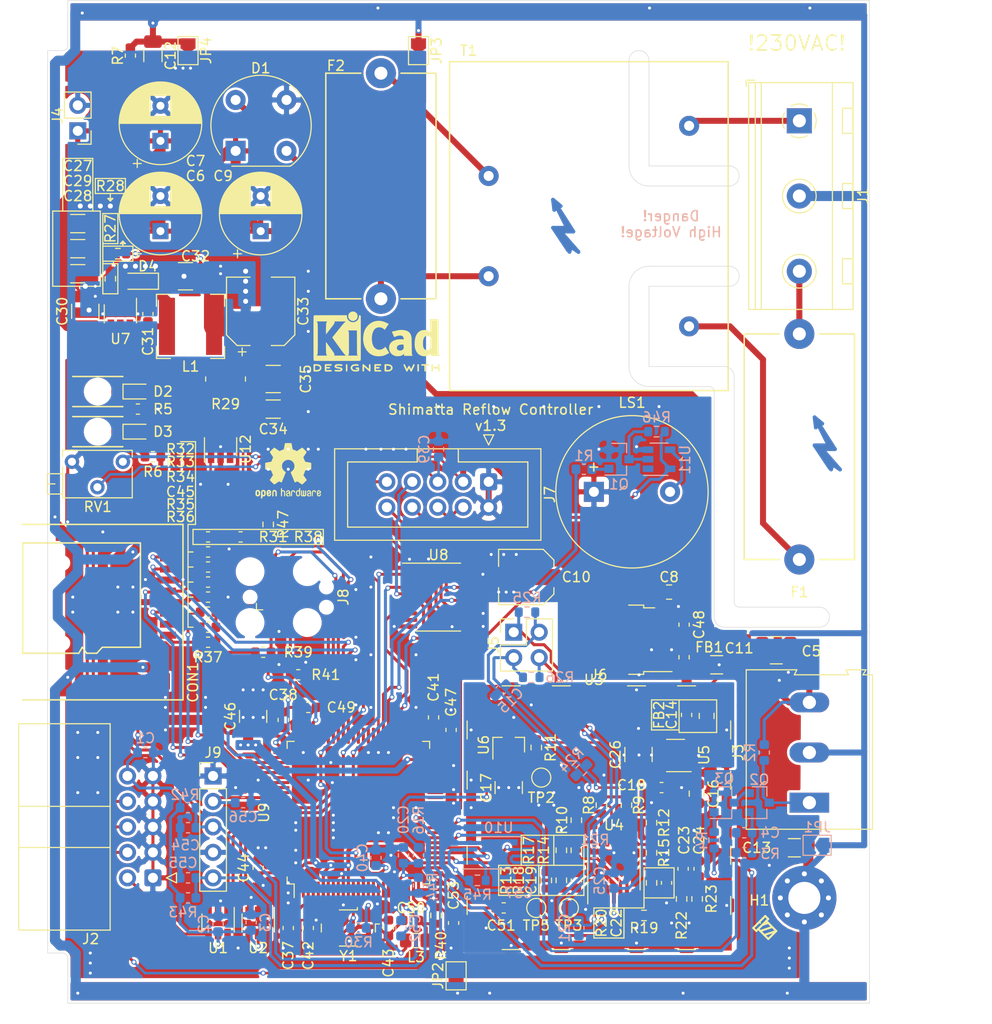
<source format=kicad_pcb>
(kicad_pcb (version 20171130) (host pcbnew 5.1.8)

  (general
    (thickness 1.6)
    (drawings 129)
    (tracks 1702)
    (zones 0)
    (modules 159)
    (nets 151)
  )

  (page A4)
  (layers
    (0 F.Cu signal)
    (31 B.Cu signal)
    (32 B.Adhes user)
    (33 F.Adhes user)
    (34 B.Paste user)
    (35 F.Paste user)
    (36 B.SilkS user)
    (37 F.SilkS user)
    (38 B.Mask user)
    (39 F.Mask user)
    (40 Dwgs.User user)
    (41 Cmts.User user)
    (42 Eco1.User user)
    (43 Eco2.User user)
    (44 Edge.Cuts user)
    (45 Margin user)
    (46 B.CrtYd user)
    (47 F.CrtYd user)
    (48 B.Fab user)
    (49 F.Fab user)
  )

  (setup
    (last_trace_width 0.6)
    (user_trace_width 0.3)
    (user_trace_width 0.4)
    (user_trace_width 0.6)
    (user_trace_width 1)
    (user_trace_width 2)
    (trace_clearance 0.2)
    (zone_clearance 0.25)
    (zone_45_only no)
    (trace_min 0.21)
    (via_size 0.5)
    (via_drill 0.3)
    (via_min_size 0.4)
    (via_min_drill 0.3)
    (user_via 0.9 0.5)
    (uvia_size 0.3)
    (uvia_drill 0.1)
    (uvias_allowed no)
    (uvia_min_size 0.2)
    (uvia_min_drill 0.1)
    (edge_width 0.05)
    (segment_width 0.2)
    (pcb_text_width 0.3)
    (pcb_text_size 1.5 1.5)
    (mod_edge_width 0.12)
    (mod_text_size 1 1)
    (mod_text_width 0.15)
    (pad_size 1 2.6)
    (pad_drill 0)
    (pad_to_mask_clearance 0.051)
    (solder_mask_min_width 0.25)
    (aux_axis_origin 13 13)
    (grid_origin 13 13)
    (visible_elements FFFFFF7F)
    (pcbplotparams
      (layerselection 0x010fc_ffffffff)
      (usegerberextensions true)
      (usegerberattributes false)
      (usegerberadvancedattributes false)
      (creategerberjobfile true)
      (excludeedgelayer true)
      (linewidth 0.100000)
      (plotframeref false)
      (viasonmask false)
      (mode 1)
      (useauxorigin false)
      (hpglpennumber 1)
      (hpglpenspeed 20)
      (hpglpendiameter 15.000000)
      (psnegative false)
      (psa4output false)
      (plotreference true)
      (plotvalue true)
      (plotinvisibletext false)
      (padsonsilk false)
      (subtractmaskfromsilk false)
      (outputformat 1)
      (mirror false)
      (drillshape 0)
      (scaleselection 1)
      (outputdirectory "gerber/"))
  )

  (net 0 "")
  (net 1 Earth)
  (net 2 GND)
  (net 3 +8V)
  (net 4 +3V3)
  (net 5 +5V)
  (net 6 /Controller/ENC1)
  (net 7 /Controller/ENC2)
  (net 8 /Controller/VREF)
  (net 9 /Controller/SW1)
  (net 10 /Frontend/FORCE+)
  (net 11 /Frontend/FORCE-)
  (net 12 /Frontend/SENS+)
  (net 13 /Frontend/SENS-)
  (net 14 /Controller/SDIO_D1)
  (net 15 /Controller/SDIO_D0)
  (net 16 /Controller/SDIO_CLK)
  (net 17 /Controller/SDIO_CMD)
  (net 18 /Controller/SDIO_D3)
  (net 19 /Controller/SDIO_D2)
  (net 20 /Controller/TEMP_IN)
  (net 21 /L_Trafo)
  (net 22 /L_IN)
  (net 23 /N_IN)
  (net 24 /DIGIO3)
  (net 25 /DIGIO2)
  (net 26 /DIGIO1)
  (net 27 /DIGIO0)
  (net 28 /Controller/SWDIO)
  (net 29 /Controller/SWCLK)
  (net 30 /Controller/PC_RX)
  (net 31 /Controller/PC_TX)
  (net 32 /Controller/~RST)
  (net 33 /Controller/LCD_VO)
  (net 34 /Controller/LCD_RS)
  (net 35 /Controller/LCD_EN)
  (net 36 /Controller/LCD_D3)
  (net 37 /Controller/LCD_D0)
  (net 38 /Controller/LCD_D2)
  (net 39 /Controller/LCD_D1)
  (net 40 /OUT0)
  (net 41 /OUT3)
  (net 42 /OUT2)
  (net 43 /OUT1)
  (net 44 /Controller/VDDA)
  (net 45 +5VL)
  (net 46 /Controller/CARD_DETECT)
  (net 47 +3.3VA)
  (net 48 /Frontend/VREF_OP)
  (net 49 /DIGIO0_PROT)
  (net 50 /DIGIO1_PROT)
  (net 51 /DIGIO2_PROT)
  (net 52 /DIGIO3_PROT)
  (net 53 "Net-(C4-Pad2)")
  (net 54 "Net-(C14-Pad1)")
  (net 55 "Net-(C19-Pad1)")
  (net 56 "Net-(C22-Pad2)")
  (net 57 "Net-(C22-Pad1)")
  (net 58 "Net-(C23-Pad1)")
  (net 59 "Net-(C31-Pad1)")
  (net 60 "Net-(C34-Pad1)")
  (net 61 "Net-(C42-Pad1)")
  (net 62 "Net-(C43-Pad1)")
  (net 63 "Net-(C47-Pad1)")
  (net 64 "Net-(C49-Pad1)")
  (net 65 "Net-(C53-Pad2)")
  (net 66 "Net-(D1-Pad4)")
  (net 67 "Net-(D1-Pad2)")
  (net 68 "Net-(D2-Pad1)")
  (net 69 "Net-(D3-Pad1)")
  (net 70 "Net-(F2-Pad2)")
  (net 71 "Net-(J3-Pad1)")
  (net 72 "Net-(J8-Pad5)")
  (net 73 "Net-(J8-Pad6)")
  (net 74 "Net-(J8-Pad8)")
  (net 75 "Net-(Q1-Pad1)")
  (net 76 "Net-(Q2-Pad2)")
  (net 77 "Net-(Q3-Pad1)")
  (net 78 /Controller/SSR_SAFETY_ENABLE)
  (net 79 "Net-(R8-Pad2)")
  (net 80 "Net-(R10-Pad2)")
  (net 81 "Net-(R12-Pad1)")
  (net 82 "Net-(R10-Pad1)")
  (net 83 "Net-(R12-Pad2)")
  (net 84 "Net-(R14-Pad1)")
  (net 85 "Net-(R19-Pad1)")
  (net 86 "Net-(R27-Pad1)")
  (net 87 /Controller/E_~CS)
  (net 88 "Net-(U5-Pad4)")
  (net 89 "Net-(U8-Pad17)")
  (net 90 "Net-(U8-Pad15)")
  (net 91 "Net-(U8-Pad9)")
  (net 92 "Net-(U8-Pad8)")
  (net 93 "Net-(U8-Pad7)")
  (net 94 "Net-(U8-Pad6)")
  (net 95 "Net-(U8-Pad4)")
  (net 96 "Net-(U8-Pad2)")
  (net 97 "Net-(U9-Pad1)")
  (net 98 "Net-(U9-Pad2)")
  (net 99 "Net-(U9-Pad3)")
  (net 100 "Net-(U9-Pad4)")
  (net 101 "Net-(U9-Pad5)")
  (net 102 "Net-(U9-Pad7)")
  (net 103 "Net-(U9-Pad8)")
  (net 104 "Net-(U9-Pad9)")
  (net 105 "Net-(U9-Pad15)")
  (net 106 "Net-(U9-Pad16)")
  (net 107 "Net-(U9-Pad17)")
  (net 108 "Net-(U9-Pad18)")
  (net 109 /Controller/E_SCK)
  (net 110 /Controller/E_MISO)
  (net 111 /Controller/E_MOSI)
  (net 112 "Net-(U9-Pad33)")
  (net 113 "Net-(U9-Pad34)")
  (net 114 "Net-(U9-Pad38)")
  (net 115 "Net-(U9-Pad40)")
  (net 116 "Net-(U9-Pad41)")
  (net 117 "Net-(U9-Pad42)")
  (net 118 "Net-(U9-Pad43)")
  (net 119 "Net-(U9-Pad44)")
  (net 120 "Net-(U9-Pad45)")
  (net 121 "Net-(U9-Pad46)")
  (net 122 "Net-(U9-Pad47)")
  (net 123 "Net-(U9-Pad48)")
  (net 124 "Net-(U9-Pad51)")
  (net 125 "Net-(U9-Pad52)")
  (net 126 "Net-(U9-Pad53)")
  (net 127 "Net-(U9-Pad54)")
  (net 128 "Net-(U9-Pad60)")
  (net 129 "Net-(U9-Pad61)")
  (net 130 "Net-(U9-Pad62)")
  (net 131 "Net-(U9-Pad63)")
  (net 132 "Net-(U9-Pad64)")
  (net 133 "Net-(U9-Pad70)")
  (net 134 "Net-(U9-Pad71)")
  (net 135 "Net-(U9-Pad77)")
  (net 136 "Net-(U9-Pad81)")
  (net 137 "Net-(U9-Pad82)")
  (net 138 "Net-(U9-Pad84)")
  (net 139 "Net-(U9-Pad86)")
  (net 140 "Net-(U9-Pad96)")
  (net 141 "Net-(U9-Pad97)")
  (net 142 "Net-(U9-Pad98)")
  (net 143 "Net-(LS1-Pad2)")
  (net 144 "Net-(Q1-Pad3)")
  (net 145 "Net-(U11-Pad1)")
  (net 146 "/Digital Power Supply/DCDC_SW")
  (net 147 "Net-(U9-Pad95)")
  (net 148 "Net-(R47-Pad2)")
  (net 149 /Controller/EXT_WTCHDG_TOGGL)
  (net 150 "Net-(U12-Pad3)")

  (net_class Default "This is the default net class."
    (clearance 0.2)
    (trace_width 0.25)
    (via_dia 0.5)
    (via_drill 0.3)
    (uvia_dia 0.3)
    (uvia_drill 0.1)
    (diff_pair_width 0.3)
    (diff_pair_gap 0.25)
    (add_net +3.3VA)
    (add_net +3V3)
    (add_net +5V)
    (add_net +5VL)
    (add_net +8V)
    (add_net /Controller/CARD_DETECT)
    (add_net /Controller/ENC1)
    (add_net /Controller/ENC2)
    (add_net /Controller/EXT_WTCHDG_TOGGL)
    (add_net /Controller/E_MISO)
    (add_net /Controller/E_MOSI)
    (add_net /Controller/E_SCK)
    (add_net /Controller/E_~CS)
    (add_net /Controller/LCD_D0)
    (add_net /Controller/LCD_D1)
    (add_net /Controller/LCD_D2)
    (add_net /Controller/LCD_D3)
    (add_net /Controller/LCD_EN)
    (add_net /Controller/LCD_RS)
    (add_net /Controller/LCD_VO)
    (add_net /Controller/PC_RX)
    (add_net /Controller/PC_TX)
    (add_net /Controller/SDIO_CLK)
    (add_net /Controller/SDIO_CMD)
    (add_net /Controller/SDIO_D0)
    (add_net /Controller/SDIO_D1)
    (add_net /Controller/SDIO_D2)
    (add_net /Controller/SDIO_D3)
    (add_net /Controller/SSR_SAFETY_ENABLE)
    (add_net /Controller/SW1)
    (add_net /Controller/SWCLK)
    (add_net /Controller/SWDIO)
    (add_net /Controller/TEMP_IN)
    (add_net /Controller/VDDA)
    (add_net /Controller/VREF)
    (add_net /Controller/~RST)
    (add_net /DIGIO0)
    (add_net /DIGIO0_PROT)
    (add_net /DIGIO1)
    (add_net /DIGIO1_PROT)
    (add_net /DIGIO2)
    (add_net /DIGIO2_PROT)
    (add_net /DIGIO3)
    (add_net /DIGIO3_PROT)
    (add_net "/Digital Power Supply/DCDC_SW")
    (add_net /Frontend/FORCE+)
    (add_net /Frontend/FORCE-)
    (add_net /Frontend/SENS+)
    (add_net /Frontend/SENS-)
    (add_net /Frontend/VREF_OP)
    (add_net /OUT0)
    (add_net /OUT1)
    (add_net /OUT2)
    (add_net /OUT3)
    (add_net Earth)
    (add_net GND)
    (add_net "Net-(C14-Pad1)")
    (add_net "Net-(C19-Pad1)")
    (add_net "Net-(C22-Pad1)")
    (add_net "Net-(C22-Pad2)")
    (add_net "Net-(C23-Pad1)")
    (add_net "Net-(C31-Pad1)")
    (add_net "Net-(C34-Pad1)")
    (add_net "Net-(C4-Pad2)")
    (add_net "Net-(C42-Pad1)")
    (add_net "Net-(C43-Pad1)")
    (add_net "Net-(C47-Pad1)")
    (add_net "Net-(C49-Pad1)")
    (add_net "Net-(C53-Pad2)")
    (add_net "Net-(D1-Pad2)")
    (add_net "Net-(D1-Pad4)")
    (add_net "Net-(D2-Pad1)")
    (add_net "Net-(D3-Pad1)")
    (add_net "Net-(F2-Pad2)")
    (add_net "Net-(J3-Pad1)")
    (add_net "Net-(J8-Pad5)")
    (add_net "Net-(J8-Pad6)")
    (add_net "Net-(J8-Pad8)")
    (add_net "Net-(LS1-Pad2)")
    (add_net "Net-(Q1-Pad1)")
    (add_net "Net-(Q1-Pad3)")
    (add_net "Net-(Q2-Pad2)")
    (add_net "Net-(Q3-Pad1)")
    (add_net "Net-(R10-Pad1)")
    (add_net "Net-(R10-Pad2)")
    (add_net "Net-(R12-Pad1)")
    (add_net "Net-(R12-Pad2)")
    (add_net "Net-(R14-Pad1)")
    (add_net "Net-(R19-Pad1)")
    (add_net "Net-(R27-Pad1)")
    (add_net "Net-(R47-Pad2)")
    (add_net "Net-(R8-Pad2)")
    (add_net "Net-(U11-Pad1)")
    (add_net "Net-(U12-Pad3)")
    (add_net "Net-(U5-Pad4)")
    (add_net "Net-(U8-Pad15)")
    (add_net "Net-(U8-Pad17)")
    (add_net "Net-(U8-Pad2)")
    (add_net "Net-(U8-Pad4)")
    (add_net "Net-(U8-Pad6)")
    (add_net "Net-(U8-Pad7)")
    (add_net "Net-(U8-Pad8)")
    (add_net "Net-(U8-Pad9)")
    (add_net "Net-(U9-Pad1)")
    (add_net "Net-(U9-Pad15)")
    (add_net "Net-(U9-Pad16)")
    (add_net "Net-(U9-Pad17)")
    (add_net "Net-(U9-Pad18)")
    (add_net "Net-(U9-Pad2)")
    (add_net "Net-(U9-Pad3)")
    (add_net "Net-(U9-Pad33)")
    (add_net "Net-(U9-Pad34)")
    (add_net "Net-(U9-Pad38)")
    (add_net "Net-(U9-Pad4)")
    (add_net "Net-(U9-Pad40)")
    (add_net "Net-(U9-Pad41)")
    (add_net "Net-(U9-Pad42)")
    (add_net "Net-(U9-Pad43)")
    (add_net "Net-(U9-Pad44)")
    (add_net "Net-(U9-Pad45)")
    (add_net "Net-(U9-Pad46)")
    (add_net "Net-(U9-Pad47)")
    (add_net "Net-(U9-Pad48)")
    (add_net "Net-(U9-Pad5)")
    (add_net "Net-(U9-Pad51)")
    (add_net "Net-(U9-Pad52)")
    (add_net "Net-(U9-Pad53)")
    (add_net "Net-(U9-Pad54)")
    (add_net "Net-(U9-Pad60)")
    (add_net "Net-(U9-Pad61)")
    (add_net "Net-(U9-Pad62)")
    (add_net "Net-(U9-Pad63)")
    (add_net "Net-(U9-Pad64)")
    (add_net "Net-(U9-Pad7)")
    (add_net "Net-(U9-Pad70)")
    (add_net "Net-(U9-Pad71)")
    (add_net "Net-(U9-Pad77)")
    (add_net "Net-(U9-Pad8)")
    (add_net "Net-(U9-Pad81)")
    (add_net "Net-(U9-Pad82)")
    (add_net "Net-(U9-Pad84)")
    (add_net "Net-(U9-Pad86)")
    (add_net "Net-(U9-Pad9)")
    (add_net "Net-(U9-Pad95)")
    (add_net "Net-(U9-Pad96)")
    (add_net "Net-(U9-Pad97)")
    (add_net "Net-(U9-Pad98)")
  )

  (net_class HV ""
    (clearance 2.55)
    (trace_width 1)
    (via_dia 0.5)
    (via_drill 0.3)
    (uvia_dia 0.3)
    (uvia_drill 0.1)
    (diff_pair_width 0.21)
    (diff_pair_gap 0.25)
    (add_net /L_IN)
    (add_net /L_Trafo)
    (add_net /N_IN)
  )

  (module Symbol:Symbol_Highvoltage_Type1_CopperTop_Small (layer B.Cu) (tedit 0) (tstamp 5FC3BEE6)
    (at 92.9 56.6)
    (descr "Symbol, Highvoltage, Type 1, Copper Top, Small,")
    (tags "Symbol, Highvoltage, Type 1, Copper Top, Small,")
    (attr virtual)
    (fp_text reference REF** (at 1.016 5.207) (layer B.SilkS) hide
      (effects (font (size 1 1) (thickness 0.15)) (justify mirror))
    )
    (fp_text value Symbol_Highvoltage_Type1_CopperTop_Small (at 0.508 -4.191) (layer B.Fab)
      (effects (font (size 1 1) (thickness 0.15)) (justify mirror))
    )
    (fp_line (start -0.127 -1.524) (end -0.254 -1.016) (layer B.Cu) (width 0.381))
    (fp_line (start 1.016 0.762) (end -0.127 -1.524) (layer B.Cu) (width 0.381))
    (fp_line (start -0.381 0.762) (end 1.016 0.762) (layer B.Cu) (width 0.381))
    (fp_line (start 1.143 3.048) (end -0.381 0.762) (layer B.Cu) (width 0.381))
    (fp_line (start 1.397 2.667) (end 1.27 3.175) (layer B.Cu) (width 0.381))
    (fp_line (start 2.159 3.175) (end 1.397 2.667) (layer B.Cu) (width 0.381))
    (fp_line (start 0.381 1.143) (end 2.159 3.175) (layer B.Cu) (width 0.381))
    (fp_line (start 1.651 1.143) (end 0.381 1.143) (layer B.Cu) (width 0.381))
    (fp_line (start -0.127 -1.651) (end 1.651 1.143) (layer B.Cu) (width 0.381))
    (fp_line (start 0.381 -1.397) (end -0.127 -1.651) (layer B.Cu) (width 0.381))
    (fp_line (start -0.381 -2.032) (end 0.381 -1.397) (layer B.Cu) (width 0.381))
    (fp_line (start -0.254 -1.016) (end -0.381 -2.032) (layer B.Cu) (width 0.381))
    (fp_line (start 0 0.889) (end 1.27 0.889) (layer B.Cu) (width 0.381))
    (fp_line (start 1.397 2.794) (end 0 0.889) (layer B.Cu) (width 0.381))
  )

  (module Symbol:Symbol_Highvoltage_Type1_CopperTop_Small (layer B.Cu) (tedit 0) (tstamp 5FC3BE9C)
    (at 66.8 34.9)
    (descr "Symbol, Highvoltage, Type 1, Copper Top, Small,")
    (tags "Symbol, Highvoltage, Type 1, Copper Top, Small,")
    (attr virtual)
    (fp_text reference "" (at 1.016 5.207) (layer B.SilkS) hide
      (effects (font (size 1 1) (thickness 0.15)) (justify mirror))
    )
    (fp_text value Symbol_Highvoltage_Type1_CopperTop_Small (at 0.508 -4.191) (layer B.Fab)
      (effects (font (size 1 1) (thickness 0.15)) (justify mirror))
    )
    (fp_line (start 1.397 2.794) (end 0 0.889) (layer B.Cu) (width 0.381))
    (fp_line (start 0 0.889) (end 1.27 0.889) (layer B.Cu) (width 0.381))
    (fp_line (start -0.254 -1.016) (end -0.381 -2.032) (layer B.Cu) (width 0.381))
    (fp_line (start -0.381 -2.032) (end 0.381 -1.397) (layer B.Cu) (width 0.381))
    (fp_line (start 0.381 -1.397) (end -0.127 -1.651) (layer B.Cu) (width 0.381))
    (fp_line (start -0.127 -1.651) (end 1.651 1.143) (layer B.Cu) (width 0.381))
    (fp_line (start 1.651 1.143) (end 0.381 1.143) (layer B.Cu) (width 0.381))
    (fp_line (start 0.381 1.143) (end 2.159 3.175) (layer B.Cu) (width 0.381))
    (fp_line (start 2.159 3.175) (end 1.397 2.667) (layer B.Cu) (width 0.381))
    (fp_line (start 1.397 2.667) (end 1.27 3.175) (layer B.Cu) (width 0.381))
    (fp_line (start 1.143 3.048) (end -0.381 0.762) (layer B.Cu) (width 0.381))
    (fp_line (start -0.381 0.762) (end 1.016 0.762) (layer B.Cu) (width 0.381))
    (fp_line (start 1.016 0.762) (end -0.127 -1.524) (layer B.Cu) (width 0.381))
    (fp_line (start -0.127 -1.524) (end -0.254 -1.016) (layer B.Cu) (width 0.381))
  )

  (module Symbol:OSHW-Logo2_7.3x6mm_SilkScreen (layer F.Cu) (tedit 0) (tstamp 5FC39B13)
    (at 40 59.9)
    (descr "Open Source Hardware Symbol")
    (tags "Logo Symbol OSHW")
    (attr virtual)
    (fp_text reference REF** (at 0 0) (layer F.SilkS) hide
      (effects (font (size 1 1) (thickness 0.15)))
    )
    (fp_text value OSHW-Logo2_7.3x6mm_SilkScreen (at 0.75 0) (layer F.Fab) hide
      (effects (font (size 1 1) (thickness 0.15)))
    )
    (fp_poly (pts (xy -2.400256 1.919918) (xy -2.344799 1.947568) (xy -2.295852 1.99848) (xy -2.282371 2.017338)
      (xy -2.267686 2.042015) (xy -2.258158 2.068816) (xy -2.252707 2.104587) (xy -2.250253 2.156169)
      (xy -2.249714 2.224267) (xy -2.252148 2.317588) (xy -2.260606 2.387657) (xy -2.276826 2.439931)
      (xy -2.302546 2.479869) (xy -2.339503 2.512929) (xy -2.342218 2.514886) (xy -2.37864 2.534908)
      (xy -2.422498 2.544815) (xy -2.478276 2.547257) (xy -2.568952 2.547257) (xy -2.56899 2.635283)
      (xy -2.569834 2.684308) (xy -2.574976 2.713065) (xy -2.588413 2.730311) (xy -2.614142 2.744808)
      (xy -2.620321 2.747769) (xy -2.649236 2.761648) (xy -2.671624 2.770414) (xy -2.688271 2.771171)
      (xy -2.699964 2.761023) (xy -2.70749 2.737073) (xy -2.711634 2.696426) (xy -2.713185 2.636186)
      (xy -2.712929 2.553455) (xy -2.711651 2.445339) (xy -2.711252 2.413) (xy -2.709815 2.301524)
      (xy -2.708528 2.228603) (xy -2.569029 2.228603) (xy -2.568245 2.290499) (xy -2.56476 2.330997)
      (xy -2.556876 2.357708) (xy -2.542895 2.378244) (xy -2.533403 2.38826) (xy -2.494596 2.417567)
      (xy -2.460237 2.419952) (xy -2.424784 2.39575) (xy -2.423886 2.394857) (xy -2.409461 2.376153)
      (xy -2.400687 2.350732) (xy -2.396261 2.311584) (xy -2.394882 2.251697) (xy -2.394857 2.23843)
      (xy -2.398188 2.155901) (xy -2.409031 2.098691) (xy -2.42866 2.063766) (xy -2.45835 2.048094)
      (xy -2.475509 2.046514) (xy -2.516234 2.053926) (xy -2.544168 2.07833) (xy -2.560983 2.12298)
      (xy -2.56835 2.19113) (xy -2.569029 2.228603) (xy -2.708528 2.228603) (xy -2.708292 2.215245)
      (xy -2.706323 2.150333) (xy -2.70355 2.102958) (xy -2.699612 2.06929) (xy -2.694151 2.045498)
      (xy -2.686808 2.027753) (xy -2.677223 2.012224) (xy -2.673113 2.006381) (xy -2.618595 1.951185)
      (xy -2.549664 1.91989) (xy -2.469928 1.911165) (xy -2.400256 1.919918)) (layer F.SilkS) (width 0.01))
    (fp_poly (pts (xy -1.283907 1.92778) (xy -1.237328 1.954723) (xy -1.204943 1.981466) (xy -1.181258 2.009484)
      (xy -1.164941 2.043748) (xy -1.154661 2.089227) (xy -1.149086 2.150892) (xy -1.146884 2.233711)
      (xy -1.146629 2.293246) (xy -1.146629 2.512391) (xy -1.208314 2.540044) (xy -1.27 2.567697)
      (xy -1.277257 2.32767) (xy -1.280256 2.238028) (xy -1.283402 2.172962) (xy -1.287299 2.128026)
      (xy -1.292553 2.09877) (xy -1.299769 2.080748) (xy -1.30955 2.069511) (xy -1.312688 2.067079)
      (xy -1.360239 2.048083) (xy -1.408303 2.0556) (xy -1.436914 2.075543) (xy -1.448553 2.089675)
      (xy -1.456609 2.10822) (xy -1.461729 2.136334) (xy -1.464559 2.179173) (xy -1.465744 2.241895)
      (xy -1.465943 2.307261) (xy -1.465982 2.389268) (xy -1.467386 2.447316) (xy -1.472086 2.486465)
      (xy -1.482013 2.51178) (xy -1.499097 2.528323) (xy -1.525268 2.541156) (xy -1.560225 2.554491)
      (xy -1.598404 2.569007) (xy -1.593859 2.311389) (xy -1.592029 2.218519) (xy -1.589888 2.149889)
      (xy -1.586819 2.100711) (xy -1.582206 2.066198) (xy -1.575432 2.041562) (xy -1.565881 2.022016)
      (xy -1.554366 2.00477) (xy -1.49881 1.94968) (xy -1.43102 1.917822) (xy -1.357287 1.910191)
      (xy -1.283907 1.92778)) (layer F.SilkS) (width 0.01))
    (fp_poly (pts (xy -2.958885 1.921962) (xy -2.890855 1.957733) (xy -2.840649 2.015301) (xy -2.822815 2.052312)
      (xy -2.808937 2.107882) (xy -2.801833 2.178096) (xy -2.80116 2.254727) (xy -2.806573 2.329552)
      (xy -2.81773 2.394342) (xy -2.834286 2.440873) (xy -2.839374 2.448887) (xy -2.899645 2.508707)
      (xy -2.971231 2.544535) (xy -3.048908 2.55502) (xy -3.127452 2.53881) (xy -3.149311 2.529092)
      (xy -3.191878 2.499143) (xy -3.229237 2.459433) (xy -3.232768 2.454397) (xy -3.247119 2.430124)
      (xy -3.256606 2.404178) (xy -3.26221 2.370022) (xy -3.264914 2.321119) (xy -3.265701 2.250935)
      (xy -3.265714 2.2352) (xy -3.265678 2.230192) (xy -3.120571 2.230192) (xy -3.119727 2.29643)
      (xy -3.116404 2.340386) (xy -3.109417 2.368779) (xy -3.097584 2.388325) (xy -3.091543 2.394857)
      (xy -3.056814 2.41968) (xy -3.023097 2.418548) (xy -2.989005 2.397016) (xy -2.968671 2.374029)
      (xy -2.956629 2.340478) (xy -2.949866 2.287569) (xy -2.949402 2.281399) (xy -2.948248 2.185513)
      (xy -2.960312 2.114299) (xy -2.98543 2.068194) (xy -3.02344 2.047635) (xy -3.037008 2.046514)
      (xy -3.072636 2.052152) (xy -3.097006 2.071686) (xy -3.111907 2.109042) (xy -3.119125 2.16815)
      (xy -3.120571 2.230192) (xy -3.265678 2.230192) (xy -3.265174 2.160413) (xy -3.262904 2.108159)
      (xy -3.257932 2.071949) (xy -3.249287 2.045299) (xy -3.235995 2.021722) (xy -3.233057 2.017338)
      (xy -3.183687 1.958249) (xy -3.129891 1.923947) (xy -3.064398 1.910331) (xy -3.042158 1.909665)
      (xy -2.958885 1.921962)) (layer F.SilkS) (width 0.01))
    (fp_poly (pts (xy -1.831697 1.931239) (xy -1.774473 1.969735) (xy -1.730251 2.025335) (xy -1.703833 2.096086)
      (xy -1.69849 2.148162) (xy -1.699097 2.169893) (xy -1.704178 2.186531) (xy -1.718145 2.201437)
      (xy -1.745411 2.217973) (xy -1.790388 2.239498) (xy -1.857489 2.269374) (xy -1.857829 2.269524)
      (xy -1.919593 2.297813) (xy -1.970241 2.322933) (xy -2.004596 2.342179) (xy -2.017482 2.352848)
      (xy -2.017486 2.352934) (xy -2.006128 2.376166) (xy -1.979569 2.401774) (xy -1.949077 2.420221)
      (xy -1.93363 2.423886) (xy -1.891485 2.411212) (xy -1.855192 2.379471) (xy -1.837483 2.344572)
      (xy -1.820448 2.318845) (xy -1.787078 2.289546) (xy -1.747851 2.264235) (xy -1.713244 2.250471)
      (xy -1.706007 2.249714) (xy -1.697861 2.26216) (xy -1.69737 2.293972) (xy -1.703357 2.336866)
      (xy -1.714643 2.382558) (xy -1.73005 2.422761) (xy -1.730829 2.424322) (xy -1.777196 2.489062)
      (xy -1.837289 2.533097) (xy -1.905535 2.554711) (xy -1.976362 2.552185) (xy -2.044196 2.523804)
      (xy -2.047212 2.521808) (xy -2.100573 2.473448) (xy -2.13566 2.410352) (xy -2.155078 2.327387)
      (xy -2.157684 2.304078) (xy -2.162299 2.194055) (xy -2.156767 2.142748) (xy -2.017486 2.142748)
      (xy -2.015676 2.174753) (xy -2.005778 2.184093) (xy -1.981102 2.177105) (xy -1.942205 2.160587)
      (xy -1.898725 2.139881) (xy -1.897644 2.139333) (xy -1.860791 2.119949) (xy -1.846 2.107013)
      (xy -1.849647 2.093451) (xy -1.865005 2.075632) (xy -1.904077 2.049845) (xy -1.946154 2.04795)
      (xy -1.983897 2.066717) (xy -2.009966 2.102915) (xy -2.017486 2.142748) (xy -2.156767 2.142748)
      (xy -2.152806 2.106027) (xy -2.12845 2.036212) (xy -2.094544 1.987302) (xy -2.033347 1.937878)
      (xy -1.965937 1.913359) (xy -1.89712 1.911797) (xy -1.831697 1.931239)) (layer F.SilkS) (width 0.01))
    (fp_poly (pts (xy -0.624114 1.851289) (xy -0.619861 1.910613) (xy -0.614975 1.945572) (xy -0.608205 1.96082)
      (xy -0.598298 1.961015) (xy -0.595086 1.959195) (xy -0.552356 1.946015) (xy -0.496773 1.946785)
      (xy -0.440263 1.960333) (xy -0.404918 1.977861) (xy -0.368679 2.005861) (xy -0.342187 2.037549)
      (xy -0.324001 2.077813) (xy -0.312678 2.131543) (xy -0.306778 2.203626) (xy -0.304857 2.298951)
      (xy -0.304823 2.317237) (xy -0.3048 2.522646) (xy -0.350509 2.53858) (xy -0.382973 2.54942)
      (xy -0.400785 2.554468) (xy -0.401309 2.554514) (xy -0.403063 2.540828) (xy -0.404556 2.503076)
      (xy -0.405674 2.446224) (xy -0.406303 2.375234) (xy -0.4064 2.332073) (xy -0.406602 2.246973)
      (xy -0.407642 2.185981) (xy -0.410169 2.144177) (xy -0.414836 2.116642) (xy -0.422293 2.098456)
      (xy -0.433189 2.084698) (xy -0.439993 2.078073) (xy -0.486728 2.051375) (xy -0.537728 2.049375)
      (xy -0.583999 2.071955) (xy -0.592556 2.080107) (xy -0.605107 2.095436) (xy -0.613812 2.113618)
      (xy -0.619369 2.139909) (xy -0.622474 2.179562) (xy -0.623824 2.237832) (xy -0.624114 2.318173)
      (xy -0.624114 2.522646) (xy -0.669823 2.53858) (xy -0.702287 2.54942) (xy -0.720099 2.554468)
      (xy -0.720623 2.554514) (xy -0.721963 2.540623) (xy -0.723172 2.501439) (xy -0.724199 2.4407)
      (xy -0.724998 2.362141) (xy -0.725519 2.269498) (xy -0.725714 2.166509) (xy -0.725714 1.769342)
      (xy -0.678543 1.749444) (xy -0.631371 1.729547) (xy -0.624114 1.851289)) (layer F.SilkS) (width 0.01))
    (fp_poly (pts (xy 0.039744 1.950968) (xy 0.096616 1.972087) (xy 0.097267 1.972493) (xy 0.13244 1.99838)
      (xy 0.158407 2.028633) (xy 0.17667 2.068058) (xy 0.188732 2.121462) (xy 0.196096 2.193651)
      (xy 0.200264 2.289432) (xy 0.200629 2.303078) (xy 0.205876 2.508842) (xy 0.161716 2.531678)
      (xy 0.129763 2.54711) (xy 0.11047 2.554423) (xy 0.109578 2.554514) (xy 0.106239 2.541022)
      (xy 0.103587 2.504626) (xy 0.101956 2.451452) (xy 0.1016 2.408393) (xy 0.101592 2.338641)
      (xy 0.098403 2.294837) (xy 0.087288 2.273944) (xy 0.063501 2.272925) (xy 0.022296 2.288741)
      (xy -0.039914 2.317815) (xy -0.085659 2.341963) (xy -0.109187 2.362913) (xy -0.116104 2.385747)
      (xy -0.116114 2.386877) (xy -0.104701 2.426212) (xy -0.070908 2.447462) (xy -0.019191 2.450539)
      (xy 0.018061 2.450006) (xy 0.037703 2.460735) (xy 0.049952 2.486505) (xy 0.057002 2.519337)
      (xy 0.046842 2.537966) (xy 0.043017 2.540632) (xy 0.007001 2.55134) (xy -0.043434 2.552856)
      (xy -0.095374 2.545759) (xy -0.132178 2.532788) (xy -0.183062 2.489585) (xy -0.211986 2.429446)
      (xy -0.217714 2.382462) (xy -0.213343 2.340082) (xy -0.197525 2.305488) (xy -0.166203 2.274763)
      (xy -0.115322 2.24399) (xy -0.040824 2.209252) (xy -0.036286 2.207288) (xy 0.030821 2.176287)
      (xy 0.072232 2.150862) (xy 0.089981 2.128014) (xy 0.086107 2.104745) (xy 0.062643 2.078056)
      (xy 0.055627 2.071914) (xy 0.00863 2.0481) (xy -0.040067 2.049103) (xy -0.082478 2.072451)
      (xy -0.110616 2.115675) (xy -0.113231 2.12416) (xy -0.138692 2.165308) (xy -0.170999 2.185128)
      (xy -0.217714 2.20477) (xy -0.217714 2.15395) (xy -0.203504 2.080082) (xy -0.161325 2.012327)
      (xy -0.139376 1.989661) (xy -0.089483 1.960569) (xy -0.026033 1.9474) (xy 0.039744 1.950968)) (layer F.SilkS) (width 0.01))
    (fp_poly (pts (xy 0.529926 1.949755) (xy 0.595858 1.974084) (xy 0.649273 2.017117) (xy 0.670164 2.047409)
      (xy 0.692939 2.102994) (xy 0.692466 2.143186) (xy 0.668562 2.170217) (xy 0.659717 2.174813)
      (xy 0.62153 2.189144) (xy 0.602028 2.185472) (xy 0.595422 2.161407) (xy 0.595086 2.148114)
      (xy 0.582992 2.09921) (xy 0.551471 2.064999) (xy 0.507659 2.048476) (xy 0.458695 2.052634)
      (xy 0.418894 2.074227) (xy 0.40545 2.086544) (xy 0.395921 2.101487) (xy 0.389485 2.124075)
      (xy 0.385317 2.159328) (xy 0.382597 2.212266) (xy 0.380502 2.287907) (xy 0.37996 2.311857)
      (xy 0.377981 2.39379) (xy 0.375731 2.451455) (xy 0.372357 2.489608) (xy 0.367006 2.513004)
      (xy 0.358824 2.526398) (xy 0.346959 2.534545) (xy 0.339362 2.538144) (xy 0.307102 2.550452)
      (xy 0.288111 2.554514) (xy 0.281836 2.540948) (xy 0.278006 2.499934) (xy 0.2766 2.430999)
      (xy 0.277598 2.333669) (xy 0.277908 2.318657) (xy 0.280101 2.229859) (xy 0.282693 2.165019)
      (xy 0.286382 2.119067) (xy 0.291864 2.086935) (xy 0.299835 2.063553) (xy 0.310993 2.043852)
      (xy 0.31683 2.03541) (xy 0.350296 1.998057) (xy 0.387727 1.969003) (xy 0.392309 1.966467)
      (xy 0.459426 1.946443) (xy 0.529926 1.949755)) (layer F.SilkS) (width 0.01))
    (fp_poly (pts (xy 1.190117 2.065358) (xy 1.189933 2.173837) (xy 1.189219 2.257287) (xy 1.187675 2.319704)
      (xy 1.185001 2.365085) (xy 1.180894 2.397429) (xy 1.175055 2.420733) (xy 1.167182 2.438995)
      (xy 1.161221 2.449418) (xy 1.111855 2.505945) (xy 1.049264 2.541377) (xy 0.980013 2.55409)
      (xy 0.910668 2.542463) (xy 0.869375 2.521568) (xy 0.826025 2.485422) (xy 0.796481 2.441276)
      (xy 0.778655 2.383462) (xy 0.770463 2.306313) (xy 0.769302 2.249714) (xy 0.769458 2.245647)
      (xy 0.870857 2.245647) (xy 0.871476 2.31055) (xy 0.874314 2.353514) (xy 0.88084 2.381622)
      (xy 0.892523 2.401953) (xy 0.906483 2.417288) (xy 0.953365 2.44689) (xy 1.003701 2.449419)
      (xy 1.051276 2.424705) (xy 1.054979 2.421356) (xy 1.070783 2.403935) (xy 1.080693 2.383209)
      (xy 1.086058 2.352362) (xy 1.088228 2.304577) (xy 1.088571 2.251748) (xy 1.087827 2.185381)
      (xy 1.084748 2.141106) (xy 1.078061 2.112009) (xy 1.066496 2.091173) (xy 1.057013 2.080107)
      (xy 1.01296 2.052198) (xy 0.962224 2.048843) (xy 0.913796 2.070159) (xy 0.90445 2.078073)
      (xy 0.88854 2.095647) (xy 0.87861 2.116587) (xy 0.873278 2.147782) (xy 0.871163 2.196122)
      (xy 0.870857 2.245647) (xy 0.769458 2.245647) (xy 0.77281 2.158568) (xy 0.784726 2.090086)
      (xy 0.807135 2.0386) (xy 0.842124 1.998443) (xy 0.869375 1.977861) (xy 0.918907 1.955625)
      (xy 0.976316 1.945304) (xy 1.029682 1.948067) (xy 1.059543 1.959212) (xy 1.071261 1.962383)
      (xy 1.079037 1.950557) (xy 1.084465 1.918866) (xy 1.088571 1.870593) (xy 1.093067 1.816829)
      (xy 1.099313 1.784482) (xy 1.110676 1.765985) (xy 1.130528 1.75377) (xy 1.143 1.748362)
      (xy 1.190171 1.728601) (xy 1.190117 2.065358)) (layer F.SilkS) (width 0.01))
    (fp_poly (pts (xy 1.779833 1.958663) (xy 1.782048 1.99685) (xy 1.783784 2.054886) (xy 1.784899 2.12818)
      (xy 1.785257 2.205055) (xy 1.785257 2.465196) (xy 1.739326 2.511127) (xy 1.707675 2.539429)
      (xy 1.67989 2.550893) (xy 1.641915 2.550168) (xy 1.62684 2.548321) (xy 1.579726 2.542948)
      (xy 1.540756 2.539869) (xy 1.531257 2.539585) (xy 1.499233 2.541445) (xy 1.453432 2.546114)
      (xy 1.435674 2.548321) (xy 1.392057 2.551735) (xy 1.362745 2.54432) (xy 1.33368 2.521427)
      (xy 1.323188 2.511127) (xy 1.277257 2.465196) (xy 1.277257 1.978602) (xy 1.314226 1.961758)
      (xy 1.346059 1.949282) (xy 1.364683 1.944914) (xy 1.369458 1.958718) (xy 1.373921 1.997286)
      (xy 1.377775 2.056356) (xy 1.380722 2.131663) (xy 1.382143 2.195286) (xy 1.386114 2.445657)
      (xy 1.420759 2.450556) (xy 1.452268 2.447131) (xy 1.467708 2.436041) (xy 1.472023 2.415308)
      (xy 1.475708 2.371145) (xy 1.478469 2.309146) (xy 1.480012 2.234909) (xy 1.480235 2.196706)
      (xy 1.480457 1.976783) (xy 1.526166 1.960849) (xy 1.558518 1.950015) (xy 1.576115 1.944962)
      (xy 1.576623 1.944914) (xy 1.578388 1.958648) (xy 1.580329 1.99673) (xy 1.582282 2.054482)
      (xy 1.584084 2.127227) (xy 1.585343 2.195286) (xy 1.589314 2.445657) (xy 1.6764 2.445657)
      (xy 1.680396 2.21724) (xy 1.684392 1.988822) (xy 1.726847 1.966868) (xy 1.758192 1.951793)
      (xy 1.776744 1.944951) (xy 1.777279 1.944914) (xy 1.779833 1.958663)) (layer F.SilkS) (width 0.01))
    (fp_poly (pts (xy 2.144876 1.956335) (xy 2.186667 1.975344) (xy 2.219469 1.998378) (xy 2.243503 2.024133)
      (xy 2.260097 2.057358) (xy 2.270577 2.1028) (xy 2.276271 2.165207) (xy 2.278507 2.249327)
      (xy 2.278743 2.304721) (xy 2.278743 2.520826) (xy 2.241774 2.53767) (xy 2.212656 2.549981)
      (xy 2.198231 2.554514) (xy 2.195472 2.541025) (xy 2.193282 2.504653) (xy 2.191942 2.451542)
      (xy 2.191657 2.409372) (xy 2.190434 2.348447) (xy 2.187136 2.300115) (xy 2.182321 2.270518)
      (xy 2.178496 2.264229) (xy 2.152783 2.270652) (xy 2.112418 2.287125) (xy 2.065679 2.309458)
      (xy 2.020845 2.333457) (xy 1.986193 2.35493) (xy 1.970002 2.369685) (xy 1.969938 2.369845)
      (xy 1.97133 2.397152) (xy 1.983818 2.423219) (xy 2.005743 2.444392) (xy 2.037743 2.451474)
      (xy 2.065092 2.450649) (xy 2.103826 2.450042) (xy 2.124158 2.459116) (xy 2.136369 2.483092)
      (xy 2.137909 2.487613) (xy 2.143203 2.521806) (xy 2.129047 2.542568) (xy 2.092148 2.552462)
      (xy 2.052289 2.554292) (xy 1.980562 2.540727) (xy 1.943432 2.521355) (xy 1.897576 2.475845)
      (xy 1.873256 2.419983) (xy 1.871073 2.360957) (xy 1.891629 2.305953) (xy 1.922549 2.271486)
      (xy 1.95342 2.252189) (xy 2.001942 2.227759) (xy 2.058485 2.202985) (xy 2.06791 2.199199)
      (xy 2.130019 2.171791) (xy 2.165822 2.147634) (xy 2.177337 2.123619) (xy 2.16658 2.096635)
      (xy 2.148114 2.075543) (xy 2.104469 2.049572) (xy 2.056446 2.047624) (xy 2.012406 2.067637)
      (xy 1.980709 2.107551) (xy 1.976549 2.117848) (xy 1.952327 2.155724) (xy 1.916965 2.183842)
      (xy 1.872343 2.206917) (xy 1.872343 2.141485) (xy 1.874969 2.101506) (xy 1.88623 2.069997)
      (xy 1.911199 2.036378) (xy 1.935169 2.010484) (xy 1.972441 1.973817) (xy 2.001401 1.954121)
      (xy 2.032505 1.94622) (xy 2.067713 1.944914) (xy 2.144876 1.956335)) (layer F.SilkS) (width 0.01))
    (fp_poly (pts (xy 2.6526 1.958752) (xy 2.669948 1.966334) (xy 2.711356 1.999128) (xy 2.746765 2.046547)
      (xy 2.768664 2.097151) (xy 2.772229 2.122098) (xy 2.760279 2.156927) (xy 2.734067 2.175357)
      (xy 2.705964 2.186516) (xy 2.693095 2.188572) (xy 2.686829 2.173649) (xy 2.674456 2.141175)
      (xy 2.669028 2.126502) (xy 2.63859 2.075744) (xy 2.59452 2.050427) (xy 2.53801 2.051206)
      (xy 2.533825 2.052203) (xy 2.503655 2.066507) (xy 2.481476 2.094393) (xy 2.466327 2.139287)
      (xy 2.45725 2.204615) (xy 2.453286 2.293804) (xy 2.452914 2.341261) (xy 2.45273 2.416071)
      (xy 2.451522 2.467069) (xy 2.448309 2.499471) (xy 2.442109 2.518495) (xy 2.43194 2.529356)
      (xy 2.416819 2.537272) (xy 2.415946 2.53767) (xy 2.386828 2.549981) (xy 2.372403 2.554514)
      (xy 2.370186 2.540809) (xy 2.368289 2.502925) (xy 2.366847 2.445715) (xy 2.365998 2.374027)
      (xy 2.365829 2.321565) (xy 2.366692 2.220047) (xy 2.37007 2.143032) (xy 2.377142 2.086023)
      (xy 2.389088 2.044526) (xy 2.40709 2.014043) (xy 2.432327 1.99008) (xy 2.457247 1.973355)
      (xy 2.517171 1.951097) (xy 2.586911 1.946076) (xy 2.6526 1.958752)) (layer F.SilkS) (width 0.01))
    (fp_poly (pts (xy 3.153595 1.966966) (xy 3.211021 2.004497) (xy 3.238719 2.038096) (xy 3.260662 2.099064)
      (xy 3.262405 2.147308) (xy 3.258457 2.211816) (xy 3.109686 2.276934) (xy 3.037349 2.310202)
      (xy 2.990084 2.336964) (xy 2.965507 2.360144) (xy 2.961237 2.382667) (xy 2.974889 2.407455)
      (xy 2.989943 2.423886) (xy 3.033746 2.450235) (xy 3.081389 2.452081) (xy 3.125145 2.431546)
      (xy 3.157289 2.390752) (xy 3.163038 2.376347) (xy 3.190576 2.331356) (xy 3.222258 2.312182)
      (xy 3.265714 2.295779) (xy 3.265714 2.357966) (xy 3.261872 2.400283) (xy 3.246823 2.435969)
      (xy 3.21528 2.476943) (xy 3.210592 2.482267) (xy 3.175506 2.51872) (xy 3.145347 2.538283)
      (xy 3.107615 2.547283) (xy 3.076335 2.55023) (xy 3.020385 2.550965) (xy 2.980555 2.54166)
      (xy 2.955708 2.527846) (xy 2.916656 2.497467) (xy 2.889625 2.464613) (xy 2.872517 2.423294)
      (xy 2.863238 2.367521) (xy 2.859693 2.291305) (xy 2.85941 2.252622) (xy 2.860372 2.206247)
      (xy 2.948007 2.206247) (xy 2.949023 2.231126) (xy 2.951556 2.2352) (xy 2.968274 2.229665)
      (xy 3.004249 2.215017) (xy 3.052331 2.19419) (xy 3.062386 2.189714) (xy 3.123152 2.158814)
      (xy 3.156632 2.131657) (xy 3.16399 2.10622) (xy 3.146391 2.080481) (xy 3.131856 2.069109)
      (xy 3.07941 2.046364) (xy 3.030322 2.050122) (xy 2.989227 2.077884) (xy 2.960758 2.127152)
      (xy 2.951631 2.166257) (xy 2.948007 2.206247) (xy 2.860372 2.206247) (xy 2.861285 2.162249)
      (xy 2.868196 2.095384) (xy 2.881884 2.046695) (xy 2.904096 2.010849) (xy 2.936574 1.982513)
      (xy 2.950733 1.973355) (xy 3.015053 1.949507) (xy 3.085473 1.948006) (xy 3.153595 1.966966)) (layer F.SilkS) (width 0.01))
    (fp_poly (pts (xy 0.10391 -2.757652) (xy 0.182454 -2.757222) (xy 0.239298 -2.756058) (xy 0.278105 -2.753793)
      (xy 0.302538 -2.75006) (xy 0.316262 -2.744494) (xy 0.32294 -2.736727) (xy 0.326236 -2.726395)
      (xy 0.326556 -2.725057) (xy 0.331562 -2.700921) (xy 0.340829 -2.653299) (xy 0.353392 -2.587259)
      (xy 0.368287 -2.507872) (xy 0.384551 -2.420204) (xy 0.385119 -2.417125) (xy 0.40141 -2.331211)
      (xy 0.416652 -2.255304) (xy 0.429861 -2.193955) (xy 0.440054 -2.151718) (xy 0.446248 -2.133145)
      (xy 0.446543 -2.132816) (xy 0.464788 -2.123747) (xy 0.502405 -2.108633) (xy 0.551271 -2.090738)
      (xy 0.551543 -2.090642) (xy 0.613093 -2.067507) (xy 0.685657 -2.038035) (xy 0.754057 -2.008403)
      (xy 0.757294 -2.006938) (xy 0.868702 -1.956374) (xy 1.115399 -2.12484) (xy 1.191077 -2.176197)
      (xy 1.259631 -2.222111) (xy 1.317088 -2.25997) (xy 1.359476 -2.287163) (xy 1.382825 -2.301079)
      (xy 1.385042 -2.302111) (xy 1.40201 -2.297516) (xy 1.433701 -2.275345) (xy 1.481352 -2.234553)
      (xy 1.546198 -2.174095) (xy 1.612397 -2.109773) (xy 1.676214 -2.046388) (xy 1.733329 -1.988549)
      (xy 1.780305 -1.939825) (xy 1.813703 -1.90379) (xy 1.830085 -1.884016) (xy 1.830694 -1.882998)
      (xy 1.832505 -1.869428) (xy 1.825683 -1.847267) (xy 1.80854 -1.813522) (xy 1.779393 -1.7652)
      (xy 1.736555 -1.699308) (xy 1.679448 -1.614483) (xy 1.628766 -1.539823) (xy 1.583461 -1.47286)
      (xy 1.54615 -1.417484) (xy 1.519452 -1.37758) (xy 1.505985 -1.357038) (xy 1.505137 -1.355644)
      (xy 1.506781 -1.335962) (xy 1.519245 -1.297707) (xy 1.540048 -1.248111) (xy 1.547462 -1.232272)
      (xy 1.579814 -1.16171) (xy 1.614328 -1.081647) (xy 1.642365 -1.012371) (xy 1.662568 -0.960955)
      (xy 1.678615 -0.921881) (xy 1.687888 -0.901459) (xy 1.689041 -0.899886) (xy 1.706096 -0.897279)
      (xy 1.746298 -0.890137) (xy 1.804302 -0.879477) (xy 1.874763 -0.866315) (xy 1.952335 -0.851667)
      (xy 2.031672 -0.836551) (xy 2.107431 -0.821982) (xy 2.174264 -0.808978) (xy 2.226828 -0.798555)
      (xy 2.259776 -0.79173) (xy 2.267857 -0.789801) (xy 2.276205 -0.785038) (xy 2.282506 -0.774282)
      (xy 2.287045 -0.753902) (xy 2.290104 -0.720266) (xy 2.291967 -0.669745) (xy 2.292918 -0.598708)
      (xy 2.29324 -0.503524) (xy 2.293257 -0.464508) (xy 2.293257 -0.147201) (xy 2.217057 -0.132161)
      (xy 2.174663 -0.124005) (xy 2.1114 -0.112101) (xy 2.034962 -0.097884) (xy 1.953043 -0.08279)
      (xy 1.9304 -0.078645) (xy 1.854806 -0.063947) (xy 1.788953 -0.049495) (xy 1.738366 -0.036625)
      (xy 1.708574 -0.026678) (xy 1.703612 -0.023713) (xy 1.691426 -0.002717) (xy 1.673953 0.037967)
      (xy 1.654577 0.090322) (xy 1.650734 0.1016) (xy 1.625339 0.171523) (xy 1.593817 0.250418)
      (xy 1.562969 0.321266) (xy 1.562817 0.321595) (xy 1.511447 0.432733) (xy 1.680399 0.681253)
      (xy 1.849352 0.929772) (xy 1.632429 1.147058) (xy 1.566819 1.211726) (xy 1.506979 1.268733)
      (xy 1.456267 1.315033) (xy 1.418046 1.347584) (xy 1.395675 1.363343) (xy 1.392466 1.364343)
      (xy 1.373626 1.356469) (xy 1.33518 1.334578) (xy 1.28133 1.301267) (xy 1.216276 1.259131)
      (xy 1.14594 1.211943) (xy 1.074555 1.16381) (xy 1.010908 1.121928) (xy 0.959041 1.088871)
      (xy 0.922995 1.067218) (xy 0.906867 1.059543) (xy 0.887189 1.066037) (xy 0.849875 1.08315)
      (xy 0.802621 1.107326) (xy 0.797612 1.110013) (xy 0.733977 1.141927) (xy 0.690341 1.157579)
      (xy 0.663202 1.157745) (xy 0.649057 1.143204) (xy 0.648975 1.143) (xy 0.641905 1.125779)
      (xy 0.625042 1.084899) (xy 0.599695 1.023525) (xy 0.567171 0.944819) (xy 0.528778 0.851947)
      (xy 0.485822 0.748072) (xy 0.444222 0.647502) (xy 0.398504 0.536516) (xy 0.356526 0.433703)
      (xy 0.319548 0.342215) (xy 0.288827 0.265201) (xy 0.265622 0.205815) (xy 0.25119 0.167209)
      (xy 0.246743 0.1528) (xy 0.257896 0.136272) (xy 0.287069 0.10993) (xy 0.325971 0.080887)
      (xy 0.436757 -0.010961) (xy 0.523351 -0.116241) (xy 0.584716 -0.232734) (xy 0.619815 -0.358224)
      (xy 0.627608 -0.490493) (xy 0.621943 -0.551543) (xy 0.591078 -0.678205) (xy 0.53792 -0.790059)
      (xy 0.465767 -0.885999) (xy 0.377917 -0.964924) (xy 0.277665 -1.02573) (xy 0.16831 -1.067313)
      (xy 0.053147 -1.088572) (xy -0.064525 -1.088401) (xy -0.18141 -1.065699) (xy -0.294211 -1.019362)
      (xy -0.399631 -0.948287) (xy -0.443632 -0.908089) (xy -0.528021 -0.804871) (xy -0.586778 -0.692075)
      (xy -0.620296 -0.57299) (xy -0.628965 -0.450905) (xy -0.613177 -0.329107) (xy -0.573322 -0.210884)
      (xy -0.509793 -0.099525) (xy -0.422979 0.001684) (xy -0.325971 0.080887) (xy -0.285563 0.111162)
      (xy -0.257018 0.137219) (xy -0.246743 0.152825) (xy -0.252123 0.169843) (xy -0.267425 0.2105)
      (xy -0.291388 0.271642) (xy -0.322756 0.350119) (xy -0.360268 0.44278) (xy -0.402667 0.546472)
      (xy -0.444337 0.647526) (xy -0.49031 0.758607) (xy -0.532893 0.861541) (xy -0.570779 0.953165)
      (xy -0.60266 1.030316) (xy -0.627229 1.089831) (xy -0.64318 1.128544) (xy -0.64909 1.143)
      (xy -0.663052 1.157685) (xy -0.69006 1.157642) (xy -0.733587 1.142099) (xy -0.79711 1.110284)
      (xy -0.797612 1.110013) (xy -0.84544 1.085323) (xy -0.884103 1.067338) (xy -0.905905 1.059614)
      (xy -0.906867 1.059543) (xy -0.923279 1.067378) (xy -0.959513 1.089165) (xy -1.011526 1.122328)
      (xy -1.075275 1.164291) (xy -1.14594 1.211943) (xy -1.217884 1.260191) (xy -1.282726 1.302151)
      (xy -1.336265 1.335227) (xy -1.374303 1.356821) (xy -1.392467 1.364343) (xy -1.409192 1.354457)
      (xy -1.44282 1.326826) (xy -1.48999 1.284495) (xy -1.547342 1.230505) (xy -1.611516 1.167899)
      (xy -1.632503 1.146983) (xy -1.849501 0.929623) (xy -1.684332 0.68722) (xy -1.634136 0.612781)
      (xy -1.590081 0.545972) (xy -1.554638 0.490665) (xy -1.530281 0.450729) (xy -1.519478 0.430036)
      (xy -1.519162 0.428563) (xy -1.524857 0.409058) (xy -1.540174 0.369822) (xy -1.562463 0.31743)
      (xy -1.578107 0.282355) (xy -1.607359 0.215201) (xy -1.634906 0.147358) (xy -1.656263 0.090034)
      (xy -1.662065 0.072572) (xy -1.678548 0.025938) (xy -1.69466 -0.010095) (xy -1.70351 -0.023713)
      (xy -1.72304 -0.032048) (xy -1.765666 -0.043863) (xy -1.825855 -0.057819) (xy -1.898078 -0.072578)
      (xy -1.9304 -0.078645) (xy -2.012478 -0.093727) (xy -2.091205 -0.108331) (xy -2.158891 -0.12102)
      (xy -2.20784 -0.130358) (xy -2.217057 -0.132161) (xy -2.293257 -0.147201) (xy -2.293257 -0.464508)
      (xy -2.293086 -0.568846) (xy -2.292384 -0.647787) (xy -2.290866 -0.704962) (xy -2.288251 -0.744001)
      (xy -2.284254 -0.768535) (xy -2.278591 -0.782195) (xy -2.27098 -0.788611) (xy -2.267857 -0.789801)
      (xy -2.249022 -0.79402) (xy -2.207412 -0.802438) (xy -2.14837 -0.814039) (xy -2.077243 -0.827805)
      (xy -1.999375 -0.84272) (xy -1.920113 -0.857768) (xy -1.844802 -0.871931) (xy -1.778787 -0.884194)
      (xy -1.727413 -0.893539) (xy -1.696025 -0.89895) (xy -1.689041 -0.899886) (xy -1.682715 -0.912404)
      (xy -1.66871 -0.945754) (xy -1.649645 -0.993623) (xy -1.642366 -1.012371) (xy -1.613004 -1.084805)
      (xy -1.578429 -1.16483) (xy -1.547463 -1.232272) (xy -1.524677 -1.283841) (xy -1.509518 -1.326215)
      (xy -1.504458 -1.352166) (xy -1.505264 -1.355644) (xy -1.515959 -1.372064) (xy -1.54038 -1.408583)
      (xy -1.575905 -1.461313) (xy -1.619913 -1.526365) (xy -1.669783 -1.599849) (xy -1.679644 -1.614355)
      (xy -1.737508 -1.700296) (xy -1.780044 -1.765739) (xy -1.808946 -1.813696) (xy -1.82591 -1.84718)
      (xy -1.832633 -1.869205) (xy -1.83081 -1.882783) (xy -1.830764 -1.882869) (xy -1.816414 -1.900703)
      (xy -1.784677 -1.935183) (xy -1.73899 -1.982732) (xy -1.682796 -2.039778) (xy -1.619532 -2.102745)
      (xy -1.612398 -2.109773) (xy -1.53267 -2.18698) (xy -1.471143 -2.24367) (xy -1.426579 -2.28089)
      (xy -1.397743 -2.299685) (xy -1.385042 -2.302111) (xy -1.366506 -2.291529) (xy -1.328039 -2.267084)
      (xy -1.273614 -2.231388) (xy -1.207202 -2.187053) (xy -1.132775 -2.136689) (xy -1.115399 -2.12484)
      (xy -0.868703 -1.956374) (xy -0.757294 -2.006938) (xy -0.689543 -2.036405) (xy -0.616817 -2.066041)
      (xy -0.554297 -2.08967) (xy -0.551543 -2.090642) (xy -0.50264 -2.108543) (xy -0.464943 -2.12368)
      (xy -0.446575 -2.13279) (xy -0.446544 -2.132816) (xy -0.440715 -2.149283) (xy -0.430808 -2.189781)
      (xy -0.417805 -2.249758) (xy -0.402691 -2.32466) (xy -0.386448 -2.409936) (xy -0.385119 -2.417125)
      (xy -0.368825 -2.504986) (xy -0.353867 -2.58474) (xy -0.341209 -2.651319) (xy -0.331814 -2.699653)
      (xy -0.326646 -2.724675) (xy -0.326556 -2.725057) (xy -0.323411 -2.735701) (xy -0.317296 -2.743738)
      (xy -0.304547 -2.749533) (xy -0.2815 -2.753453) (xy -0.244491 -2.755865) (xy -0.189856 -2.757135)
      (xy -0.113933 -2.757629) (xy -0.013056 -2.757714) (xy 0 -2.757714) (xy 0.10391 -2.757652)) (layer F.SilkS) (width 0.01))
  )

  (module Symbol:KiCad-Logo2_5mm_SilkScreen (layer F.Cu) (tedit 0) (tstamp 5FC39627)
    (at 48.8 47)
    (descr "KiCad Logo")
    (tags "Logo KiCad")
    (attr virtual)
    (fp_text reference REF** (at 0 -5.08) (layer F.SilkS) hide
      (effects (font (size 1 1) (thickness 0.15)))
    )
    (fp_text value KiCad-Logo2_5mm_SilkScreen (at 0 5.08) (layer F.Fab) hide
      (effects (font (size 1 1) (thickness 0.15)))
    )
    (fp_poly (pts (xy -2.9464 -2.510946) (xy -2.935535 -2.397007) (xy -2.903918 -2.289384) (xy -2.853015 -2.190385)
      (xy -2.784293 -2.102316) (xy -2.699219 -2.027484) (xy -2.602232 -1.969616) (xy -2.495964 -1.929995)
      (xy -2.38895 -1.911427) (xy -2.2833 -1.912566) (xy -2.181125 -1.93207) (xy -2.084534 -1.968594)
      (xy -1.995638 -2.020795) (xy -1.916546 -2.087327) (xy -1.849369 -2.166848) (xy -1.796217 -2.258013)
      (xy -1.759199 -2.359477) (xy -1.740427 -2.469898) (xy -1.738489 -2.519794) (xy -1.738489 -2.607733)
      (xy -1.68656 -2.607733) (xy -1.650253 -2.604889) (xy -1.623355 -2.593089) (xy -1.596249 -2.569351)
      (xy -1.557867 -2.530969) (xy -1.557867 -0.339398) (xy -1.557876 -0.077261) (xy -1.557908 0.163241)
      (xy -1.557972 0.383048) (xy -1.558076 0.583101) (xy -1.558227 0.764344) (xy -1.558434 0.927716)
      (xy -1.558706 1.07416) (xy -1.55905 1.204617) (xy -1.559474 1.320029) (xy -1.559987 1.421338)
      (xy -1.560597 1.509484) (xy -1.561312 1.58541) (xy -1.56214 1.650057) (xy -1.563089 1.704367)
      (xy -1.564167 1.74928) (xy -1.565383 1.78574) (xy -1.566745 1.814687) (xy -1.568261 1.837063)
      (xy -1.569938 1.853809) (xy -1.571786 1.865868) (xy -1.573813 1.87418) (xy -1.576025 1.879687)
      (xy -1.577108 1.881537) (xy -1.581271 1.888549) (xy -1.584805 1.894996) (xy -1.588635 1.9009)
      (xy -1.593682 1.906286) (xy -1.600871 1.911178) (xy -1.611123 1.915598) (xy -1.625364 1.919572)
      (xy -1.644514 1.923121) (xy -1.669499 1.92627) (xy -1.70124 1.929042) (xy -1.740662 1.931461)
      (xy -1.788686 1.933551) (xy -1.846237 1.935335) (xy -1.914237 1.936837) (xy -1.99361 1.93808)
      (xy -2.085279 1.939089) (xy -2.190166 1.939885) (xy -2.309196 1.940494) (xy -2.44329 1.940939)
      (xy -2.593373 1.941243) (xy -2.760367 1.94143) (xy -2.945196 1.941524) (xy -3.148783 1.941548)
      (xy -3.37205 1.941525) (xy -3.615922 1.94148) (xy -3.881321 1.941437) (xy -3.919704 1.941432)
      (xy -4.186682 1.941389) (xy -4.432002 1.941318) (xy -4.656583 1.941213) (xy -4.861345 1.941066)
      (xy -5.047206 1.940869) (xy -5.215088 1.940616) (xy -5.365908 1.9403) (xy -5.500587 1.939913)
      (xy -5.620044 1.939447) (xy -5.725199 1.938897) (xy -5.816971 1.938253) (xy -5.896279 1.937511)
      (xy -5.964043 1.936661) (xy -6.021182 1.935697) (xy -6.068617 1.934611) (xy -6.107266 1.933397)
      (xy -6.138049 1.932047) (xy -6.161885 1.930555) (xy -6.179694 1.928911) (xy -6.192395 1.927111)
      (xy -6.200908 1.925145) (xy -6.205266 1.923477) (xy -6.213728 1.919906) (xy -6.221497 1.91727)
      (xy -6.228602 1.914634) (xy -6.235073 1.911062) (xy -6.240939 1.905621) (xy -6.246229 1.897375)
      (xy -6.250974 1.88539) (xy -6.255202 1.868731) (xy -6.258943 1.846463) (xy -6.262227 1.817652)
      (xy -6.265083 1.781363) (xy -6.26754 1.736661) (xy -6.269629 1.682611) (xy -6.271378 1.618279)
      (xy -6.272817 1.54273) (xy -6.273976 1.45503) (xy -6.274883 1.354243) (xy -6.275569 1.239434)
      (xy -6.276063 1.10967) (xy -6.276395 0.964015) (xy -6.276593 0.801535) (xy -6.276687 0.621295)
      (xy -6.276708 0.42236) (xy -6.276685 0.203796) (xy -6.276646 -0.035332) (xy -6.276622 -0.29596)
      (xy -6.276622 -0.338111) (xy -6.276636 -0.601008) (xy -6.276661 -0.842268) (xy -6.276671 -1.062835)
      (xy -6.276642 -1.263648) (xy -6.276548 -1.445651) (xy -6.276362 -1.609784) (xy -6.276059 -1.756989)
      (xy -6.275614 -1.888208) (xy -6.275034 -1.998133) (xy -5.972197 -1.998133) (xy -5.932407 -1.940289)
      (xy -5.921236 -1.924521) (xy -5.911166 -1.910559) (xy -5.902138 -1.897216) (xy -5.894097 -1.883307)
      (xy -5.886986 -1.867644) (xy -5.880747 -1.849042) (xy -5.875325 -1.826314) (xy -5.870662 -1.798273)
      (xy -5.866701 -1.763733) (xy -5.863385 -1.721508) (xy -5.860659 -1.670411) (xy -5.858464 -1.609256)
      (xy -5.856745 -1.536856) (xy -5.855444 -1.452025) (xy -5.854505 -1.353578) (xy -5.85387 -1.240326)
      (xy -5.853484 -1.111084) (xy -5.853288 -0.964666) (xy -5.853227 -0.799884) (xy -5.853243 -0.615553)
      (xy -5.85328 -0.410487) (xy -5.853289 -0.287867) (xy -5.853265 -0.070918) (xy -5.853231 0.124642)
      (xy -5.853243 0.299999) (xy -5.853358 0.456341) (xy -5.85363 0.594857) (xy -5.854118 0.716734)
      (xy -5.854876 0.82316) (xy -5.855962 0.915322) (xy -5.857431 0.994409) (xy -5.85934 1.061608)
      (xy -5.861744 1.118107) (xy -5.864701 1.165093) (xy -5.868266 1.203755) (xy -5.872495 1.23528)
      (xy -5.877446 1.260855) (xy -5.883173 1.28167) (xy -5.889733 1.298911) (xy -5.897183 1.313765)
      (xy -5.905579 1.327422) (xy -5.914976 1.341069) (xy -5.925432 1.355893) (xy -5.931523 1.364783)
      (xy -5.970296 1.4224) (xy -5.438732 1.4224) (xy -5.315483 1.422365) (xy -5.212987 1.422215)
      (xy -5.12942 1.421878) (xy -5.062956 1.421286) (xy -5.011771 1.420367) (xy -4.974041 1.419051)
      (xy -4.94794 1.417269) (xy -4.931644 1.414951) (xy -4.923328 1.412026) (xy -4.921168 1.408424)
      (xy -4.923339 1.404075) (xy -4.924535 1.402645) (xy -4.949685 1.365573) (xy -4.975583 1.312772)
      (xy -4.999192 1.25077) (xy -5.007461 1.224357) (xy -5.012078 1.206416) (xy -5.015979 1.185355)
      (xy -5.019248 1.159089) (xy -5.021966 1.125532) (xy -5.024215 1.082599) (xy -5.026077 1.028204)
      (xy -5.027636 0.960262) (xy -5.028972 0.876688) (xy -5.030169 0.775395) (xy -5.031308 0.6543)
      (xy -5.031685 0.6096) (xy -5.032702 0.484449) (xy -5.03346 0.380082) (xy -5.033903 0.294707)
      (xy -5.03397 0.226533) (xy -5.033605 0.173765) (xy -5.032748 0.134614) (xy -5.031341 0.107285)
      (xy -5.029325 0.089986) (xy -5.026643 0.080926) (xy -5.023236 0.078312) (xy -5.019044 0.080351)
      (xy -5.014571 0.084667) (xy -5.004216 0.097602) (xy -4.982158 0.126676) (xy -4.949957 0.169759)
      (xy -4.909174 0.224718) (xy -4.86137 0.289423) (xy -4.808105 0.361742) (xy -4.75094 0.439544)
      (xy -4.691437 0.520698) (xy -4.631155 0.603072) (xy -4.571655 0.684536) (xy -4.514498 0.762957)
      (xy -4.461245 0.836204) (xy -4.413457 0.902147) (xy -4.372693 0.958654) (xy -4.340516 1.003593)
      (xy -4.318485 1.034834) (xy -4.313917 1.041466) (xy -4.290996 1.078369) (xy -4.264188 1.126359)
      (xy -4.238789 1.175897) (xy -4.235568 1.182577) (xy -4.21389 1.230772) (xy -4.201304 1.268334)
      (xy -4.195574 1.30416) (xy -4.194456 1.3462) (xy -4.19509 1.4224) (xy -3.040651 1.4224)
      (xy -3.131815 1.328669) (xy -3.178612 1.278775) (xy -3.228899 1.222295) (xy -3.274944 1.168026)
      (xy -3.295369 1.142673) (xy -3.325807 1.103128) (xy -3.365862 1.049916) (xy -3.414361 0.984667)
      (xy -3.470135 0.909011) (xy -3.532011 0.824577) (xy -3.598819 0.732994) (xy -3.669387 0.635892)
      (xy -3.742545 0.534901) (xy -3.817121 0.43165) (xy -3.891944 0.327768) (xy -3.965843 0.224885)
      (xy -4.037646 0.124631) (xy -4.106184 0.028636) (xy -4.170284 -0.061473) (xy -4.228775 -0.144064)
      (xy -4.280486 -0.217508) (xy -4.324247 -0.280176) (xy -4.358885 -0.330439) (xy -4.38323 -0.366666)
      (xy -4.396111 -0.387229) (xy -4.397869 -0.391332) (xy -4.38991 -0.402658) (xy -4.369115 -0.429838)
      (xy -4.336847 -0.471171) (xy -4.29447 -0.524956) (xy -4.243347 -0.589494) (xy -4.184841 -0.663082)
      (xy -4.120314 -0.744022) (xy -4.051131 -0.830612) (xy -3.978653 -0.921152) (xy -3.904246 -1.01394)
      (xy -3.844517 -1.088298) (xy -2.833511 -1.088298) (xy -2.827602 -1.075341) (xy -2.813272 -1.053092)
      (xy -2.812225 -1.051609) (xy -2.793438 -1.021456) (xy -2.773791 -0.984625) (xy -2.769892 -0.976489)
      (xy -2.766356 -0.96806) (xy -2.76323 -0.957941) (xy -2.760486 -0.94474) (xy -2.758092 -0.927062)
      (xy -2.756019 -0.903516) (xy -2.754235 -0.872707) (xy -2.752712 -0.833243) (xy -2.751419 -0.783731)
      (xy -2.750326 -0.722777) (xy -2.749403 -0.648989) (xy -2.748619 -0.560972) (xy -2.747945 -0.457335)
      (xy -2.74735 -0.336684) (xy -2.746805 -0.197626) (xy -2.746279 -0.038768) (xy -2.745745 0.140089)
      (xy -2.745206 0.325207) (xy -2.744772 0.489145) (xy -2.744509 0.633303) (xy -2.744484 0.759079)
      (xy -2.744765 0.867871) (xy -2.745419 0.961077) (xy -2.746514 1.040097) (xy -2.748118 1.106328)
      (xy -2.750297 1.16117) (xy -2.753119 1.206021) (xy -2.756651 1.242278) (xy -2.760961 1.271341)
      (xy -2.766117 1.294609) (xy -2.772185 1.313479) (xy -2.779233 1.329351) (xy -2.787329 1.343622)
      (xy -2.79654 1.357691) (xy -2.80504 1.370158) (xy -2.822176 1.396452) (xy -2.832322 1.414037)
      (xy -2.833511 1.417257) (xy -2.822604 1.418334) (xy -2.791411 1.419335) (xy -2.742223 1.420235)
      (xy -2.677333 1.42101) (xy -2.59903 1.421637) (xy -2.509607 1.422091) (xy -2.411356 1.422349)
      (xy -2.342445 1.4224) (xy -2.237452 1.42218) (xy -2.14061 1.421548) (xy -2.054107 1.420549)
      (xy -1.980132 1.419227) (xy -1.920874 1.417626) (xy -1.87852 1.415791) (xy -1.85526 1.413765)
      (xy -1.851378 1.412493) (xy -1.859076 1.397591) (xy -1.867074 1.38956) (xy -1.880246 1.372434)
      (xy -1.897485 1.342183) (xy -1.909407 1.317622) (xy -1.936045 1.258711) (xy -1.93912 0.081845)
      (xy -1.942195 -1.095022) (xy -2.387853 -1.095022) (xy -2.48567 -1.094858) (xy -2.576064 -1.094389)
      (xy -2.65663 -1.093653) (xy -2.724962 -1.092684) (xy -2.778656 -1.09152) (xy -2.815305 -1.090197)
      (xy -2.832504 -1.088751) (xy -2.833511 -1.088298) (xy -3.844517 -1.088298) (xy -3.82927 -1.107278)
      (xy -3.75509 -1.199463) (xy -3.683069 -1.288796) (xy -3.614569 -1.373576) (xy -3.550955 -1.452102)
      (xy -3.493588 -1.522674) (xy -3.443833 -1.583591) (xy -3.403052 -1.633153) (xy -3.385888 -1.653822)
      (xy -3.299596 -1.754484) (xy -3.222997 -1.837741) (xy -3.154183 -1.905562) (xy -3.091248 -1.959911)
      (xy -3.081867 -1.967278) (xy -3.042356 -1.997883) (xy -4.174116 -1.998133) (xy -4.168827 -1.950156)
      (xy -4.17213 -1.892812) (xy -4.193661 -1.824537) (xy -4.233635 -1.744788) (xy -4.278943 -1.672505)
      (xy -4.295161 -1.64986) (xy -4.323214 -1.612304) (xy -4.36143 -1.561979) (xy -4.408137 -1.501027)
      (xy -4.461661 -1.431589) (xy -4.520331 -1.355806) (xy -4.582475 -1.27582) (xy -4.646421 -1.193772)
      (xy -4.710495 -1.111804) (xy -4.773027 -1.032057) (xy -4.832343 -0.956673) (xy -4.886771 -0.887793)
      (xy -4.934639 -0.827558) (xy -4.974275 -0.778111) (xy -5.004006 -0.741592) (xy -5.022161 -0.720142)
      (xy -5.02522 -0.716844) (xy -5.028079 -0.724851) (xy -5.030293 -0.755145) (xy -5.031857 -0.807444)
      (xy -5.032767 -0.881469) (xy -5.03302 -0.976937) (xy -5.032613 -1.093566) (xy -5.031704 -1.213555)
      (xy -5.030382 -1.345667) (xy -5.028857 -1.457406) (xy -5.026881 -1.550975) (xy -5.024206 -1.628581)
      (xy -5.020582 -1.692426) (xy -5.015761 -1.744717) (xy -5.009494 -1.787656) (xy -5.001532 -1.823449)
      (xy -4.991627 -1.8543) (xy -4.979531 -1.882414) (xy -4.964993 -1.909995) (xy -4.950311 -1.935034)
      (xy -4.912314 -1.998133) (xy -5.972197 -1.998133) (xy -6.275034 -1.998133) (xy -6.275001 -2.004383)
      (xy -6.274195 -2.106456) (xy -6.27317 -2.195367) (xy -6.2719 -2.272059) (xy -6.27036 -2.337473)
      (xy -6.268524 -2.392551) (xy -6.266367 -2.438235) (xy -6.263863 -2.475466) (xy -6.260987 -2.505187)
      (xy -6.257713 -2.528338) (xy -6.254015 -2.545861) (xy -6.249869 -2.558699) (xy -6.245247 -2.567792)
      (xy -6.240126 -2.574082) (xy -6.234478 -2.578512) (xy -6.228279 -2.582022) (xy -6.221504 -2.585555)
      (xy -6.215508 -2.589124) (xy -6.210275 -2.5917) (xy -6.202099 -2.594028) (xy -6.189886 -2.596122)
      (xy -6.172541 -2.597993) (xy -6.148969 -2.599653) (xy -6.118077 -2.601116) (xy -6.078768 -2.602392)
      (xy -6.02995 -2.603496) (xy -5.970527 -2.604439) (xy -5.899404 -2.605233) (xy -5.815488 -2.605891)
      (xy -5.717683 -2.606425) (xy -5.604894 -2.606847) (xy -5.476029 -2.607171) (xy -5.329991 -2.607408)
      (xy -5.165686 -2.60757) (xy -4.98202 -2.60767) (xy -4.777897 -2.60772) (xy -4.566753 -2.607733)
      (xy -2.9464 -2.607733) (xy -2.9464 -2.510946)) (layer F.SilkS) (width 0.01))
    (fp_poly (pts (xy 0.328429 -2.050929) (xy 0.48857 -2.029755) (xy 0.65251 -1.989615) (xy 0.822313 -1.930111)
      (xy 1.000043 -1.850846) (xy 1.01131 -1.845301) (xy 1.069005 -1.817275) (xy 1.120552 -1.793198)
      (xy 1.162191 -1.774751) (xy 1.190162 -1.763614) (xy 1.199733 -1.761067) (xy 1.21895 -1.756059)
      (xy 1.223561 -1.751853) (xy 1.218458 -1.74142) (xy 1.202418 -1.715132) (xy 1.177288 -1.675743)
      (xy 1.144914 -1.626009) (xy 1.107143 -1.568685) (xy 1.065822 -1.506524) (xy 1.022798 -1.442282)
      (xy 0.979917 -1.378715) (xy 0.939026 -1.318575) (xy 0.901971 -1.26462) (xy 0.8706 -1.219603)
      (xy 0.846759 -1.186279) (xy 0.832294 -1.167403) (xy 0.830309 -1.165213) (xy 0.820191 -1.169862)
      (xy 0.79785 -1.187038) (xy 0.76728 -1.21356) (xy 0.751536 -1.228036) (xy 0.655047 -1.303318)
      (xy 0.548336 -1.358759) (xy 0.432832 -1.393859) (xy 0.309962 -1.40812) (xy 0.240561 -1.406949)
      (xy 0.119423 -1.389788) (xy 0.010205 -1.353906) (xy -0.087418 -1.299041) (xy -0.173772 -1.22493)
      (xy -0.249185 -1.131312) (xy -0.313982 -1.017924) (xy -0.351399 -0.931333) (xy -0.395252 -0.795634)
      (xy -0.427572 -0.64815) (xy -0.448443 -0.492686) (xy -0.457949 -0.333044) (xy -0.456173 -0.173027)
      (xy -0.443197 -0.016439) (xy -0.419106 0.132918) (xy -0.383982 0.27124) (xy -0.337908 0.394724)
      (xy -0.321627 0.428978) (xy -0.25338 0.543064) (xy -0.172921 0.639557) (xy -0.08143 0.71767)
      (xy 0.019911 0.776617) (xy 0.12992 0.815612) (xy 0.247415 0.833868) (xy 0.288883 0.835211)
      (xy 0.410441 0.82429) (xy 0.530878 0.791474) (xy 0.648666 0.737439) (xy 0.762277 0.662865)
      (xy 0.853685 0.584539) (xy 0.900215 0.540008) (xy 1.081483 0.837271) (xy 1.12658 0.911433)
      (xy 1.167819 0.979646) (xy 1.203735 1.039459) (xy 1.232866 1.08842) (xy 1.25375 1.124079)
      (xy 1.264924 1.143984) (xy 1.266375 1.147079) (xy 1.258146 1.156718) (xy 1.232567 1.173999)
      (xy 1.192873 1.197283) (xy 1.142297 1.224934) (xy 1.084074 1.255315) (xy 1.021437 1.28679)
      (xy 0.957621 1.317722) (xy 0.89586 1.346473) (xy 0.839388 1.371408) (xy 0.791438 1.390889)
      (xy 0.767986 1.399318) (xy 0.634221 1.437133) (xy 0.496327 1.462136) (xy 0.348622 1.47514)
      (xy 0.221833 1.477468) (xy 0.153878 1.476373) (xy 0.088277 1.474275) (xy 0.030847 1.471434)
      (xy -0.012597 1.468106) (xy -0.026702 1.466422) (xy -0.165716 1.437587) (xy -0.307243 1.392468)
      (xy -0.444725 1.33375) (xy -0.571606 1.26412) (xy -0.649111 1.211441) (xy -0.776519 1.103239)
      (xy -0.894822 0.976671) (xy -1.001828 0.834866) (xy -1.095348 0.680951) (xy -1.17319 0.518053)
      (xy -1.217044 0.400756) (xy -1.267292 0.217128) (xy -1.300791 0.022581) (xy -1.317551 -0.178675)
      (xy -1.317584 -0.382432) (xy -1.300899 -0.584479) (xy -1.267507 -0.780608) (xy -1.21742 -0.966609)
      (xy -1.213603 -0.978197) (xy -1.150719 -1.14025) (xy -1.073972 -1.288168) (xy -0.980758 -1.426135)
      (xy -0.868473 -1.558339) (xy -0.824608 -1.603601) (xy -0.688466 -1.727543) (xy -0.548509 -1.830085)
      (xy -0.402589 -1.912344) (xy -0.248558 -1.975436) (xy -0.084268 -2.020477) (xy 0.011289 -2.037967)
      (xy 0.170023 -2.053534) (xy 0.328429 -2.050929)) (layer F.SilkS) (width 0.01))
    (fp_poly (pts (xy 2.673574 -1.133448) (xy 2.825492 -1.113433) (xy 2.960756 -1.079798) (xy 3.080239 -1.032275)
      (xy 3.184815 -0.970595) (xy 3.262424 -0.907035) (xy 3.331265 -0.832901) (xy 3.385006 -0.753129)
      (xy 3.42791 -0.660909) (xy 3.443384 -0.617839) (xy 3.456244 -0.578858) (xy 3.467446 -0.542711)
      (xy 3.47712 -0.507566) (xy 3.485396 -0.47159) (xy 3.492403 -0.43295) (xy 3.498272 -0.389815)
      (xy 3.503131 -0.340351) (xy 3.50711 -0.282727) (xy 3.51034 -0.215109) (xy 3.512949 -0.135666)
      (xy 3.515067 -0.042564) (xy 3.516824 0.066027) (xy 3.518349 0.191942) (xy 3.519772 0.337012)
      (xy 3.521025 0.479778) (xy 3.522351 0.635968) (xy 3.523556 0.771239) (xy 3.524766 0.887246)
      (xy 3.526106 0.985645) (xy 3.5277 1.068093) (xy 3.529675 1.136246) (xy 3.532156 1.19176)
      (xy 3.535269 1.236292) (xy 3.539138 1.271498) (xy 3.543889 1.299034) (xy 3.549648 1.320556)
      (xy 3.556539 1.337722) (xy 3.564689 1.352186) (xy 3.574223 1.365606) (xy 3.585266 1.379638)
      (xy 3.589566 1.385071) (xy 3.605386 1.40791) (xy 3.612422 1.423463) (xy 3.612444 1.423922)
      (xy 3.601567 1.426121) (xy 3.570582 1.428147) (xy 3.521957 1.429942) (xy 3.458163 1.431451)
      (xy 3.381669 1.432616) (xy 3.294944 1.43338) (xy 3.200457 1.433686) (xy 3.18955 1.433689)
      (xy 2.766657 1.433689) (xy 2.763395 1.337622) (xy 2.760133 1.241556) (xy 2.698044 1.292543)
      (xy 2.600714 1.360057) (xy 2.490813 1.414749) (xy 2.404349 1.444978) (xy 2.335278 1.459666)
      (xy 2.251925 1.469659) (xy 2.162159 1.474646) (xy 2.073845 1.474313) (xy 1.994851 1.468351)
      (xy 1.958622 1.462638) (xy 1.818603 1.424776) (xy 1.692178 1.369932) (xy 1.58026 1.298924)
      (xy 1.483762 1.212568) (xy 1.4036 1.111679) (xy 1.340687 0.997076) (xy 1.296312 0.870984)
      (xy 1.283978 0.814401) (xy 1.276368 0.752202) (xy 1.272739 0.677363) (xy 1.272245 0.643467)
      (xy 1.27231 0.640282) (xy 2.032248 0.640282) (xy 2.041541 0.715333) (xy 2.069728 0.77916)
      (xy 2.118197 0.834798) (xy 2.123254 0.839211) (xy 2.171548 0.874037) (xy 2.223257 0.89662)
      (xy 2.283989 0.90854) (xy 2.359352 0.911383) (xy 2.377459 0.910978) (xy 2.431278 0.908325)
      (xy 2.471308 0.902909) (xy 2.506324 0.892745) (xy 2.545103 0.87585) (xy 2.555745 0.870672)
      (xy 2.616396 0.834844) (xy 2.663215 0.792212) (xy 2.675952 0.776973) (xy 2.720622 0.720462)
      (xy 2.720622 0.524586) (xy 2.720086 0.445939) (xy 2.718396 0.387988) (xy 2.715428 0.348875)
      (xy 2.711057 0.326741) (xy 2.706972 0.320274) (xy 2.691047 0.317111) (xy 2.657264 0.314488)
      (xy 2.61034 0.312655) (xy 2.554993 0.311857) (xy 2.546106 0.311842) (xy 2.42533 0.317096)
      (xy 2.32266 0.333263) (xy 2.236106 0.360961) (xy 2.163681 0.400808) (xy 2.108751 0.447758)
      (xy 2.064204 0.505645) (xy 2.03948 0.568693) (xy 2.032248 0.640282) (xy 1.27231 0.640282)
      (xy 1.274178 0.549712) (xy 1.282522 0.470812) (xy 1.298768 0.39959) (xy 1.324405 0.328864)
      (xy 1.348401 0.276493) (xy 1.40702 0.181196) (xy 1.485117 0.09317) (xy 1.580315 0.014017)
      (xy 1.690238 -0.05466) (xy 1.81251 -0.111259) (xy 1.944755 -0.154179) (xy 2.009422 -0.169118)
      (xy 2.145604 -0.191223) (xy 2.294049 -0.205806) (xy 2.445505 -0.212187) (xy 2.572064 -0.210555)
      (xy 2.73395 -0.203776) (xy 2.72653 -0.262755) (xy 2.707238 -0.361908) (xy 2.676104 -0.442628)
      (xy 2.632269 -0.505534) (xy 2.574871 -0.551244) (xy 2.503048 -0.580378) (xy 2.415941 -0.593553)
      (xy 2.312686 -0.591389) (xy 2.274711 -0.587388) (xy 2.13352 -0.56222) (xy 1.996707 -0.521186)
      (xy 1.902178 -0.483185) (xy 1.857018 -0.46381) (xy 1.818585 -0.44824) (xy 1.792234 -0.438595)
      (xy 1.784546 -0.436548) (xy 1.774802 -0.445626) (xy 1.758083 -0.474595) (xy 1.734232 -0.523783)
      (xy 1.703093 -0.593516) (xy 1.664507 -0.684121) (xy 1.65791 -0.699911) (xy 1.627853 -0.772228)
      (xy 1.600874 -0.837575) (xy 1.578136 -0.893094) (xy 1.560806 -0.935928) (xy 1.550048 -0.963219)
      (xy 1.546941 -0.972058) (xy 1.55694 -0.976813) (xy 1.583217 -0.98209) (xy 1.611489 -0.985769)
      (xy 1.641646 -0.990526) (xy 1.689433 -0.999972) (xy 1.750612 -1.01318) (xy 1.820946 -1.029224)
      (xy 1.896194 -1.04718) (xy 1.924755 -1.054203) (xy 2.029816 -1.079791) (xy 2.11748 -1.099853)
      (xy 2.192068 -1.115031) (xy 2.257903 -1.125965) (xy 2.319307 -1.133296) (xy 2.380602 -1.137665)
      (xy 2.44611 -1.139713) (xy 2.504128 -1.140111) (xy 2.673574 -1.133448)) (layer F.SilkS) (width 0.01))
    (fp_poly (pts (xy 6.186507 -0.527755) (xy 6.186526 -0.293338) (xy 6.186552 -0.080397) (xy 6.186625 0.112168)
      (xy 6.186782 0.285459) (xy 6.187064 0.440576) (xy 6.187509 0.57862) (xy 6.188156 0.700692)
      (xy 6.189045 0.807894) (xy 6.190213 0.901326) (xy 6.191701 0.98209) (xy 6.193546 1.051286)
      (xy 6.195789 1.110015) (xy 6.198469 1.159379) (xy 6.201623 1.200478) (xy 6.205292 1.234413)
      (xy 6.209513 1.262286) (xy 6.214327 1.285198) (xy 6.219773 1.304249) (xy 6.225888 1.32054)
      (xy 6.232712 1.335173) (xy 6.240285 1.349249) (xy 6.248645 1.363868) (xy 6.253839 1.372974)
      (xy 6.288104 1.433689) (xy 5.429955 1.433689) (xy 5.429955 1.337733) (xy 5.429224 1.29437)
      (xy 5.427272 1.261205) (xy 5.424463 1.243424) (xy 5.423221 1.241778) (xy 5.411799 1.248662)
      (xy 5.389084 1.266505) (xy 5.366385 1.285879) (xy 5.3118 1.326614) (xy 5.242321 1.367617)
      (xy 5.16527 1.405123) (xy 5.087965 1.435364) (xy 5.057113 1.445012) (xy 4.988616 1.459578)
      (xy 4.905764 1.469539) (xy 4.816371 1.474583) (xy 4.728248 1.474396) (xy 4.649207 1.468666)
      (xy 4.611511 1.462858) (xy 4.473414 1.424797) (xy 4.346113 1.367073) (xy 4.230292 1.290211)
      (xy 4.126637 1.194739) (xy 4.035833 1.081179) (xy 3.969031 0.970381) (xy 3.914164 0.853625)
      (xy 3.872163 0.734276) (xy 3.842167 0.608283) (xy 3.823311 0.471594) (xy 3.814732 0.320158)
      (xy 3.814006 0.242711) (xy 3.8161 0.185934) (xy 4.645217 0.185934) (xy 4.645424 0.279002)
      (xy 4.648337 0.366692) (xy 4.654 0.443772) (xy 4.662455 0.505009) (xy 4.665038 0.51735)
      (xy 4.69684 0.624633) (xy 4.738498 0.711658) (xy 4.790363 0.778642) (xy 4.852781 0.825805)
      (xy 4.9261 0.853365) (xy 5.010669 0.861541) (xy 5.106835 0.850551) (xy 5.170311 0.834829)
      (xy 5.219454 0.816639) (xy 5.273583 0.790791) (xy 5.314244 0.767089) (xy 5.3848 0.720721)
      (xy 5.3848 -0.42947) (xy 5.317392 -0.473038) (xy 5.238867 -0.51396) (xy 5.154681 -0.540611)
      (xy 5.069557 -0.552535) (xy 4.988216 -0.549278) (xy 4.91538 -0.530385) (xy 4.883426 -0.514816)
      (xy 4.825501 -0.471819) (xy 4.776544 -0.415047) (xy 4.73539 -0.342425) (xy 4.700874 -0.251879)
      (xy 4.671833 -0.141334) (xy 4.670552 -0.135467) (xy 4.660381 -0.073212) (xy 4.652739 0.004594)
      (xy 4.64767 0.09272) (xy 4.645217 0.185934) (xy 3.8161 0.185934) (xy 3.821857 0.029895)
      (xy 3.843802 -0.165941) (xy 3.879786 -0.344668) (xy 3.929759 -0.506155) (xy 3.993668 -0.650274)
      (xy 4.071462 -0.776894) (xy 4.163089 -0.885885) (xy 4.268497 -0.977117) (xy 4.313662 -1.008068)
      (xy 4.414611 -1.064215) (xy 4.517901 -1.103826) (xy 4.627989 -1.127986) (xy 4.74933 -1.137781)
      (xy 4.841836 -1.136735) (xy 4.97149 -1.125769) (xy 5.084084 -1.103954) (xy 5.182875 -1.070286)
      (xy 5.271121 -1.023764) (xy 5.319986 -0.989552) (xy 5.349353 -0.967638) (xy 5.371043 -0.952667)
      (xy 5.379253 -0.948267) (xy 5.380868 -0.959096) (xy 5.382159 -0.989749) (xy 5.383138 -1.037474)
      (xy 5.383817 -1.099521) (xy 5.38421 -1.173138) (xy 5.38433 -1.255573) (xy 5.384188 -1.344075)
      (xy 5.383797 -1.435893) (xy 5.383171 -1.528276) (xy 5.38232 -1.618472) (xy 5.38126 -1.703729)
      (xy 5.380001 -1.781297) (xy 5.378556 -1.848424) (xy 5.376938 -1.902359) (xy 5.375161 -1.94035)
      (xy 5.374669 -1.947333) (xy 5.367092 -2.017749) (xy 5.355531 -2.072898) (xy 5.337792 -2.120019)
      (xy 5.311682 -2.166353) (xy 5.305415 -2.175933) (xy 5.280983 -2.212622) (xy 6.186311 -2.212622)
      (xy 6.186507 -0.527755)) (layer F.SilkS) (width 0.01))
    (fp_poly (pts (xy -2.273043 -2.973429) (xy -2.176768 -2.949191) (xy -2.090184 -2.906359) (xy -2.015373 -2.846581)
      (xy -1.954418 -2.771506) (xy -1.909399 -2.68278) (xy -1.883136 -2.58647) (xy -1.877286 -2.489205)
      (xy -1.89214 -2.395346) (xy -1.92584 -2.307489) (xy -1.976528 -2.22823) (xy -2.042345 -2.160164)
      (xy -2.121434 -2.105888) (xy -2.211934 -2.067998) (xy -2.2632 -2.055574) (xy -2.307698 -2.048053)
      (xy -2.341999 -2.045081) (xy -2.37496 -2.046906) (xy -2.415434 -2.053775) (xy -2.448531 -2.06075)
      (xy -2.541947 -2.092259) (xy -2.625619 -2.143383) (xy -2.697665 -2.212571) (xy -2.7562 -2.298272)
      (xy -2.770148 -2.325511) (xy -2.786586 -2.361878) (xy -2.796894 -2.392418) (xy -2.80246 -2.42455)
      (xy -2.804669 -2.465693) (xy -2.804948 -2.511778) (xy -2.800861 -2.596135) (xy -2.787446 -2.665414)
      (xy -2.762256 -2.726039) (xy -2.722846 -2.784433) (xy -2.684298 -2.828698) (xy -2.612406 -2.894516)
      (xy -2.537313 -2.939947) (xy -2.454562 -2.96715) (xy -2.376928 -2.977424) (xy -2.273043 -2.973429)) (layer F.SilkS) (width 0.01))
    (fp_poly (pts (xy -6.121371 2.269066) (xy -6.081889 2.269467) (xy -5.9662 2.272259) (xy -5.869311 2.28055)
      (xy -5.787919 2.295232) (xy -5.718723 2.317193) (xy -5.65842 2.347322) (xy -5.603708 2.38651)
      (xy -5.584167 2.403532) (xy -5.55175 2.443363) (xy -5.52252 2.497413) (xy -5.499991 2.557323)
      (xy -5.487679 2.614739) (xy -5.4864 2.635956) (xy -5.494417 2.694769) (xy -5.515899 2.759013)
      (xy -5.546999 2.819821) (xy -5.583866 2.86833) (xy -5.589854 2.874182) (xy -5.640579 2.915321)
      (xy -5.696125 2.947435) (xy -5.759696 2.971365) (xy -5.834494 2.987953) (xy -5.923722 2.998041)
      (xy -6.030582 3.002469) (xy -6.079528 3.002845) (xy -6.141762 3.002545) (xy -6.185528 3.001292)
      (xy -6.214931 2.998554) (xy -6.234079 2.993801) (xy -6.247077 2.986501) (xy -6.254045 2.980267)
      (xy -6.260626 2.972694) (xy -6.265788 2.962924) (xy -6.269703 2.94834) (xy -6.272543 2.926326)
      (xy -6.27448 2.894264) (xy -6.275684 2.849536) (xy -6.276328 2.789526) (xy -6.276583 2.711617)
      (xy -6.276622 2.635956) (xy -6.27687 2.535041) (xy -6.276817 2.454427) (xy -6.275857 2.415822)
      (xy -6.129867 2.415822) (xy -6.129867 2.856089) (xy -6.036734 2.856004) (xy -5.980693 2.854396)
      (xy -5.921999 2.850256) (xy -5.873028 2.844464) (xy -5.871538 2.844226) (xy -5.792392 2.82509)
      (xy -5.731002 2.795287) (xy -5.684305 2.752878) (xy -5.654635 2.706961) (xy -5.636353 2.656026)
      (xy -5.637771 2.6082) (xy -5.658988 2.556933) (xy -5.700489 2.503899) (xy -5.757998 2.4646)
      (xy -5.83275 2.438331) (xy -5.882708 2.429035) (xy -5.939416 2.422507) (xy -5.999519 2.417782)
      (xy -6.050639 2.415817) (xy -6.053667 2.415808) (xy -6.129867 2.415822) (xy -6.275857 2.415822)
      (xy -6.27526 2.391851) (xy -6.270998 2.345055) (xy -6.26283 2.311778) (xy -6.249556 2.289759)
      (xy -6.229974 2.276739) (xy -6.202883 2.270457) (xy -6.167082 2.268653) (xy -6.121371 2.269066)) (layer F.SilkS) (width 0.01))
    (fp_poly (pts (xy -4.712794 2.269146) (xy -4.643386 2.269518) (xy -4.590997 2.270385) (xy -4.552847 2.271946)
      (xy -4.526159 2.274403) (xy -4.508153 2.277957) (xy -4.496049 2.28281) (xy -4.487069 2.289161)
      (xy -4.483818 2.292084) (xy -4.464043 2.323142) (xy -4.460482 2.358828) (xy -4.473491 2.39051)
      (xy -4.479506 2.396913) (xy -4.489235 2.403121) (xy -4.504901 2.40791) (xy -4.529408 2.411514)
      (xy -4.565661 2.414164) (xy -4.616565 2.416095) (xy -4.685026 2.417539) (xy -4.747617 2.418418)
      (xy -4.995334 2.421467) (xy -4.998719 2.486378) (xy -5.002105 2.551289) (xy -4.833958 2.551289)
      (xy -4.760959 2.551919) (xy -4.707517 2.554553) (xy -4.670628 2.560309) (xy -4.647288 2.570304)
      (xy -4.634494 2.585656) (xy -4.629242 2.607482) (xy -4.628445 2.627738) (xy -4.630923 2.652592)
      (xy -4.640277 2.670906) (xy -4.659383 2.683637) (xy -4.691118 2.691741) (xy -4.738359 2.696176)
      (xy -4.803983 2.697899) (xy -4.839801 2.698045) (xy -5.000978 2.698045) (xy -5.000978 2.856089)
      (xy -4.752622 2.856089) (xy -4.671213 2.856202) (xy -4.609342 2.856712) (xy -4.563968 2.85787)
      (xy -4.532054 2.85993) (xy -4.510559 2.863146) (xy -4.496443 2.867772) (xy -4.486668 2.874059)
      (xy -4.481689 2.878667) (xy -4.46461 2.90556) (xy -4.459111 2.929467) (xy -4.466963 2.958667)
      (xy -4.481689 2.980267) (xy -4.489546 2.987066) (xy -4.499688 2.992346) (xy -4.514844 2.996298)
      (xy -4.537741 2.999113) (xy -4.571109 3.000982) (xy -4.617675 3.002098) (xy -4.680167 3.002651)
      (xy -4.761314 3.002833) (xy -4.803422 3.002845) (xy -4.893598 3.002765) (xy -4.963924 3.002398)
      (xy -5.017129 3.001552) (xy -5.05594 3.000036) (xy -5.083087 2.997659) (xy -5.101298 2.994229)
      (xy -5.1133 2.989554) (xy -5.121822 2.983444) (xy -5.125156 2.980267) (xy -5.131755 2.97267)
      (xy -5.136927 2.96287) (xy -5.140846 2.948239) (xy -5.143684 2.926152) (xy -5.145615 2.893982)
      (xy -5.146812 2.849103) (xy -5.147448 2.788889) (xy -5.147697 2.710713) (xy -5.147734 2.637923)
      (xy -5.1477 2.544707) (xy -5.147465 2.471431) (xy -5.14683 2.415458) (xy -5.145594 2.374151)
      (xy -5.143556 2.344872) (xy -5.140517 2.324984) (xy -5.136277 2.31185) (xy -5.130635 2.302832)
      (xy -5.123391 2.295293) (xy -5.121606 2.293612) (xy -5.112945 2.286172) (xy -5.102882 2.280409)
      (xy -5.088625 2.276112) (xy -5.067383 2.273064) (xy -5.036364 2.271051) (xy -4.992777 2.26986)
      (xy -4.933831 2.269275) (xy -4.856734 2.269083) (xy -4.802001 2.269067) (xy -4.712794 2.269146)) (layer F.SilkS) (width 0.01))
    (fp_poly (pts (xy -3.691703 2.270351) (xy -3.616888 2.275581) (xy -3.547306 2.28375) (xy -3.487002 2.29455)
      (xy -3.44002 2.307673) (xy -3.410406 2.322813) (xy -3.40586 2.327269) (xy -3.390054 2.36185)
      (xy -3.394847 2.397351) (xy -3.419364 2.427725) (xy -3.420534 2.428596) (xy -3.434954 2.437954)
      (xy -3.450008 2.442876) (xy -3.471005 2.443473) (xy -3.503257 2.439861) (xy -3.552073 2.432154)
      (xy -3.556 2.431505) (xy -3.628739 2.422569) (xy -3.707217 2.418161) (xy -3.785927 2.418119)
      (xy -3.859361 2.422279) (xy -3.922011 2.430479) (xy -3.96837 2.442557) (xy -3.971416 2.443771)
      (xy -4.005048 2.462615) (xy -4.016864 2.481685) (xy -4.007614 2.500439) (xy -3.978047 2.518337)
      (xy -3.928911 2.534837) (xy -3.860957 2.549396) (xy -3.815645 2.556406) (xy -3.721456 2.569889)
      (xy -3.646544 2.582214) (xy -3.587717 2.594449) (xy -3.541785 2.607661) (xy -3.505555 2.622917)
      (xy -3.475838 2.641285) (xy -3.449442 2.663831) (xy -3.42823 2.685971) (xy -3.403065 2.716819)
      (xy -3.390681 2.743345) (xy -3.386808 2.776026) (xy -3.386667 2.787995) (xy -3.389576 2.827712)
      (xy -3.401202 2.857259) (xy -3.421323 2.883486) (xy -3.462216 2.923576) (xy -3.507817 2.954149)
      (xy -3.561513 2.976203) (xy -3.626692 2.990735) (xy -3.706744 2.998741) (xy -3.805057 3.001218)
      (xy -3.821289 3.001177) (xy -3.886849 2.999818) (xy -3.951866 2.99673) (xy -4.009252 2.992356)
      (xy -4.051922 2.98714) (xy -4.055372 2.986541) (xy -4.097796 2.976491) (xy -4.13378 2.963796)
      (xy -4.15415 2.95219) (xy -4.173107 2.921572) (xy -4.174427 2.885918) (xy -4.158085 2.854144)
      (xy -4.154429 2.850551) (xy -4.139315 2.839876) (xy -4.120415 2.835276) (xy -4.091162 2.836059)
      (xy -4.055651 2.840127) (xy -4.01597 2.843762) (xy -3.960345 2.846828) (xy -3.895406 2.849053)
      (xy -3.827785 2.850164) (xy -3.81 2.850237) (xy -3.742128 2.849964) (xy -3.692454 2.848646)
      (xy -3.65661 2.845827) (xy -3.630224 2.84105) (xy -3.608926 2.833857) (xy -3.596126 2.827867)
      (xy -3.568 2.811233) (xy -3.550068 2.796168) (xy -3.547447 2.791897) (xy -3.552976 2.774263)
      (xy -3.57926 2.757192) (xy -3.624478 2.741458) (xy -3.686808 2.727838) (xy -3.705171 2.724804)
      (xy -3.80109 2.709738) (xy -3.877641 2.697146) (xy -3.93778 2.686111) (xy -3.98446 2.67572)
      (xy -4.020637 2.665056) (xy -4.049265 2.653205) (xy -4.073298 2.639251) (xy -4.095692 2.622281)
      (xy -4.119402 2.601378) (xy -4.12738 2.594049) (xy -4.155353 2.566699) (xy -4.17016 2.545029)
      (xy -4.175952 2.520232) (xy -4.176889 2.488983) (xy -4.166575 2.427705) (xy -4.135752 2.37564)
      (xy -4.084595 2.332958) (xy -4.013283 2.299825) (xy -3.9624 2.284964) (xy -3.9071 2.275366)
      (xy -3.840853 2.269936) (xy -3.767706 2.268367) (xy -3.691703 2.270351)) (layer F.SilkS) (width 0.01))
    (fp_poly (pts (xy -2.923822 2.291645) (xy -2.917242 2.299218) (xy -2.912079 2.308987) (xy -2.908164 2.323571)
      (xy -2.905324 2.345585) (xy -2.903387 2.377648) (xy -2.902183 2.422375) (xy -2.901539 2.482385)
      (xy -2.901284 2.560294) (xy -2.901245 2.635956) (xy -2.901314 2.729802) (xy -2.901638 2.803689)
      (xy -2.902386 2.860232) (xy -2.903732 2.902049) (xy -2.905846 2.931757) (xy -2.9089 2.951973)
      (xy -2.913066 2.965314) (xy -2.918516 2.974398) (xy -2.923822 2.980267) (xy -2.956826 2.999947)
      (xy -2.991991 2.998181) (xy -3.023455 2.976717) (xy -3.030684 2.968337) (xy -3.036334 2.958614)
      (xy -3.040599 2.944861) (xy -3.043673 2.924389) (xy -3.045752 2.894512) (xy -3.04703 2.852541)
      (xy -3.047701 2.795789) (xy -3.047959 2.721567) (xy -3.048 2.637537) (xy -3.048 2.324485)
      (xy -3.020291 2.296776) (xy -2.986137 2.273463) (xy -2.953006 2.272623) (xy -2.923822 2.291645)) (layer F.SilkS) (width 0.01))
    (fp_poly (pts (xy -1.950081 2.274599) (xy -1.881565 2.286095) (xy -1.828943 2.303967) (xy -1.794708 2.327499)
      (xy -1.785379 2.340924) (xy -1.775893 2.372148) (xy -1.782277 2.400395) (xy -1.80243 2.427182)
      (xy -1.833745 2.439713) (xy -1.879183 2.438696) (xy -1.914326 2.431906) (xy -1.992419 2.418971)
      (xy -2.072226 2.417742) (xy -2.161555 2.428241) (xy -2.186229 2.43269) (xy -2.269291 2.456108)
      (xy -2.334273 2.490945) (xy -2.380461 2.536604) (xy -2.407145 2.592494) (xy -2.412663 2.621388)
      (xy -2.409051 2.680012) (xy -2.385729 2.731879) (xy -2.344824 2.775978) (xy -2.288459 2.811299)
      (xy -2.21876 2.836829) (xy -2.137852 2.851559) (xy -2.04786 2.854478) (xy -1.95091 2.844575)
      (xy -1.945436 2.843641) (xy -1.906875 2.836459) (xy -1.885494 2.829521) (xy -1.876227 2.819227)
      (xy -1.874006 2.801976) (xy -1.873956 2.792841) (xy -1.873956 2.754489) (xy -1.942431 2.754489)
      (xy -2.0029 2.750347) (xy -2.044165 2.737147) (xy -2.068175 2.71373) (xy -2.076877 2.678936)
      (xy -2.076983 2.674394) (xy -2.071892 2.644654) (xy -2.054433 2.623419) (xy -2.021939 2.609366)
      (xy -1.971743 2.601173) (xy -1.923123 2.598161) (xy -1.852456 2.596433) (xy -1.801198 2.59907)
      (xy -1.766239 2.6088) (xy -1.74447 2.628353) (xy -1.73278 2.660456) (xy -1.72806 2.707838)
      (xy -1.7272 2.770071) (xy -1.728609 2.839535) (xy -1.732848 2.886786) (xy -1.739936 2.912012)
      (xy -1.741311 2.913988) (xy -1.780228 2.945508) (xy -1.837286 2.97047) (xy -1.908869 2.98834)
      (xy -1.991358 2.998586) (xy -2.081139 3.000673) (xy -2.174592 2.994068) (xy -2.229556 2.985956)
      (xy -2.315766 2.961554) (xy -2.395892 2.921662) (xy -2.462977 2.869887) (xy -2.473173 2.859539)
      (xy -2.506302 2.816035) (xy -2.536194 2.762118) (xy -2.559357 2.705592) (xy -2.572298 2.654259)
      (xy -2.573858 2.634544) (xy -2.567218 2.593419) (xy -2.549568 2.542252) (xy -2.524297 2.488394)
      (xy -2.494789 2.439195) (xy -2.468719 2.406334) (xy -2.407765 2.357452) (xy -2.328969 2.318545)
      (xy -2.235157 2.290494) (xy -2.12915 2.274179) (xy -2.032 2.270192) (xy -1.950081 2.274599)) (layer F.SilkS) (width 0.01))
    (fp_poly (pts (xy -1.300114 2.273448) (xy -1.276548 2.287273) (xy -1.245735 2.309881) (xy -1.206078 2.342338)
      (xy -1.15598 2.385708) (xy -1.093843 2.441058) (xy -1.018072 2.509451) (xy -0.931334 2.588084)
      (xy -0.750711 2.751878) (xy -0.745067 2.532029) (xy -0.743029 2.456351) (xy -0.741063 2.399994)
      (xy -0.738734 2.359706) (xy -0.735606 2.332235) (xy -0.731245 2.314329) (xy -0.725216 2.302737)
      (xy -0.717084 2.294208) (xy -0.712772 2.290623) (xy -0.678241 2.27167) (xy -0.645383 2.274441)
      (xy -0.619318 2.290633) (xy -0.592667 2.312199) (xy -0.589352 2.627151) (xy -0.588435 2.719779)
      (xy -0.587968 2.792544) (xy -0.588113 2.848161) (xy -0.589032 2.889342) (xy -0.590887 2.918803)
      (xy -0.593839 2.939255) (xy -0.59805 2.953413) (xy -0.603682 2.963991) (xy -0.609927 2.972474)
      (xy -0.623439 2.988207) (xy -0.636883 2.998636) (xy -0.652124 3.002639) (xy -0.671026 2.999094)
      (xy -0.695455 2.986879) (xy -0.727273 2.964871) (xy -0.768348 2.931949) (xy -0.820542 2.886991)
      (xy -0.885722 2.828875) (xy -0.959556 2.762099) (xy -1.224845 2.521458) (xy -1.230489 2.740589)
      (xy -1.232531 2.816128) (xy -1.234502 2.872354) (xy -1.236839 2.912524) (xy -1.239981 2.939896)
      (xy -1.244364 2.957728) (xy -1.250424 2.969279) (xy -1.2586 2.977807) (xy -1.262784 2.981282)
      (xy -1.299765 3.000372) (xy -1.334708 2.997493) (xy -1.365136 2.9731) (xy -1.372097 2.963286)
      (xy -1.377523 2.951826) (xy -1.381603 2.935968) (xy -1.384529 2.912963) (xy -1.386492 2.880062)
      (xy -1.387683 2.834516) (xy -1.388292 2.773573) (xy -1.388511 2.694486) (xy -1.388534 2.635956)
      (xy -1.38846 2.544407) (xy -1.388113 2.472687) (xy -1.387301 2.418045) (xy -1.385833 2.377732)
      (xy -1.383519 2.348998) (xy -1.380167 2.329093) (xy -1.375588 2.315268) (xy -1.369589 2.304772)
      (xy -1.365136 2.298811) (xy -1.35385 2.284691) (xy -1.343301 2.274029) (xy -1.331893 2.267892)
      (xy -1.31803 2.267343) (xy -1.300114 2.273448)) (layer F.SilkS) (width 0.01))
    (fp_poly (pts (xy 0.230343 2.26926) (xy 0.306701 2.270174) (xy 0.365217 2.272311) (xy 0.408255 2.276175)
      (xy 0.438183 2.282267) (xy 0.457368 2.29109) (xy 0.468176 2.303146) (xy 0.472973 2.318939)
      (xy 0.474127 2.33897) (xy 0.474133 2.341335) (xy 0.473131 2.363992) (xy 0.468396 2.381503)
      (xy 0.457333 2.394574) (xy 0.437348 2.403913) (xy 0.405846 2.410227) (xy 0.360232 2.414222)
      (xy 0.297913 2.416606) (xy 0.216293 2.418086) (xy 0.191277 2.418414) (xy -0.0508 2.421467)
      (xy -0.054186 2.486378) (xy -0.057571 2.551289) (xy 0.110576 2.551289) (xy 0.176266 2.551531)
      (xy 0.223172 2.552556) (xy 0.255083 2.554811) (xy 0.275791 2.558742) (xy 0.289084 2.564798)
      (xy 0.298755 2.573424) (xy 0.298817 2.573493) (xy 0.316356 2.607112) (xy 0.315722 2.643448)
      (xy 0.297314 2.674423) (xy 0.293671 2.677607) (xy 0.280741 2.685812) (xy 0.263024 2.691521)
      (xy 0.23657 2.695162) (xy 0.197432 2.697167) (xy 0.141662 2.697964) (xy 0.105994 2.698045)
      (xy -0.056445 2.698045) (xy -0.056445 2.856089) (xy 0.190161 2.856089) (xy 0.27158 2.856231)
      (xy 0.33341 2.856814) (xy 0.378637 2.858068) (xy 0.410248 2.860227) (xy 0.431231 2.863523)
      (xy 0.444573 2.868189) (xy 0.453261 2.874457) (xy 0.45545 2.876733) (xy 0.471614 2.90828)
      (xy 0.472797 2.944168) (xy 0.459536 2.975285) (xy 0.449043 2.985271) (xy 0.438129 2.990769)
      (xy 0.421217 2.995022) (xy 0.395633 2.99818) (xy 0.358701 3.000392) (xy 0.307746 3.001806)
      (xy 0.240094 3.002572) (xy 0.153069 3.002838) (xy 0.133394 3.002845) (xy 0.044911 3.002787)
      (xy -0.023773 3.002467) (xy -0.075436 3.001667) (xy -0.112855 3.000167) (xy -0.13881 2.997749)
      (xy -0.156078 2.994194) (xy -0.167438 2.989282) (xy -0.175668 2.982795) (xy -0.180183 2.978138)
      (xy -0.186979 2.969889) (xy -0.192288 2.959669) (xy -0.196294 2.9448) (xy -0.199179 2.922602)
      (xy -0.201126 2.890393) (xy -0.202319 2.845496) (xy -0.202939 2.785228) (xy -0.203171 2.706911)
      (xy -0.2032 2.640994) (xy -0.203129 2.548628) (xy -0.202792 2.476117) (xy -0.202002 2.420737)
      (xy -0.200574 2.379765) (xy -0.198321 2.350478) (xy -0.195057 2.330153) (xy -0.190596 2.316066)
      (xy -0.184752 2.305495) (xy -0.179803 2.298811) (xy -0.156406 2.269067) (xy 0.133774 2.269067)
      (xy 0.230343 2.26926)) (layer F.SilkS) (width 0.01))
    (fp_poly (pts (xy 1.018309 2.269275) (xy 1.147288 2.273636) (xy 1.256991 2.286861) (xy 1.349226 2.309741)
      (xy 1.425802 2.34307) (xy 1.488527 2.387638) (xy 1.539212 2.444236) (xy 1.579663 2.513658)
      (xy 1.580459 2.515351) (xy 1.604601 2.577483) (xy 1.613203 2.632509) (xy 1.606231 2.687887)
      (xy 1.583654 2.751073) (xy 1.579372 2.760689) (xy 1.550172 2.816966) (xy 1.517356 2.860451)
      (xy 1.475002 2.897417) (xy 1.41719 2.934135) (xy 1.413831 2.936052) (xy 1.363504 2.960227)
      (xy 1.306621 2.978282) (xy 1.239527 2.990839) (xy 1.158565 2.998522) (xy 1.060082 3.001953)
      (xy 1.025286 3.002251) (xy 0.859594 3.002845) (xy 0.836197 2.9731) (xy 0.829257 2.963319)
      (xy 0.823842 2.951897) (xy 0.819765 2.936095) (xy 0.816837 2.913175) (xy 0.814867 2.880396)
      (xy 0.814225 2.856089) (xy 0.970844 2.856089) (xy 1.064726 2.856089) (xy 1.119664 2.854483)
      (xy 1.17606 2.850255) (xy 1.222345 2.844292) (xy 1.225139 2.84379) (xy 1.307348 2.821736)
      (xy 1.371114 2.7886) (xy 1.418452 2.742847) (xy 1.451382 2.682939) (xy 1.457108 2.667061)
      (xy 1.462721 2.642333) (xy 1.460291 2.617902) (xy 1.448467 2.5854) (xy 1.44134 2.569434)
      (xy 1.418 2.527006) (xy 1.38988 2.49724) (xy 1.35894 2.476511) (xy 1.296966 2.449537)
      (xy 1.217651 2.429998) (xy 1.125253 2.418746) (xy 1.058333 2.41627) (xy 0.970844 2.415822)
      (xy 0.970844 2.856089) (xy 0.814225 2.856089) (xy 0.813668 2.835021) (xy 0.81305 2.774311)
      (xy 0.812825 2.695526) (xy 0.8128 2.63392) (xy 0.8128 2.324485) (xy 0.840509 2.296776)
      (xy 0.852806 2.285544) (xy 0.866103 2.277853) (xy 0.884672 2.27304) (xy 0.912786 2.270446)
      (xy 0.954717 2.26941) (xy 1.014737 2.26927) (xy 1.018309 2.269275)) (layer F.SilkS) (width 0.01))
    (fp_poly (pts (xy 3.744665 2.271034) (xy 3.764255 2.278035) (xy 3.76501 2.278377) (xy 3.791613 2.298678)
      (xy 3.80627 2.319561) (xy 3.809138 2.329352) (xy 3.808996 2.342361) (xy 3.804961 2.360895)
      (xy 3.796146 2.387257) (xy 3.781669 2.423752) (xy 3.760645 2.472687) (xy 3.732188 2.536365)
      (xy 3.695415 2.617093) (xy 3.675175 2.661216) (xy 3.638625 2.739985) (xy 3.604315 2.812423)
      (xy 3.573552 2.87588) (xy 3.547648 2.927708) (xy 3.52791 2.965259) (xy 3.51565 2.985884)
      (xy 3.513224 2.988733) (xy 3.482183 3.001302) (xy 3.447121 2.999619) (xy 3.419 2.984332)
      (xy 3.417854 2.983089) (xy 3.406668 2.966154) (xy 3.387904 2.93317) (xy 3.363875 2.88838)
      (xy 3.336897 2.836032) (xy 3.327201 2.816742) (xy 3.254014 2.67015) (xy 3.17424 2.829393)
      (xy 3.145767 2.884415) (xy 3.11935 2.932132) (xy 3.097148 2.968893) (xy 3.081319 2.991044)
      (xy 3.075954 2.995741) (xy 3.034257 3.002102) (xy 2.999849 2.988733) (xy 2.989728 2.974446)
      (xy 2.972214 2.942692) (xy 2.948735 2.896597) (xy 2.92072 2.839285) (xy 2.889599 2.77388)
      (xy 2.856799 2.703507) (xy 2.82375 2.631291) (xy 2.791881 2.560355) (xy 2.762619 2.493825)
      (xy 2.737395 2.434826) (xy 2.717636 2.386481) (xy 2.704772 2.351915) (xy 2.700231 2.334253)
      (xy 2.700277 2.333613) (xy 2.711326 2.311388) (xy 2.73341 2.288753) (xy 2.73471 2.287768)
      (xy 2.761853 2.272425) (xy 2.786958 2.272574) (xy 2.796368 2.275466) (xy 2.807834 2.281718)
      (xy 2.82001 2.294014) (xy 2.834357 2.314908) (xy 2.852336 2.346949) (xy 2.875407 2.392688)
      (xy 2.90503 2.454677) (xy 2.931745 2.511898) (xy 2.96248 2.578226) (xy 2.990021 2.637874)
      (xy 3.012938 2.687725) (xy 3.029798 2.724664) (xy 3.039173 2.745573) (xy 3.04054 2.748845)
      (xy 3.046689 2.743497) (xy 3.060822 2.721109) (xy 3.081057 2.684946) (xy 3.105515 2.638277)
      (xy 3.115248 2.619022) (xy 3.148217 2.554004) (xy 3.173643 2.506654) (xy 3.193612 2.474219)
      (xy 3.21021 2.453946) (xy 3.225524 2.443082) (xy 3.24164 2.438875) (xy 3.252143 2.4384)
      (xy 3.27067 2.440042) (xy 3.286904 2.446831) (xy 3.303035 2.461566) (xy 3.321251 2.487044)
      (xy 3.343739 2.526061) (xy 3.372689 2.581414) (xy 3.388662 2.612903) (xy 3.41457 2.663087)
      (xy 3.437167 2.704704) (xy 3.454458 2.734242) (xy 3.46445 2.748189) (xy 3.465809 2.74877)
      (xy 3.472261 2.737793) (xy 3.486708 2.70929) (xy 3.507703 2.666244) (xy 3.533797 2.611638)
      (xy 3.563546 2.548454) (xy 3.57818 2.517071) (xy 3.61625 2.436078) (xy 3.646905 2.373756)
      (xy 3.671737 2.328071) (xy 3.692337 2.296989) (xy 3.710298 2.278478) (xy 3.72721 2.270504)
      (xy 3.744665 2.271034)) (layer F.SilkS) (width 0.01))
    (fp_poly (pts (xy 4.188614 2.275877) (xy 4.212327 2.290647) (xy 4.238978 2.312227) (xy 4.238978 2.633773)
      (xy 4.238893 2.72783) (xy 4.238529 2.801932) (xy 4.237724 2.858704) (xy 4.236313 2.900768)
      (xy 4.234133 2.930748) (xy 4.231021 2.951267) (xy 4.226814 2.964949) (xy 4.221348 2.974416)
      (xy 4.217472 2.979082) (xy 4.186034 2.999575) (xy 4.150233 2.998739) (xy 4.118873 2.981264)
      (xy 4.092222 2.959684) (xy 4.092222 2.312227) (xy 4.118873 2.290647) (xy 4.144594 2.274949)
      (xy 4.1656 2.269067) (xy 4.188614 2.275877)) (layer F.SilkS) (width 0.01))
    (fp_poly (pts (xy 4.963065 2.269163) (xy 5.041772 2.269542) (xy 5.102863 2.270333) (xy 5.148817 2.27167)
      (xy 5.182114 2.273683) (xy 5.205236 2.276506) (xy 5.220662 2.280269) (xy 5.230871 2.285105)
      (xy 5.235813 2.288822) (xy 5.261457 2.321358) (xy 5.264559 2.355138) (xy 5.248711 2.385826)
      (xy 5.238348 2.398089) (xy 5.227196 2.40645) (xy 5.211035 2.411657) (xy 5.185642 2.414457)
      (xy 5.146798 2.415596) (xy 5.09028 2.415821) (xy 5.07918 2.415822) (xy 4.933244 2.415822)
      (xy 4.933244 2.686756) (xy 4.933148 2.772154) (xy 4.932711 2.837864) (xy 4.931712 2.886774)
      (xy 4.929928 2.921773) (xy 4.927137 2.945749) (xy 4.923117 2.961593) (xy 4.917645 2.972191)
      (xy 4.910666 2.980267) (xy 4.877734 3.000112) (xy 4.843354 2.998548) (xy 4.812176 2.975906)
      (xy 4.809886 2.9731) (xy 4.802429 2.962492) (xy 4.796747 2.950081) (xy 4.792601 2.93285)
      (xy 4.78975 2.907784) (xy 4.787954 2.871867) (xy 4.786972 2.822083) (xy 4.786564 2.755417)
      (xy 4.786489 2.679589) (xy 4.786489 2.415822) (xy 4.647127 2.415822) (xy 4.587322 2.415418)
      (xy 4.545918 2.41384) (xy 4.518748 2.410547) (xy 4.501646 2.404992) (xy 4.490443 2.396631)
      (xy 4.489083 2.395178) (xy 4.472725 2.361939) (xy 4.474172 2.324362) (xy 4.492978 2.291645)
      (xy 4.50025 2.285298) (xy 4.509627 2.280266) (xy 4.523609 2.276396) (xy 4.544696 2.273537)
      (xy 4.575389 2.271535) (xy 4.618189 2.270239) (xy 4.675595 2.269498) (xy 4.75011 2.269158)
      (xy 4.844233 2.269068) (xy 4.86426 2.269067) (xy 4.963065 2.269163)) (layer F.SilkS) (width 0.01))
    (fp_poly (pts (xy 6.228823 2.274533) (xy 6.260202 2.296776) (xy 6.287911 2.324485) (xy 6.287911 2.63392)
      (xy 6.287838 2.725799) (xy 6.287495 2.79784) (xy 6.286692 2.85278) (xy 6.285241 2.89336)
      (xy 6.282952 2.922317) (xy 6.279636 2.942391) (xy 6.275105 2.956321) (xy 6.269169 2.966845)
      (xy 6.264514 2.9731) (xy 6.233783 2.997673) (xy 6.198496 3.000341) (xy 6.166245 2.985271)
      (xy 6.155588 2.976374) (xy 6.148464 2.964557) (xy 6.144167 2.945526) (xy 6.141991 2.914992)
      (xy 6.141228 2.868662) (xy 6.141155 2.832871) (xy 6.141155 2.698045) (xy 5.644444 2.698045)
      (xy 5.644444 2.8207) (xy 5.643931 2.876787) (xy 5.641876 2.915333) (xy 5.637508 2.941361)
      (xy 5.630056 2.959897) (xy 5.621047 2.9731) (xy 5.590144 2.997604) (xy 5.555196 3.000506)
      (xy 5.521738 2.983089) (xy 5.512604 2.973959) (xy 5.506152 2.961855) (xy 5.501897 2.943001)
      (xy 5.499352 2.91362) (xy 5.498029 2.869937) (xy 5.497443 2.808175) (xy 5.497375 2.794)
      (xy 5.496891 2.677631) (xy 5.496641 2.581727) (xy 5.496723 2.504177) (xy 5.497231 2.442869)
      (xy 5.498262 2.39569) (xy 5.499913 2.36053) (xy 5.502279 2.335276) (xy 5.505457 2.317817)
      (xy 5.509544 2.306041) (xy 5.514634 2.297835) (xy 5.520266 2.291645) (xy 5.552128 2.271844)
      (xy 5.585357 2.274533) (xy 5.616735 2.296776) (xy 5.629433 2.311126) (xy 5.637526 2.326978)
      (xy 5.642042 2.349554) (xy 5.644006 2.384078) (xy 5.644444 2.435776) (xy 5.644444 2.551289)
      (xy 6.141155 2.551289) (xy 6.141155 2.432756) (xy 6.141662 2.378148) (xy 6.143698 2.341275)
      (xy 6.148035 2.317307) (xy 6.155447 2.301415) (xy 6.163733 2.291645) (xy 6.195594 2.271844)
      (xy 6.228823 2.274533)) (layer F.SilkS) (width 0.01))
  )

  (module shimatta_artwork:screw_art_tiny (layer F.Cu) (tedit 5605587C) (tstamp 5FC36C9B)
    (at 87.7 105.6)
    (fp_text reference REF** (at 0 2.2) (layer F.SilkS) hide
      (effects (font (size 1 1) (thickness 0.15)))
    )
    (fp_text value screw_art_tiny (at 0 -2.5) (layer F.Fab) hide
      (effects (font (size 1 1) (thickness 0.15)))
    )
    (fp_line (start 0.2 -0.6) (end -0.4 -0.4) (layer F.SilkS) (width 0.2))
    (fp_line (start 0.6 -0.2) (end -0.6 0.2) (layer F.SilkS) (width 0.2))
    (fp_line (start 1 0.2) (end -0.2 0.6) (layer F.SilkS) (width 0.2))
    (fp_line (start -0.7 -0.7) (end -0.6 -0.6) (layer F.SilkS) (width 0.15))
    (fp_line (start -0.8 0) (end 0 -0.8) (layer F.SilkS) (width 0.2))
    (fp_line (start -0.1 -1.3) (end 0.2 -1) (layer F.SilkS) (width 0.2))
    (fp_line (start -1.3 -0.1) (end -0.1 -1.3) (layer F.SilkS) (width 0.2))
    (fp_line (start -1 0.2) (end -1.3 -0.1) (layer F.SilkS) (width 0.2))
    (fp_line (start -0.8 0) (end -1 0.2) (layer F.SilkS) (width 0.2))
    (fp_line (start 0.2 1) (end -0.8 0) (layer F.SilkS) (width 0.2))
    (fp_line (start 0 -0.8) (end 0.2 -1) (layer F.SilkS) (width 0.2))
    (fp_line (start 1 0.2) (end 0 -0.8) (layer F.SilkS) (width 0.2))
    (fp_line (start 0.2 1) (end 1 0.2) (layer F.SilkS) (width 0.2))
  )

  (module shimatta_artwork:shimatta_kanji_10mm_solder_mask (layer F.Cu) (tedit 0) (tstamp 5FC34763)
    (at 47.2 52.5)
    (fp_text reference G*** (at 0 0) (layer F.SilkS) hide
      (effects (font (size 1.524 1.524) (thickness 0.3)))
    )
    (fp_text value LOGO (at 0.75 0) (layer F.SilkS) hide
      (effects (font (size 1.524 1.524) (thickness 0.3)))
    )
    (fp_poly (pts (xy -1.974371 1.038841) (xy -1.921286 1.053288) (xy -1.872623 1.079719) (xy -1.866195 1.084191)
      (xy -1.838293 1.104059) (xy -1.817119 1.069799) (xy -1.79976 1.048167) (xy -1.782486 1.036309)
      (xy -1.778291 1.035539) (xy -1.768206 1.038583) (xy -1.760646 1.049319) (xy -1.755185 1.070154)
      (xy -1.7514 1.103496) (xy -1.748865 1.15175) (xy -1.747273 1.211385) (xy -1.746474 1.259613)
      (xy -1.746752 1.291726) (xy -1.748675 1.311141) (xy -1.75281 1.321274) (xy -1.759723 1.325542)
      (xy -1.766441 1.326858) (xy -1.786978 1.322585) (xy -1.793979 1.312205) (xy -1.82301 1.2417)
      (xy -1.856701 1.183639) (xy -1.890646 1.143766) (xy -1.936773 1.110849) (xy -1.98647 1.091476)
      (xy -2.036678 1.08492) (xy -2.084334 1.090454) (xy -2.126379 1.107351) (xy -2.159752 1.134885)
      (xy -2.181392 1.172328) (xy -2.188308 1.214467) (xy -2.182791 1.248681) (xy -2.165175 1.278144)
      (xy -2.133859 1.30396) (xy -2.087242 1.327231) (xy -2.023723 1.349063) (xy -1.972988 1.362908)
      (xy -1.926945 1.37512) (xy -1.884295 1.387388) (xy -1.85095 1.397965) (xy -1.837224 1.403038)
      (xy -1.783941 1.43521) (xy -1.7442 1.480643) (xy -1.719152 1.537493) (xy -1.709948 1.603912)
      (xy -1.709925 1.607039) (xy -1.718324 1.675881) (xy -1.743018 1.735267) (xy -1.782805 1.783525)
      (xy -1.836485 1.818985) (xy -1.87192 1.832554) (xy -1.918944 1.841854) (xy -1.97371 1.845409)
      (xy -2.028119 1.84323) (xy -2.074074 1.835326) (xy -2.083751 1.832294) (xy -2.116174 1.818033)
      (xy -2.150925 1.79893) (xy -2.159336 1.793591) (xy -2.197825 1.76812) (xy -2.219932 1.802247)
      (xy -2.24036 1.826752) (xy -2.262088 1.836076) (xy -2.268904 1.836495) (xy -2.295769 1.836616)
      (xy -2.295769 1.524) (xy -2.272298 1.524) (xy -2.259227 1.52626) (xy -2.249254 1.535687)
      (xy -2.239777 1.556254) (xy -2.228545 1.590772) (xy -2.200232 1.656354) (xy -2.159137 1.713395)
      (xy -2.108703 1.757526) (xy -2.086983 1.770431) (xy -2.043168 1.785715) (xy -1.991547 1.792606)
      (xy -1.939352 1.79103) (xy -1.893813 1.780914) (xy -1.875726 1.772587) (xy -1.835146 1.739209)
      (xy -1.80866 1.697192) (xy -1.797641 1.650585) (xy -1.803458 1.603433) (xy -1.811693 1.583581)
      (xy -1.823542 1.564842) (xy -1.839561 1.549289) (xy -1.86277 1.535442) (xy -1.896185 1.521824)
      (xy -1.942823 1.506956) (xy -2.001869 1.490396) (xy -2.070514 1.470952) (xy -2.12321 1.453777)
      (xy -2.163196 1.437447) (xy -2.193709 1.420542) (xy -2.217988 1.401639) (xy -2.229206 1.390568)
      (xy -2.258638 1.349794) (xy -2.273428 1.302837) (xy -2.276231 1.263171) (xy -2.268182 1.193355)
      (xy -2.244667 1.13505) (xy -2.206631 1.089166) (xy -2.155021 1.056615) (xy -2.090784 1.038307)
      (xy -2.038549 1.034453) (xy -1.974371 1.038841)) (layer F.Mask) (width 0.01))
    (fp_poly (pts (xy 0.640944 1.312618) (xy 0.67704 1.319504) (xy 0.709375 1.333293) (xy 0.740902 1.35388)
      (xy 0.745424 1.357713) (xy 0.776654 1.385604) (xy 0.781782 1.564706) (xy 0.783857 1.622571)
      (xy 0.786497 1.674136) (xy 0.789465 1.716036) (xy 0.792525 1.744908) (xy 0.79526 1.757136)
      (xy 0.810932 1.766015) (xy 0.84142 1.765392) (xy 0.866266 1.76353) (xy 0.877171 1.76799)
      (xy 0.879231 1.777416) (xy 0.870113 1.801327) (xy 0.844983 1.820342) (xy 0.807181 1.832279)
      (xy 0.792135 1.834328) (xy 0.760728 1.835756) (xy 0.740346 1.830993) (xy 0.722902 1.817897)
      (xy 0.72021 1.815253) (xy 0.702591 1.795118) (xy 0.692224 1.778656) (xy 0.691979 1.777976)
      (xy 0.684959 1.772802) (xy 0.669292 1.779728) (xy 0.649017 1.79442) (xy 0.618564 1.81506)
      (xy 0.58745 1.831466) (xy 0.577369 1.835408) (xy 0.533609 1.844151) (xy 0.484536 1.845295)
      (xy 0.438788 1.839118) (xy 0.412345 1.830092) (xy 0.372494 1.802851) (xy 0.349635 1.767447)
      (xy 0.341942 1.720977) (xy 0.341923 1.718095) (xy 0.343126 1.700515) (xy 0.455607 1.700515)
      (xy 0.457835 1.73071) (xy 0.469349 1.752095) (xy 0.48304 1.765362) (xy 0.507125 1.781844)
      (xy 0.532 1.786258) (xy 0.550438 1.78465) (xy 0.58274 1.776437) (xy 0.610963 1.763138)
      (xy 0.614012 1.761016) (xy 0.645603 1.732311) (xy 0.665621 1.699528) (xy 0.677036 1.656731)
      (xy 0.680628 1.627794) (xy 0.683522 1.592705) (xy 0.683443 1.573158) (xy 0.679617 1.565278)
      (xy 0.671269 1.565193) (xy 0.668269 1.565968) (xy 0.648488 1.570944) (xy 0.617794 1.578137)
      (xy 0.595923 1.583073) (xy 0.536922 1.599909) (xy 0.495378 1.621103) (xy 0.469412 1.648229)
      (xy 0.457142 1.682862) (xy 0.455607 1.700515) (xy 0.343126 1.700515) (xy 0.344116 1.686059)
      (xy 0.353266 1.661888) (xy 0.373232 1.635965) (xy 0.376197 1.632658) (xy 0.40625 1.605269)
      (xy 0.444581 1.581703) (xy 0.4938 1.560914) (xy 0.556523 1.541856) (xy 0.635361 1.523484)
      (xy 0.663059 1.517848) (xy 0.676458 1.513728) (xy 0.682332 1.50481) (xy 0.682301 1.485745)
      (xy 0.679595 1.463209) (xy 0.674002 1.43082) (xy 0.667225 1.404589) (xy 0.663822 1.396093)
      (xy 0.644922 1.378737) (xy 0.61268 1.366075) (xy 0.573062 1.359819) (xy 0.540027 1.360581)
      (xy 0.500622 1.369239) (xy 0.478247 1.383995) (xy 0.473727 1.40413) (xy 0.477739 1.414757)
      (xy 0.487636 1.447797) (xy 0.483358 1.477167) (xy 0.468279 1.499765) (xy 0.445775 1.512488)
      (xy 0.419223 1.512233) (xy 0.391997 1.495897) (xy 0.390769 1.494692) (xy 0.373401 1.465279)
      (xy 0.372129 1.431335) (xy 0.385222 1.396326) (xy 0.410949 1.363713) (xy 0.447576 1.336962)
      (xy 0.475841 1.324549) (xy 0.525279 1.313638) (xy 0.58351 1.309581) (xy 0.640944 1.312618)) (layer F.Mask) (width 0.01))
    (fp_poly (pts (xy 1.067389 1.108152) (xy 1.073653 1.114475) (xy 1.077607 1.128178) (xy 1.079988 1.152711)
      (xy 1.081536 1.191523) (xy 1.082262 1.218712) (xy 1.085024 1.328616) (xy 1.163538 1.328616)
      (xy 1.202366 1.3289) (xy 1.225462 1.330495) (xy 1.23663 1.334508) (xy 1.239675 1.342049)
      (xy 1.238929 1.350596) (xy 1.235823 1.361747) (xy 1.227612 1.368592) (xy 1.210101 1.372452)
      (xy 1.179094 1.37465) (xy 1.160096 1.37543) (xy 1.084385 1.378284) (xy 1.084385 1.55643)
      (xy 1.084671 1.622622) (xy 1.085671 1.672073) (xy 1.087598 1.707571) (xy 1.090664 1.731905)
      (xy 1.09508 1.747866) (xy 1.099592 1.756288) (xy 1.121883 1.774299) (xy 1.148938 1.776923)
      (xy 1.176351 1.766026) (xy 1.199718 1.743476) (xy 1.214633 1.711137) (xy 1.215545 1.707173)
      (xy 1.22186 1.676871) (xy 1.226224 1.655885) (xy 1.235543 1.636856) (xy 1.256152 1.631464)
      (xy 1.256791 1.631462) (xy 1.271513 1.632447) (xy 1.278247 1.638659) (xy 1.278807 1.654982)
      (xy 1.275582 1.681998) (xy 1.26038 1.743784) (xy 1.232522 1.791452) (xy 1.191026 1.826549)
      (xy 1.18012 1.832659) (xy 1.145866 1.843001) (xy 1.104011 1.845687) (xy 1.064409 1.840618)
      (xy 1.046249 1.834029) (xy 1.023745 1.8175) (xy 1.002423 1.794593) (xy 1.002288 1.794411)
      (xy 0.995239 1.783637) (xy 0.989937 1.770968) (xy 0.986075 1.753497) (xy 0.983345 1.728317)
      (xy 0.98144 1.692522) (xy 0.980054 1.643206) (xy 0.978878 1.577463) (xy 0.978796 1.572161)
      (xy 0.975784 1.377462) (xy 0.932392 1.377462) (xy 0.905449 1.376377) (xy 0.892769 1.371235)
      (xy 0.889118 1.359204) (xy 0.889 1.353994) (xy 0.894585 1.334751) (xy 0.914328 1.321845)
      (xy 0.92033 1.319605) (xy 0.958438 1.29963) (xy 0.987906 1.268085) (xy 1.010137 1.222673)
      (xy 1.026541 1.161099) (xy 1.030398 1.139951) (xy 1.036325 1.115595) (xy 1.045494 1.105989)
      (xy 1.058076 1.105759) (xy 1.067389 1.108152)) (layer F.Mask) (width 0.01))
    (fp_poly (pts (xy 1.488944 1.110289) (xy 1.494525 1.116945) (xy 1.498106 1.132096) (xy 1.500339 1.159063)
      (xy 1.501878 1.201166) (xy 1.502339 1.218712) (xy 1.505101 1.328616) (xy 1.582935 1.328616)
      (xy 1.6216 1.328878) (xy 1.644721 1.330503) (xy 1.656293 1.334742) (xy 1.66031 1.342849)
      (xy 1.660769 1.353039) (xy 1.659936 1.365151) (xy 1.65478 1.372404) (xy 1.641314 1.376043)
      (xy 1.615552 1.377313) (xy 1.582615 1.377462) (xy 1.504461 1.377462) (xy 1.504461 1.558192)
      (xy 1.504599 1.622242) (xy 1.5052 1.669671) (xy 1.50655 1.703395) (xy 1.508932 1.726331)
      (xy 1.512633 1.741394) (xy 1.517936 1.751503) (xy 1.524 1.758462) (xy 1.553175 1.776093)
      (xy 1.584057 1.77626) (xy 1.611666 1.759856) (xy 1.625783 1.740182) (xy 1.635945 1.713599)
      (xy 1.644478 1.680299) (xy 1.645819 1.672981) (xy 1.651731 1.646626) (xy 1.660436 1.634536)
      (xy 1.675946 1.631473) (xy 1.677642 1.631462) (xy 1.69222 1.632603) (xy 1.698789 1.63934)
      (xy 1.699297 1.656642) (xy 1.696783 1.680302) (xy 1.682886 1.743441) (xy 1.657693 1.790854)
      (xy 1.620651 1.823134) (xy 1.571209 1.840874) (xy 1.544177 1.844314) (xy 1.50807 1.844991)
      (xy 1.482071 1.839541) (xy 1.457198 1.825996) (xy 1.455615 1.82493) (xy 1.437063 1.81038)
      (xy 1.422919 1.793322) (xy 1.412591 1.771022) (xy 1.405489 1.740747) (xy 1.401022 1.699763)
      (xy 1.398599 1.645336) (xy 1.39763 1.574735) (xy 1.397551 1.556312) (xy 1.397 1.378585)
      (xy 1.355481 1.375581) (xy 1.327979 1.371614) (xy 1.314897 1.363255) (xy 1.311576 1.353039)
      (xy 1.315704 1.337223) (xy 1.334351 1.32219) (xy 1.350145 1.313962) (xy 1.38592 1.292045)
      (xy 1.412117 1.263056) (xy 1.431723 1.222652) (xy 1.445662 1.17518) (xy 1.45552 1.139038)
      (xy 1.464372 1.118497) (xy 1.474178 1.109844) (xy 1.48071 1.108808) (xy 1.488944 1.110289)) (layer F.Mask) (width 0.01))
    (fp_poly (pts (xy 2.067017 1.312015) (xy 2.091074 1.317656) (xy 2.115093 1.328184) (xy 2.119351 1.330379)
      (xy 2.147999 1.346455) (xy 2.169267 1.362613) (xy 2.184314 1.38202) (xy 2.194299 1.407842)
      (xy 2.200379 1.443246) (xy 2.203714 1.491396) (xy 2.205462 1.55546) (xy 2.205652 1.56621)
      (xy 2.206886 1.634499) (xy 2.208354 1.685635) (xy 2.210672 1.721998) (xy 2.214456 1.745971)
      (xy 2.220321 1.759934) (xy 2.228883 1.766269) (xy 2.240758 1.767357) (xy 2.256562 1.76558)
      (xy 2.257183 1.765496) (xy 2.2874 1.764126) (xy 2.301366 1.77125) (xy 2.300944 1.788041)
      (xy 2.299502 1.792134) (xy 2.282756 1.811763) (xy 2.252528 1.827163) (xy 2.21481 1.835705)
      (xy 2.198095 1.836616) (xy 2.165222 1.832505) (xy 2.140837 1.817535) (xy 2.13411 1.810766)
      (xy 2.118195 1.791346) (xy 2.110332 1.777346) (xy 2.110154 1.776076) (xy 2.103393 1.775971)
      (xy 2.086279 1.785859) (xy 2.075981 1.793301) (xy 2.018762 1.826325) (xy 1.956762 1.843577)
      (xy 1.894263 1.844524) (xy 1.83555 1.828632) (xy 1.82662 1.824404) (xy 1.78778 1.795174)
      (xy 1.765426 1.756208) (xy 1.760635 1.709667) (xy 1.762569 1.695669) (xy 1.762917 1.694639)
      (xy 1.875692 1.694639) (xy 1.882946 1.738312) (xy 1.90319 1.768727) (xy 1.934148 1.784818)
      (xy 1.973544 1.785521) (xy 2.0191 1.769771) (xy 2.027115 1.765481) (xy 2.065577 1.734584)
      (xy 2.089543 1.692505) (xy 2.099829 1.637617) (xy 2.100369 1.619064) (xy 2.100385 1.562705)
      (xy 2.073519 1.568707) (xy 2.002641 1.586563) (xy 1.949443 1.60502) (xy 1.912071 1.625257)
      (xy 1.888675 1.648452) (xy 1.877405 1.675784) (xy 1.875692 1.694639) (xy 1.762917 1.694639)
      (xy 1.775241 1.658177) (xy 1.799184 1.625607) (xy 1.835942 1.597087) (xy 1.887055 1.571743)
      (xy 1.954065 1.5487) (xy 2.038515 1.527086) (xy 2.073519 1.519478) (xy 2.091119 1.51337)
      (xy 2.098748 1.500718) (xy 2.100385 1.475604) (xy 2.095153 1.427605) (xy 2.078669 1.393815)
      (xy 2.052443 1.373045) (xy 2.013304 1.361056) (xy 1.967038 1.358661) (xy 1.923753 1.36625)
      (xy 1.919185 1.367871) (xy 1.900754 1.378362) (xy 1.897388 1.393896) (xy 1.89901 1.402063)
      (xy 1.906334 1.431636) (xy 1.910841 1.449775) (xy 1.90831 1.475393) (xy 1.891704 1.498124)
      (xy 1.866273 1.512219) (xy 1.851978 1.514231) (xy 1.827936 1.505801) (xy 1.805532 1.484928)
      (xy 1.790661 1.458238) (xy 1.787806 1.442086) (xy 1.796395 1.409192) (xy 1.81924 1.375487)
      (xy 1.852116 1.346505) (xy 1.867982 1.337029) (xy 1.901035 1.323791) (xy 1.941599 1.315663)
      (xy 1.992923 1.311533) (xy 2.036455 1.310295) (xy 2.067017 1.312015)) (layer F.Mask) (width 0.01))
    (fp_poly (pts (xy -1.455615 1.215473) (xy -1.450731 1.398336) (xy -1.421423 1.367157) (xy -1.376353 1.331405)
      (xy -1.326607 1.312133) (xy -1.275539 1.308504) (xy -1.226501 1.31968) (xy -1.182846 1.344823)
      (xy -1.147927 1.383095) (xy -1.125098 1.433658) (xy -1.123046 1.441718) (xy -1.119874 1.465079)
      (xy -1.117169 1.503375) (xy -1.115156 1.552) (xy -1.114058 1.606352) (xy -1.113925 1.628833)
      (xy -1.113934 1.686246) (xy -1.11338 1.727126) (xy -1.11108 1.754472) (xy -1.10585 1.771281)
      (xy -1.096506 1.780548) (xy -1.081867 1.785271) (xy -1.060747 1.788448) (xy -1.050305 1.789943)
      (xy -1.03283 1.799802) (xy -1.027608 1.809862) (xy -1.027842 1.816489) (xy -1.03341 1.821136)
      (xy -1.047143 1.82415) (xy -1.071873 1.825876) (xy -1.110431 1.826659) (xy -1.165648 1.826846)
      (xy -1.166707 1.826846) (xy -1.222097 1.826711) (xy -1.260894 1.826038) (xy -1.28604 1.824421)
      (xy -1.30048 1.821457) (xy -1.307159 1.816742) (xy -1.309018 1.809871) (xy -1.309077 1.807308)
      (xy -1.304974 1.793528) (xy -1.289229 1.788224) (xy -1.276839 1.787769) (xy -1.25665 1.786726)
      (xy -1.24203 1.781795) (xy -1.232084 1.770273) (xy -1.225917 1.749459) (xy -1.222637 1.716651)
      (xy -1.22135 1.669146) (xy -1.221154 1.619425) (xy -1.222023 1.550012) (xy -1.22506 1.497159)
      (xy -1.230911 1.457944) (xy -1.240222 1.429447) (xy -1.253639 1.408749) (xy -1.271142 1.393392)
      (xy -1.306881 1.379323) (xy -1.346249 1.381693) (xy -1.384996 1.399063) (xy -1.418873 1.429993)
      (xy -1.431192 1.447614) (xy -1.439055 1.463151) (xy -1.44473 1.481935) (xy -1.448683 1.507586)
      (xy -1.451382 1.543727) (xy -1.453292 1.593978) (xy -1.454095 1.625431) (xy -1.455257 1.685008)
      (xy -1.45493 1.727828) (xy -1.452182 1.756663) (xy -1.446076 1.774287) (xy -1.43568 1.783474)
      (xy -1.420057 1.786995) (xy -1.399442 1.78762) (xy -1.376896 1.790323) (xy -1.368343 1.800256)
      (xy -1.367692 1.807308) (xy -1.368675 1.814909) (xy -1.373585 1.820234) (xy -1.385367 1.823685)
      (xy -1.406965 1.825666) (xy -1.441322 1.826583) (xy -1.491383 1.826838) (xy -1.510063 1.826846)
      (xy -1.565576 1.826666) (xy -1.604384 1.825895) (xy -1.629317 1.824188) (xy -1.643208 1.821198)
      (xy -1.648887 1.81658) (xy -1.649186 1.809989) (xy -1.649162 1.809862) (xy -1.637956 1.794552)
      (xy -1.626465 1.789943) (xy -1.600387 1.785385) (xy -1.584931 1.782287) (xy -1.562824 1.777564)
      (xy -1.565393 1.438302) (xy -1.567962 1.099039) (xy -1.614365 1.096061) (xy -1.6426 1.093155)
      (xy -1.65633 1.087339) (xy -1.660586 1.075813) (xy -1.660769 1.070241) (xy -1.659089 1.056138)
      (xy -1.651888 1.04659) (xy -1.635928 1.040587) (xy -1.607967 1.037118) (xy -1.564767 1.035173)
      (xy -1.546808 1.034698) (xy -1.4605 1.03261) (xy -1.455615 1.215473)) (layer F.Mask) (width 0.01))
    (fp_poly (pts (xy -0.791308 1.541671) (xy -0.79114 1.616724) (xy -0.790274 1.674548) (xy -0.788164 1.717452)
      (xy -0.784266 1.747744) (xy -0.778034 1.767735) (xy -0.768923 1.779731) (xy -0.756389 1.786044)
      (xy -0.739886 1.788981) (xy -0.732772 1.789665) (xy -0.705556 1.796467) (xy -0.695421 1.80975)
      (xy -0.695628 1.81631) (xy -0.700994 1.820947) (xy -0.714308 1.82399) (xy -0.738353 1.825767)
      (xy -0.775917 1.826609) (xy -0.829783 1.826843) (xy -0.840154 1.826846) (xy -0.896902 1.826679)
      (xy -0.936899 1.825957) (xy -0.96293 1.824353) (xy -0.977782 1.821535) (xy -0.984238 1.817177)
      (xy -0.985086 1.810948) (xy -0.984886 1.80975) (xy -0.97342 1.795751) (xy -0.947535 1.789665)
      (xy -0.927021 1.786674) (xy -0.911938 1.780045) (xy -0.901459 1.767116) (xy -0.894754 1.745221)
      (xy -0.890995 1.711698) (xy -0.889353 1.663884) (xy -0.889 1.601508) (xy -0.889384 1.54625)
      (xy -0.890442 1.495701) (xy -0.892032 1.454098) (xy -0.894015 1.425682) (xy -0.895106 1.41776)
      (xy -0.900096 1.399466) (xy -0.909311 1.390477) (xy -0.928545 1.387501) (xy -0.948837 1.387231)
      (xy -0.977413 1.386342) (xy -0.991501 1.382043) (xy -0.996126 1.371885) (xy -0.996462 1.364029)
      (xy -0.992671 1.349345) (xy -0.979576 1.33915) (xy -0.954592 1.332756) (xy -0.915134 1.329476)
      (xy -0.863356 1.328616) (xy -0.791308 1.328616) (xy -0.791308 1.541671)) (layer F.Mask) (width 0.01))
    (fp_poly (pts (xy 0.080297 1.3191) (xy 0.125771 1.345358) (xy 0.152577 1.373188) (xy 0.180731 1.410065)
      (xy 0.183814 1.586478) (xy 0.185487 1.650324) (xy 0.187999 1.703674) (xy 0.191173 1.744022)
      (xy 0.194831 1.768864) (xy 0.197222 1.77533) (xy 0.213481 1.783903) (xy 0.238852 1.787753)
      (xy 0.240542 1.787769) (xy 0.263603 1.790132) (xy 0.272652 1.799263) (xy 0.273538 1.807308)
      (xy 0.272556 1.814909) (xy 0.267645 1.820234) (xy 0.255863 1.823685) (xy 0.234266 1.825666)
      (xy 0.199908 1.826583) (xy 0.149847 1.826838) (xy 0.131168 1.826846) (xy 0.075655 1.826666)
      (xy 0.036847 1.825895) (xy 0.011913 1.824188) (xy -0.001977 1.821198) (xy -0.007656 1.81658)
      (xy -0.007955 1.809989) (xy -0.007931 1.809862) (xy 0.003274 1.794552) (xy 0.014766 1.789943)
      (xy 0.040674 1.785404) (xy 0.056786 1.782164) (xy 0.079379 1.77732) (xy 0.076324 1.602575)
      (xy 0.07513 1.540071) (xy 0.073784 1.494035) (xy 0.071875 1.461401) (xy 0.068992 1.4391)
      (xy 0.064727 1.424065) (xy 0.058668 1.413227) (xy 0.050405 1.403519) (xy 0.049585 1.402645)
      (xy 0.018289 1.381785) (xy -0.017565 1.377181) (xy -0.053905 1.387557) (xy -0.086657 1.41164)
      (xy -0.11175 1.448156) (xy -0.114311 1.453926) (xy -0.121097 1.479773) (xy -0.126816 1.519311)
      (xy -0.13124 1.567557) (xy -0.134142 1.619526) (xy -0.135296 1.670235) (xy -0.134473 1.714698)
      (xy -0.131448 1.747932) (xy -0.128291 1.760904) (xy -0.117156 1.779704) (xy -0.099101 1.786984)
      (xy -0.08328 1.787769) (xy -0.059613 1.789922) (xy -0.050013 1.79834) (xy -0.048846 1.807308)
      (xy -0.049861 1.815039) (xy -0.054906 1.820409) (xy -0.066985 1.823845) (xy -0.089101 1.825777)
      (xy -0.124255 1.826634) (xy -0.17545 1.826844) (xy -0.185615 1.826846) (xy -0.239737 1.826701)
      (xy -0.277324 1.825981) (xy -0.301377 1.824255) (xy -0.314901 1.821096) (xy -0.320897 1.816074)
      (xy -0.322369 1.80876) (xy -0.322385 1.807308) (xy -0.318514 1.793788) (xy -0.303445 1.788375)
      (xy -0.288536 1.787769) (xy -0.259067 1.782638) (xy -0.244575 1.768873) (xy -0.240334 1.750826)
      (xy -0.237292 1.717778) (xy -0.235444 1.674231) (xy -0.234785 1.624683) (xy -0.235311 1.573638)
      (xy -0.237015 1.525594) (xy -0.239893 1.485053) (xy -0.243941 1.456516) (xy -0.24492 1.452539)
      (xy -0.263385 1.41075) (xy -0.290501 1.385404) (xy -0.32287 1.377462) (xy -0.368 1.386426)
      (xy -0.404805 1.412769) (xy -0.428846 1.448664) (xy -0.437064 1.467827) (xy -0.442778 1.488226)
      (xy -0.446426 1.513822) (xy -0.448446 1.548578) (xy -0.449276 1.596454) (xy -0.449385 1.63436)
      (xy -0.449479 1.690546) (xy -0.448929 1.730264) (xy -0.44649 1.756574) (xy -0.440914 1.772536)
      (xy -0.430953 1.78121) (xy -0.415362 1.785657) (xy -0.392893 1.788938) (xy -0.385997 1.789943)
      (xy -0.368523 1.799802) (xy -0.3633 1.809862) (xy -0.363534 1.816489) (xy -0.369102 1.821136)
      (xy -0.382836 1.82415) (xy -0.407566 1.825876) (xy -0.446123 1.826659) (xy -0.501341 1.826846)
      (xy -0.502399 1.826846) (xy -0.55779 1.826711) (xy -0.596586 1.826038) (xy -0.621732 1.824421)
      (xy -0.636173 1.821457) (xy -0.642851 1.816742) (xy -0.644711 1.809871) (xy -0.644769 1.807308)
      (xy -0.640779 1.793653) (xy -0.62536 1.788294) (xy -0.611773 1.787769) (xy -0.585868 1.784016)
      (xy -0.568147 1.774918) (xy -0.567592 1.774292) (xy -0.56321 1.76046) (xy -0.560279 1.730646)
      (xy -0.558758 1.683856) (xy -0.558602 1.619099) (xy -0.559069 1.576465) (xy -0.561731 1.392116)
      (xy -0.60325 1.389111) (xy -0.629637 1.385777) (xy -0.641728 1.378715) (xy -0.644761 1.364681)
      (xy -0.644769 1.363385) (xy -0.641762 1.348658) (xy -0.630785 1.338679) (xy -0.608907 1.332599)
      (xy -0.573196 1.329571) (xy -0.525096 1.328749) (xy -0.449385 1.328616) (xy -0.449385 1.398499)
      (xy -0.422975 1.367114) (xy -0.381681 1.331778) (xy -0.333598 1.312588) (xy -0.28274 1.309406)
      (xy -0.233119 1.322094) (xy -0.188746 1.350515) (xy -0.165668 1.375926) (xy -0.144271 1.404867)
      (xy -0.116038 1.372711) (xy -0.072184 1.335499) (xy -0.022379 1.314164) (xy 0.029681 1.3087)
      (xy 0.080297 1.3191)) (layer F.Mask) (width 0.01))
    (fp_poly (pts (xy -0.802099 1.070158) (xy -0.791846 1.081035) (xy -0.777413 1.111229) (xy -0.782485 1.140329)
      (xy -0.803008 1.164981) (xy -0.831546 1.180305) (xy -0.860061 1.176312) (xy -0.88456 1.158098)
      (xy -0.903765 1.13374) (xy -0.906257 1.111825) (xy -0.892337 1.086106) (xy -0.888291 1.080818)
      (xy -0.861205 1.059245) (xy -0.831005 1.055695) (xy -0.802099 1.070158)) (layer F.Mask) (width 0.01))
    (fp_poly (pts (xy -1.919394 -1.844364) (xy -1.881995 -1.838959) (xy -1.83621 -1.831152) (xy -1.787182 -1.821928)
      (xy -1.740055 -1.812271) (xy -1.699974 -1.803165) (xy -1.672081 -1.795593) (xy -1.665658 -1.793285)
      (xy -1.641617 -1.78009) (xy -1.626567 -1.766036) (xy -1.625347 -1.763663) (xy -1.626838 -1.74347)
      (xy -1.641826 -1.72305) (xy -1.660978 -1.710965) (xy -1.673678 -1.701253) (xy -1.695449 -1.680074)
      (xy -1.722813 -1.650936) (xy -1.742271 -1.629019) (xy -1.808024 -1.553308) (xy -0.594458 -1.553308)
      (xy -0.497222 -1.643673) (xy -0.460879 -1.677064) (xy -0.429285 -1.705373) (xy -0.405355 -1.726043)
      (xy -0.392001 -1.736515) (xy -0.390655 -1.737241) (xy -0.378973 -1.732798) (xy -0.356469 -1.717835)
      (xy -0.326597 -1.69517) (xy -0.292814 -1.66762) (xy -0.258573 -1.638004) (xy -0.227331 -1.609139)
      (xy -0.202541 -1.583843) (xy -0.202446 -1.583738) (xy -0.182214 -1.558813) (xy -0.169009 -1.537693)
      (xy -0.166077 -1.528615) (xy -0.172848 -1.514531) (xy -0.19409 -1.504447) (xy -0.231197 -1.498051)
      (xy -0.285562 -1.495033) (xy -0.318136 -1.494692) (xy -0.420077 -1.494692) (xy -0.420077 -1.318846)
      (xy -0.419978 -1.256308) (xy -0.419487 -1.210659) (xy -0.418317 -1.179249) (xy -0.416179 -1.159428)
      (xy -0.412785 -1.148545) (xy -0.407847 -1.143953) (xy -0.401076 -1.143) (xy -0.400946 -1.143)
      (xy -0.386656 -1.149096) (xy -0.361172 -1.165768) (xy -0.327888 -1.190596) (xy -0.290196 -1.221155)
      (xy -0.283437 -1.226881) (xy -0.185058 -1.310762) (xy -0.10076 -1.243977) (xy -0.050552 -1.202931)
      (xy -0.015414 -1.170918) (xy 0.005972 -1.146334) (xy 0.014925 -1.127576) (xy 0.012767 -1.113042)
      (xy 0.010144 -1.109259) (xy 0.003296 -1.104152) (xy -0.009271 -1.10031) (xy -0.030021 -1.097563)
      (xy -0.061416 -1.095745) (xy -0.105922 -1.094686) (xy -0.166 -1.09422) (xy -0.211235 -1.094154)
      (xy -0.420077 -1.094154) (xy -0.420077 -0.796651) (xy -0.342531 -0.873741) (xy -0.264986 -0.950832)
      (xy -0.208446 -0.912589) (xy -0.167434 -0.882691) (xy -0.128134 -0.850225) (xy -0.093355 -0.817971)
      (xy -0.065901 -0.78871) (xy -0.048579 -0.765224) (xy -0.044196 -0.750292) (xy -0.044312 -0.749955)
      (xy -0.049346 -0.741378) (xy -0.058613 -0.734832) (xy -0.07451 -0.730046) (xy -0.099432 -0.726751)
      (xy -0.135776 -0.724675) (xy -0.185938 -0.72355) (xy -0.252314 -0.723104) (xy -0.282819 -0.723056)
      (xy -0.35028 -0.722753) (xy -0.400068 -0.721869) (xy -0.434048 -0.72028) (xy -0.45408 -0.717863)
      (xy -0.462026 -0.714494) (xy -0.461108 -0.7112) (xy -0.44997 -0.689047) (xy -0.45748 -0.665224)
      (xy -0.478692 -0.644769) (xy -0.508 -0.6239) (xy -0.508 -0.420077) (xy -0.477382 -0.420077)
      (xy -0.461294 -0.422557) (xy -0.442702 -0.431376) (xy -0.418593 -0.448598) (xy -0.385953 -0.47629)
      (xy -0.356469 -0.502961) (xy -0.266175 -0.585845) (xy -0.218568 -0.550365) (xy -0.181106 -0.520775)
      (xy -0.144068 -0.488675) (xy -0.111503 -0.457853) (xy -0.087463 -0.432099) (xy -0.077422 -0.418313)
      (xy -0.075189 -0.398832) (xy -0.083756 -0.386563) (xy -0.091624 -0.381323) (xy -0.105009 -0.377396)
      (xy -0.126449 -0.374606) (xy -0.158481 -0.372774) (xy -0.203641 -0.371725) (xy -0.264466 -0.371281)
      (xy -0.303544 -0.371231) (xy -0.508 -0.371231) (xy -0.508 0) (xy -0.3887 0)
      (xy -0.205168 -0.16847) (xy -0.150791 -0.135523) (xy -0.100701 -0.103092) (xy -0.054861 -0.069559)
      (xy -0.016657 -0.037706) (xy 0.010525 -0.010313) (xy 0.022021 0.006433) (xy 0.027543 0.021071)
      (xy 0.028068 0.032697) (xy 0.021764 0.041653) (xy 0.006799 0.048284) (xy -0.01866 0.052935)
      (xy -0.056445 0.05595) (xy -0.10839 0.057672) (xy -0.176326 0.058445) (xy -0.255867 0.058616)
      (xy -0.508 0.058616) (xy -0.508 0.466604) (xy -0.543753 0.493875) (xy -0.5926 0.523223)
      (xy -0.644919 0.541308) (xy -0.695188 0.546772) (xy -0.732692 0.540297) (xy -0.744774 0.534806)
      (xy -0.754082 0.526462) (xy -0.760975 0.512889) (xy -0.765812 0.491713) (xy -0.768952 0.460557)
      (xy -0.770752 0.417047) (xy -0.771572 0.358808) (xy -0.771769 0.283463) (xy -0.771769 0.058616)
      (xy -1.394753 0.058616) (xy -1.41053 0.034536) (xy -1.421843 0.015678) (xy -1.426308 0.005228)
      (xy -1.417182 0.00317) (xy -1.392375 0.001493) (xy -1.355744 0.000377) (xy -1.313962 0)
      (xy -1.201615 0) (xy -1.201615 -0.371231) (xy -0.957385 -0.371231) (xy -0.957385 0)
      (xy -0.771769 0) (xy -0.771769 -0.371231) (xy -0.957385 -0.371231) (xy -1.201615 -0.371231)
      (xy -1.201615 -0.525857) (xy -1.069823 -0.472967) (xy -1.016817 -0.45199) (xy -0.977102 -0.437427)
      (xy -0.945959 -0.428116) (xy -0.918668 -0.422894) (xy -0.89051 -0.420602) (xy -0.856765 -0.420077)
      (xy -0.771769 -0.420077) (xy -0.771769 -0.722923) (xy -1.634867 -0.722923) (xy -1.61239 -0.698997)
      (xy -1.596848 -0.67546) (xy -1.599367 -0.65576) (xy -1.620531 -0.638413) (xy -1.63965 -0.629608)
      (xy -1.673862 -0.607744) (xy -1.71065 -0.569566) (xy -1.747587 -0.517644) (xy -1.75162 -0.511096)
      (xy -1.75152 -0.505437) (xy -1.74135 -0.501646) (xy -1.718505 -0.499402) (xy -1.680386 -0.498385)
      (xy -1.647158 -0.498231) (xy -1.534883 -0.498231) (xy -1.475412 -0.553291) (xy -1.447839 -0.57803)
      (xy -1.426122 -0.596036) (xy -1.413794 -0.604434) (xy -1.412358 -0.604579) (xy -1.387692 -0.577268)
      (xy -1.357837 -0.542223) (xy -1.32602 -0.503473) (xy -1.295468 -0.46505) (xy -1.269407 -0.430983)
      (xy -1.251065 -0.405304) (xy -1.245244 -0.395856) (xy -1.226039 -0.359747) (xy -1.271127 -0.319085)
      (xy -1.299345 -0.28887) (xy -1.328995 -0.249669) (xy -1.352273 -0.212352) (xy -1.421159 -0.103641)
      (xy -1.507092 0.002805) (xy -1.607579 0.104708) (xy -1.72013 0.199787) (xy -1.842253 0.285763)
      (xy -1.971455 0.360358) (xy -1.987081 0.368319) (xy -2.044203 0.395745) (xy -2.104073 0.422294)
      (xy -2.163731 0.446882) (xy -2.220219 0.468425) (xy -2.270577 0.485838) (xy -2.311847 0.498037)
      (xy -2.341069 0.503939) (xy -2.354601 0.502982) (xy -2.363498 0.492316) (xy -2.35879 0.478308)
      (xy -2.339261 0.459587) (xy -2.303696 0.43478) (xy -2.28232 0.421379) (xy -2.201566 0.368801)
      (xy -2.116594 0.308129) (xy -2.033772 0.244174) (xy -1.95947 0.181745) (xy -1.931654 0.156502)
      (xy -1.893852 0.120358) (xy -1.869903 0.095101) (xy -1.858655 0.079105) (xy -1.858958 0.070742)
      (xy -1.869294 0.068385) (xy -1.890535 0.058644) (xy -1.910327 0.029427) (xy -1.928664 -0.019257)
      (xy -1.935763 -0.04485) (xy -1.953408 -0.103979) (xy -1.973871 -0.15674) (xy -1.995002 -0.197934)
      (xy -2.005168 -0.212598) (xy -2.014656 -0.21693) (xy -2.030514 -0.210297) (xy -2.056217 -0.191185)
      (xy -2.058255 -0.189522) (xy -2.083064 -0.16973) (xy -2.11878 -0.141928) (xy -2.160649 -0.109789)
      (xy -2.203916 -0.076985) (xy -2.204407 -0.076615) (xy -2.248193 -0.044274) (xy -2.279378 -0.022973)
      (xy -2.300428 -0.011315) (xy -2.313811 -0.007902) (xy -2.321099 -0.010522) (xy -2.332834 -0.023783)
      (xy -2.334846 -0.029259) (xy -2.329106 -0.03977) (xy -2.313843 -0.061259) (xy -2.291994 -0.089655)
      (xy -2.284613 -0.098889) (xy -2.22415 -0.179007) (xy -2.161423 -0.271256) (xy -2.147432 -0.293745)
      (xy -1.945254 -0.293745) (xy -1.9178 -0.287849) (xy -1.844396 -0.264231) (xy -1.78592 -0.228069)
      (xy -1.742242 -0.179266) (xy -1.724151 -0.146275) (xy -1.713023 -0.122751) (xy -1.705495 -0.108964)
      (xy -1.704123 -0.107461) (xy -1.698102 -0.115076) (xy -1.684494 -0.135206) (xy -1.66604 -0.163778)
      (xy -1.662664 -0.169109) (xy -1.646605 -0.196) (xy -1.626293 -0.232122) (xy -1.603673 -0.273751)
      (xy -1.58069 -0.317166) (xy -1.559289 -0.358643) (xy -1.541414 -0.394459) (xy -1.52901 -0.420893)
      (xy -1.524021 -0.43422) (xy -1.524 -0.434553) (xy -1.533201 -0.436299) (xy -1.558534 -0.437719)
      (xy -1.596594 -0.438706) (xy -1.643976 -0.439151) (xy -1.668096 -0.439144) (xy -1.812192 -0.438672)
      (xy -1.878723 -0.366208) (xy -1.945254 -0.293745) (xy -2.147432 -0.293745) (xy -2.100448 -0.369266)
      (xy -2.045236 -0.466664) (xy -2.011507 -0.532423) (xy -1.98792 -0.581779) (xy -1.967144 -0.626875)
      (xy -1.950864 -0.663924) (xy -1.940771 -0.689138) (xy -1.938586 -0.696058) (xy -1.93219 -0.722923)
      (xy -2.079233 -0.722923) (xy -2.135866 -0.723061) (xy -2.176183 -0.723763) (xy -2.203404 -0.72546)
      (xy -2.22075 -0.728583) (xy -2.231444 -0.733562) (xy -2.238706 -0.74083) (xy -2.241485 -0.744635)
      (xy -2.252811 -0.763347) (xy -2.256692 -0.773943) (xy -2.247477 -0.776546) (xy -2.222047 -0.778764)
      (xy -2.183723 -0.780432) (xy -2.135827 -0.781382) (xy -2.105269 -0.781538) (xy -1.953846 -0.781538)
      (xy -1.953846 -1.093773) (xy -1.984421 -1.094154) (xy -1.699846 -1.094154) (xy -1.699846 -0.781538)
      (xy -1.524 -0.781538) (xy -1.524 -1.094154) (xy -1.279769 -1.094154) (xy -1.279769 -0.781538)
      (xy -1.103923 -0.781538) (xy -1.103923 -1.094154) (xy -0.849923 -1.094154) (xy -0.849923 -0.781538)
      (xy -0.674077 -0.781538) (xy -0.674077 -1.094154) (xy -0.849923 -1.094154) (xy -1.103923 -1.094154)
      (xy -1.279769 -1.094154) (xy -1.524 -1.094154) (xy -1.699846 -1.094154) (xy -1.984421 -1.094154)
      (xy -2.165144 -1.096406) (xy -2.234576 -1.097334) (xy -2.287068 -1.098347) (xy -2.325216 -1.099726)
      (xy -2.351617 -1.101754) (xy -2.368868 -1.104714) (xy -2.379566 -1.10889) (xy -2.386307 -1.114564)
      (xy -2.391028 -1.121019) (xy -2.405614 -1.143) (xy -1.953846 -1.143) (xy -1.953846 -1.418168)
      (xy -1.980712 -1.397535) (xy -2.032479 -1.359571) (xy -2.090212 -1.320097) (xy -2.146086 -1.284349)
      (xy -2.179002 -1.264853) (xy -2.209919 -1.248152) (xy -2.229037 -1.240688) (xy -2.241103 -1.241303)
      (xy -2.249687 -1.247643) (xy -2.255325 -1.25616) (xy -2.254622 -1.267439) (xy -2.246051 -1.284968)
      (xy -2.228086 -1.312236) (xy -2.210701 -1.336762) (xy -2.140125 -1.443624) (xy -2.111377 -1.494692)
      (xy -1.699846 -1.494692) (xy -1.699846 -1.143) (xy -1.524 -1.143) (xy -1.524 -1.494692)
      (xy -1.279769 -1.494692) (xy -1.279769 -1.143) (xy -1.103923 -1.143) (xy -1.103923 -1.494692)
      (xy -0.849923 -1.494692) (xy -0.849923 -1.143) (xy -0.674077 -1.143) (xy -0.674077 -1.494692)
      (xy -0.849923 -1.494692) (xy -1.103923 -1.494692) (xy -1.279769 -1.494692) (xy -1.524 -1.494692)
      (xy -1.699846 -1.494692) (xy -2.111377 -1.494692) (xy -2.076351 -1.556911) (xy -2.022321 -1.670896)
      (xy -1.980979 -1.779854) (xy -1.977668 -1.790211) (xy -1.964514 -1.825289) (xy -1.952054 -1.843074)
      (xy -1.943264 -1.846384) (xy -1.919394 -1.844364)) (layer F.Mask) (width 0.01))
    (fp_poly (pts (xy -4.450314 -1.843074) (xy -4.421207 -1.834144) (xy -4.382284 -1.821098) (xy -4.337733 -1.80544)
      (xy -4.291741 -1.788674) (xy -4.248497 -1.772302) (xy -4.21219 -1.757829) (xy -4.187009 -1.746758)
      (xy -4.184754 -1.745638) (xy -4.138598 -1.719108) (xy -4.111335 -1.695451) (xy -4.102693 -1.673752)
      (xy -4.112396 -1.653093) (xy -4.140172 -1.632559) (xy -4.149481 -1.627556) (xy -4.168557 -1.617176)
      (xy -4.183279 -1.606335) (xy -4.195994 -1.591609) (xy -4.209051 -1.569578) (xy -4.224797 -1.536819)
      (xy -4.24558 -1.489912) (xy -4.248469 -1.483295) (xy -4.274166 -1.426281) (xy -4.305194 -1.360264)
      (xy -4.337634 -1.293449) (xy -4.367399 -1.234364) (xy -4.433745 -1.10592) (xy -4.385642 -1.076017)
      (xy -4.352834 -1.051632) (xy -4.338819 -1.029943) (xy -4.34334 -1.009288) (xy -4.366144 -0.988004)
      (xy -4.37161 -0.98434) (xy -4.405681 -0.962269) (xy -4.405869 -0.258884) (xy -4.406057 0.4445)
      (xy -4.43774 0.466007) (xy -4.488967 0.494274) (xy -4.544054 0.513762) (xy -4.597662 0.523266)
      (xy -4.644454 0.521583) (xy -4.662365 0.516665) (xy -4.689231 0.506372) (xy -4.689231 -0.755182)
      (xy -4.784481 -0.663184) (xy -4.842542 -0.608099) (xy -4.892151 -0.563065) (xy -4.932115 -0.529092)
      (xy -4.96124 -0.507189) (xy -4.978332 -0.498365) (xy -4.979675 -0.498231) (xy -4.994042 -0.504943)
      (xy -5.000311 -0.511035) (xy -5.00264 -0.52155) (xy -4.996358 -0.539837) (xy -4.980248 -0.568519)
      (xy -4.957004 -0.604397) (xy -4.858701 -0.7631) (xy -4.766712 -0.935035) (xy -4.683977 -1.114189)
      (xy -4.613433 -1.294549) (xy -4.598294 -1.338384) (xy -4.578583 -1.400189) (xy -4.557844 -1.470622)
      (xy -4.537235 -1.545225) (xy -4.517912 -1.619537) (xy -4.501029 -1.6891) (xy -4.487744 -1.749453)
      (xy -4.479212 -1.796139) (xy -4.478651 -1.799981) (xy -4.473579 -1.826977) (xy -4.46802 -1.84371)
      (xy -4.465414 -1.846384) (xy -4.450314 -1.843074)) (layer F.Mask) (width 0.01))
    (fp_poly (pts (xy 3.669072 -1.737221) (xy 3.723446 -1.720007) (xy 3.781495 -1.694026) (xy 3.838701 -1.661833)
      (xy 3.890541 -1.625982) (xy 3.932494 -1.589028) (xy 3.960041 -1.553525) (xy 3.960753 -1.552219)
      (xy 3.979622 -1.51702) (xy 3.909465 -1.365297) (xy 3.886433 -1.315156) (xy 3.866579 -1.271297)
      (xy 3.851243 -1.236734) (xy 3.841768 -1.214483) (xy 3.839308 -1.207595) (xy 3.847981 -1.202534)
      (xy 3.871822 -1.203135) (xy 3.907564 -1.208592) (xy 3.951939 -1.218096) (xy 4.00168 -1.230838)
      (xy 4.053518 -1.246011) (xy 4.104188 -1.262807) (xy 4.15042 -1.280417) (xy 4.172358 -1.289966)
      (xy 4.219217 -1.310539) (xy 4.254335 -1.322652) (xy 4.283112 -1.327224) (xy 4.310948 -1.325172)
      (xy 4.339677 -1.318416) (xy 4.383852 -1.298692) (xy 4.418931 -1.268658) (xy 4.442336 -1.232142)
      (xy 4.451487 -1.192974) (xy 4.446118 -1.160422) (xy 4.42479 -1.13) (xy 4.385074 -1.100403)
      (xy 4.328114 -1.072009) (xy 4.255054 -1.045195) (xy 4.16704 -1.020337) (xy 4.065217 -0.997812)
      (xy 3.950728 -0.977995) (xy 3.849841 -0.964231) (xy 3.748027 -0.951858) (xy 3.532052 -0.312294)
      (xy 3.495626 -0.204625) (xy 3.460792 -0.10204) (xy 3.428087 -0.0061) (xy 3.398047 0.081637)
      (xy 3.371212 0.159613) (xy 3.348117 0.226269) (xy 3.329301 0.280047) (xy 3.315301 0.319388)
      (xy 3.306653 0.342734) (xy 3.304216 0.348492) (xy 3.274098 0.384177) (xy 3.234429 0.404864)
      (xy 3.189514 0.40933) (xy 3.143659 0.396352) (xy 3.140829 0.394917) (xy 3.091868 0.359768)
      (xy 3.058822 0.313509) (xy 3.041487 0.255781) (xy 3.038541 0.214923) (xy 3.044134 0.164705)
      (xy 3.061975 0.111422) (xy 3.093319 0.052068) (xy 3.129539 -0.002619) (xy 3.158529 -0.046277)
      (xy 3.18709 -0.095478) (xy 3.216473 -0.152808) (xy 3.247929 -0.220855) (xy 3.282711 -0.302203)
      (xy 3.322068 -0.399441) (xy 3.324529 -0.405651) (xy 3.349288 -0.468852) (xy 3.375322 -0.536462)
      (xy 3.401694 -0.605925) (xy 3.427463 -0.674689) (xy 3.451691 -0.740198) (xy 3.47344 -0.799898)
      (xy 3.491769 -0.851234) (xy 3.505741 -0.891653) (xy 3.514415 -0.918599) (xy 3.516923 -0.929052)
      (xy 3.507672 -0.932617) (xy 3.481954 -0.935107) (xy 3.442819 -0.936341) (xy 3.396225 -0.93619)
      (xy 3.344671 -0.935607) (xy 3.307817 -0.936336) (xy 3.280835 -0.939051) (xy 3.258899 -0.944425)
      (xy 3.237179 -0.953132) (xy 3.221605 -0.960548) (xy 3.162098 -0.998983) (xy 3.110358 -1.050347)
      (xy 3.071208 -1.109416) (xy 3.0592 -1.136534) (xy 3.043898 -1.185663) (xy 3.038187 -1.223343)
      (xy 3.041298 -1.248209) (xy 3.052463 -1.2589) (xy 3.070913 -1.25405) (xy 3.09588 -1.232297)
      (xy 3.106299 -1.220086) (xy 3.140948 -1.184785) (xy 3.180552 -1.161374) (xy 3.229381 -1.148184)
      (xy 3.291704 -1.143542) (xy 3.302 -1.143479) (xy 3.358061 -1.144554) (xy 3.414457 -1.147456)
      (xy 3.467586 -1.151798) (xy 3.513847 -1.157193) (xy 3.549637 -1.163256) (xy 3.571356 -1.169599)
      (xy 3.575881 -1.172862) (xy 3.58065 -1.186705) (xy 3.588313 -1.215792) (xy 3.59801 -1.256194)
      (xy 3.608882 -1.303979) (xy 3.620069 -1.355218) (xy 3.630711 -1.40598) (xy 3.639949 -1.452335)
      (xy 3.646923 -1.490354) (xy 3.650558 -1.514241) (xy 3.652583 -1.537485) (xy 3.650057 -1.554486)
      (xy 3.640231 -1.570703) (xy 3.620353 -1.591593) (xy 3.603476 -1.607678) (xy 3.575042 -1.633585)
      (xy 3.549825 -1.654898) (xy 3.533063 -1.667199) (xy 3.53251 -1.667516) (xy 3.519407 -1.681919)
      (xy 3.522214 -1.698894) (xy 3.537965 -1.715961) (xy 3.563697 -1.730641) (xy 3.596443 -1.740453)
      (xy 3.622897 -1.743114) (xy 3.669072 -1.737221)) (layer F.Mask) (width 0.01))
    (fp_poly (pts (xy 3.904032 -0.197936) (xy 3.910454 -0.175775) (xy 3.906745 -0.137905) (xy 3.901871 -0.115807)
      (xy 3.8929 -0.054548) (xy 3.899435 -0.003419) (xy 3.921958 0.039942) (xy 3.937317 0.05743)
      (xy 3.983651 0.090836) (xy 4.046963 0.115775) (xy 4.126609 0.132224) (xy 4.221946 0.140156)
      (xy 4.332331 0.139548) (xy 4.457122 0.130375) (xy 4.595675 0.112611) (xy 4.73652 0.08832)
      (xy 4.805929 0.077784) (xy 4.861782 0.076145) (xy 4.908114 0.083803) (xy 4.948965 0.101158)
      (xy 4.964712 0.11093) (xy 4.998848 0.141606) (xy 5.016099 0.178253) (xy 5.018518 0.225258)
      (xy 5.018467 0.225887) (xy 5.009775 0.268563) (xy 4.990561 0.30448) (xy 4.959619 0.334105)
      (xy 4.915748 0.357905) (xy 4.857744 0.376348) (xy 4.784402 0.389901) (xy 4.694521 0.39903)
      (xy 4.586896 0.404204) (xy 4.557346 0.404928) (xy 4.497057 0.405929) (xy 4.441733 0.406402)
      (xy 4.395039 0.406351) (xy 4.360638 0.405779) (xy 4.342423 0.404722) (xy 4.319441 0.401683)
      (xy 4.28352 0.39706) (xy 4.241108 0.391681) (xy 4.225192 0.389681) (xy 4.115447 0.369458)
      (xy 4.020455 0.338355) (xy 3.940676 0.296748) (xy 3.876572 0.245012) (xy 3.828605 0.183523)
      (xy 3.797235 0.112656) (xy 3.782923 0.032787) (xy 3.782704 0.029266) (xy 3.781224 -0.012946)
      (xy 3.783462 -0.043595) (xy 3.790646 -0.0705) (xy 3.802879 -0.099089) (xy 3.82194 -0.134092)
      (xy 3.843923 -0.166158) (xy 3.865367 -0.190943) (xy 3.882809 -0.2041) (xy 3.887353 -0.205154)
      (xy 3.904032 -0.197936)) (layer F.Mask) (width 0.01))
    (fp_poly (pts (xy -3.582865 -1.822007) (xy -3.515241 -1.814199) (xy -3.449153 -1.804227) (xy -3.389301 -1.792958)
      (xy -3.340383 -1.781261) (xy -3.311613 -1.771913) (xy -3.276141 -1.751813) (xy -3.259485 -1.728548)
      (xy -3.26152 -1.703747) (xy -3.282121 -1.67904) (xy -3.320478 -1.656363) (xy -3.360615 -1.638263)
      (xy -3.360615 -0.976923) (xy -3.050826 -0.976923) (xy -2.954163 -1.088964) (xy -2.919806 -1.128001)
      (xy -2.889329 -1.161159) (xy -2.865219 -1.185844) (xy -2.849965 -1.199462) (xy -2.846449 -1.20131)
      (xy -2.835962 -1.194912) (xy -2.814321 -1.177068) (xy -2.784203 -1.150137) (xy -2.748279 -1.116476)
      (xy -2.727541 -1.09646) (xy -2.67764 -1.046194) (xy -2.642082 -1.00633) (xy -2.619782 -0.975279)
      (xy -2.609656 -0.951451) (xy -2.610618 -0.933259) (xy -2.612926 -0.928632) (xy -2.624147 -0.925565)
      (xy -2.653815 -0.923044) (xy -2.702136 -0.921066) (xy -2.769318 -0.919623) (xy -2.855568 -0.918711)
      (xy -2.961091 -0.918323) (xy -2.989961 -0.918308) (xy -3.360615 -0.918308) (xy -3.360615 0.283308)
      (xy -3.129986 0.283308) (xy -3.033787 0.175846) (xy -2.999541 0.138053) (xy -2.969777 0.106078)
      (xy -2.946943 0.082482) (xy -2.933485 0.069827) (xy -2.93114 0.068385) (xy -2.919969 0.07459)
      (xy -2.897693 0.091366) (xy -2.86749 0.115947) (xy -2.832539 0.145572) (xy -2.796016 0.177478)
      (xy -2.761101 0.208901) (xy -2.730971 0.237078) (xy -2.708805 0.259246) (xy -2.700009 0.269337)
      (xy -2.683503 0.294256) (xy -2.67963 0.311194) (xy -2.683326 0.320827) (xy -2.686397 0.323798)
      (xy -2.692458 0.326396) (xy -2.702777 0.328652) (xy -2.718621 0.330596) (xy -2.741255 0.332258)
      (xy -2.771947 0.333668) (xy -2.811963 0.334857) (xy -2.862571 0.335854) (xy -2.925035 0.33669)
      (xy -3.000624 0.337395) (xy -3.090604 0.337999) (xy -3.196241 0.338533) (xy -3.318803 0.339025)
      (xy -3.459555 0.339508) (xy -3.469197 0.339539) (xy -3.610444 0.339985) (xy -3.733438 0.340335)
      (xy -3.839466 0.340559) (xy -3.929812 0.340631) (xy -4.005764 0.340522) (xy -4.068607 0.340206)
      (xy -4.119627 0.339653) (xy -4.16011 0.338837) (xy -4.191341 0.33773) (xy -4.214607 0.336304)
      (xy -4.231193 0.334532) (xy -4.242386 0.332386) (xy -4.24947 0.329837) (xy -4.253733 0.326859)
      (xy -4.256459 0.323424) (xy -4.256999 0.322575) (xy -4.266637 0.303256) (xy -4.269154 0.29321)
      (xy -4.259449 0.290091) (xy -4.230577 0.287546) (xy -4.182901 0.285586) (xy -4.116783 0.284223)
      (xy -4.032588 0.283468) (xy -3.961423 0.283308) (xy -3.653692 0.283308) (xy -3.653692 -0.918308)
      (xy -4.257138 -0.918308) (xy -4.272915 -0.942387) (xy -4.284228 -0.961246) (xy -4.288692 -0.971695)
      (xy -4.279306 -0.972955) (xy -4.252675 -0.974106) (xy -4.211094 -0.97511) (xy -4.156857 -0.975929)
      (xy -4.092259 -0.976526) (xy -4.019594 -0.976862) (xy -3.971192 -0.976923) (xy -3.653692 -0.976923)
      (xy -3.653692 -1.828829) (xy -3.582865 -1.822007)) (layer F.Mask) (width 0.01))
    (fp_poly (pts (xy 1.650604 -0.814886) (xy 1.727978 -0.808726) (xy 1.793053 -0.797831) (xy 1.81023 -0.793406)
      (xy 1.899824 -0.762403) (xy 1.974615 -0.724253) (xy 2.038733 -0.676652) (xy 2.066192 -0.650526)
      (xy 2.126167 -0.576177) (xy 2.168183 -0.494933) (xy 2.191898 -0.408341) (xy 2.19697 -0.317951)
      (xy 2.18306 -0.225312) (xy 2.169613 -0.180708) (xy 2.13113 -0.100113) (xy 2.075008 -0.025633)
      (xy 2.002339 0.042173) (xy 1.914215 0.102743) (xy 1.81173 0.155519) (xy 1.695975 0.199941)
      (xy 1.568043 0.235447) (xy 1.429027 0.26148) (xy 1.28002 0.277478) (xy 1.274885 0.277832)
      (xy 1.226047 0.281292) (xy 1.176022 0.285076) (xy 1.13415 0.288473) (xy 1.127125 0.289083)
      (xy 1.09417 0.291559) (xy 1.075622 0.290533) (xy 1.066443 0.284419) (xy 1.061595 0.271627)
      (xy 1.060707 0.268148) (xy 1.057065 0.247819) (xy 1.057784 0.238267) (xy 1.068405 0.235107)
      (xy 1.093771 0.229719) (xy 1.129348 0.223031) (xy 1.148625 0.219649) (xy 1.300226 0.187904)
      (xy 1.436364 0.147462) (xy 1.556594 0.098571) (xy 1.66047 0.041479) (xy 1.747548 -0.023568)
      (xy 1.817383 -0.096322) (xy 1.869531 -0.176536) (xy 1.872666 -0.182744) (xy 1.899898 -0.255177)
      (xy 1.91235 -0.329707) (xy 1.910903 -0.403571) (xy 1.896432 -0.474006) (xy 1.869818 -0.53825)
      (xy 1.831938 -0.593539) (xy 1.783671 -0.637111) (xy 1.725894 -0.666203) (xy 1.718193 -0.668641)
      (xy 1.664892 -0.679) (xy 1.600765 -0.683159) (xy 1.533513 -0.681115) (xy 1.470839 -0.672868)
      (xy 1.452141 -0.668701) (xy 1.395858 -0.650331) (xy 1.327701 -0.621188) (xy 1.250878 -0.582923)
      (xy 1.168596 -0.537185) (xy 1.084062 -0.485625) (xy 1.038539 -0.455898) (xy 0.99135 -0.424741)
      (xy 0.948533 -0.397241) (xy 0.913241 -0.375365) (xy 0.888627 -0.361079) (xy 0.879184 -0.356562)
      (xy 0.852674 -0.356911) (xy 0.816595 -0.369468) (xy 0.774454 -0.391923) (xy 0.729758 -0.421967)
      (xy 0.686017 -0.457291) (xy 0.646737 -0.495585) (xy 0.62117 -0.526415) (xy 0.588588 -0.577762)
      (xy 0.572878 -0.620344) (xy 0.573834 -0.654893) (xy 0.580838 -0.669906) (xy 0.594372 -0.685927)
      (xy 0.610035 -0.691787) (xy 0.631601 -0.687028) (xy 0.662843 -0.671194) (xy 0.686196 -0.657182)
      (xy 0.720932 -0.637671) (xy 0.751557 -0.626452) (xy 0.782484 -0.62365) (xy 0.818124 -0.62939)
      (xy 0.862886 -0.643797) (xy 0.912991 -0.663605) (xy 1.036058 -0.710583) (xy 1.16142 -0.751468)
      (xy 1.281419 -0.783832) (xy 1.319252 -0.792381) (xy 1.395255 -0.805058) (xy 1.479186 -0.813041)
      (xy 1.565988 -0.81632) (xy 1.650604 -0.814886)) (layer F.Mask) (width 0.01))
    (fp_poly (pts (xy 4.714395 -0.8769) (xy 4.78388 -0.86582) (xy 4.833603 -0.850022) (xy 4.880848 -0.822861)
      (xy 4.911494 -0.788178) (xy 4.927906 -0.743153) (xy 4.929184 -0.735983) (xy 4.931062 -0.706971)
      (xy 4.923072 -0.684686) (xy 4.909667 -0.666836) (xy 4.890689 -0.647915) (xy 4.867692 -0.633696)
      (xy 4.836589 -0.622641) (xy 4.793292 -0.61321) (xy 4.747846 -0.605906) (xy 4.698694 -0.596073)
      (xy 4.636687 -0.579736) (xy 4.56674 -0.558508) (xy 4.493772 -0.534001) (xy 4.422699 -0.507827)
      (xy 4.358439 -0.4816) (xy 4.33068 -0.469102) (xy 4.294201 -0.452154) (xy 4.26504 -0.438885)
      (xy 4.247234 -0.431115) (xy 4.243722 -0.429846) (xy 4.237223 -0.437264) (xy 4.230421 -0.448742)
      (xy 4.222343 -0.465391) (xy 4.220308 -0.471528) (xy 4.22838 -0.477338) (xy 4.250854 -0.491193)
      (xy 4.28511 -0.511541) (xy 4.328532 -0.536827) (xy 4.378503 -0.565498) (xy 4.3815 -0.567205)
      (xy 4.431797 -0.596151) (xy 4.475684 -0.621993) (xy 4.51054 -0.643139) (xy 4.533742 -0.657996)
      (xy 4.542668 -0.664972) (xy 4.542692 -0.665093) (xy 4.533645 -0.668354) (xy 4.509335 -0.672122)
      (xy 4.474006 -0.675817) (xy 4.450366 -0.677683) (xy 4.407477 -0.679838) (xy 4.366101 -0.679733)
      (xy 4.322579 -0.676971) (xy 4.273248 -0.671155) (xy 4.214446 -0.66189) (xy 4.142511 -0.648779)
      (xy 4.090884 -0.638775) (xy 4.043506 -0.630043) (xy 4.002848 -0.623644) (xy 3.972838 -0.620119)
      (xy 3.957402 -0.620006) (xy 3.956557 -0.620334) (xy 3.949316 -0.633644) (xy 3.946769 -0.653242)
      (xy 3.948484 -0.666875) (xy 3.955898 -0.678254) (xy 3.972415 -0.69008) (xy 4.001436 -0.70505)
      (xy 4.027365 -0.717171) (xy 4.129523 -0.762172) (xy 4.225433 -0.800517) (xy 4.311563 -0.830862)
      (xy 4.377063 -0.850037) (xy 4.461816 -0.867431) (xy 4.549118 -0.877705) (xy 4.634726 -0.880862)
      (xy 4.714395 -0.8769)) (layer F.Mask) (width 0.01))
  )

  (module shimatta_artwork:shimatta_kanji_20mm_solder_mask (layer B.Cu) (tedit 0) (tstamp 5FC34558)
    (at 45.7 31.1 270)
    (fp_text reference G*** (at 0 0 90) (layer B.SilkS) hide
      (effects (font (size 1.524 1.524) (thickness 0.3)) (justify mirror))
    )
    (fp_text value LOGO (at 0.75 0 90) (layer B.SilkS) hide
      (effects (font (size 1.524 1.524) (thickness 0.3)) (justify mirror))
    )
    (fp_poly (pts (xy -3.948741 -2.077681) (xy -3.842571 -2.106575) (xy -3.745245 -2.159437) (xy -3.73239 -2.168381)
      (xy -3.676586 -2.208118) (xy -3.634238 -2.139597) (xy -3.599519 -2.096334) (xy -3.564972 -2.072617)
      (xy -3.556581 -2.071077) (xy -3.536411 -2.077165) (xy -3.521291 -2.098637) (xy -3.51037 -2.140308)
      (xy -3.502799 -2.206991) (xy -3.49773 -2.303499) (xy -3.494546 -2.422769) (xy -3.492947 -2.519225)
      (xy -3.493504 -2.583451) (xy -3.497349 -2.622281) (xy -3.505619 -2.642547) (xy -3.519446 -2.651084)
      (xy -3.532881 -2.653716) (xy -3.573956 -2.64517) (xy -3.587958 -2.624409) (xy -3.646019 -2.4834)
      (xy -3.713402 -2.367277) (xy -3.781292 -2.287532) (xy -3.873546 -2.221697) (xy -3.97294 -2.182951)
      (xy -4.073355 -2.169839) (xy -4.168668 -2.180907) (xy -4.252758 -2.214702) (xy -4.319504 -2.269769)
      (xy -4.362784 -2.344655) (xy -4.376615 -2.428933) (xy -4.365582 -2.497361) (xy -4.33035 -2.556287)
      (xy -4.267717 -2.607919) (xy -4.174483 -2.654462) (xy -4.047446 -2.698125) (xy -3.945975 -2.725816)
      (xy -3.85389 -2.75024) (xy -3.76859 -2.774776) (xy -3.701899 -2.795929) (xy -3.674447 -2.806076)
      (xy -3.567882 -2.870419) (xy -3.488399 -2.961286) (xy -3.438303 -3.074985) (xy -3.419896 -3.207823)
      (xy -3.41985 -3.214077) (xy -3.436648 -3.351761) (xy -3.486035 -3.470533) (xy -3.565609 -3.56705)
      (xy -3.67297 -3.637969) (xy -3.743839 -3.665108) (xy -3.837888 -3.683707) (xy -3.947419 -3.690817)
      (xy -4.056238 -3.686459) (xy -4.148147 -3.670652) (xy -4.167501 -3.664588) (xy -4.232348 -3.636065)
      (xy -4.30185 -3.59786) (xy -4.318672 -3.587181) (xy -4.39565 -3.53624) (xy -4.439863 -3.604494)
      (xy -4.48072 -3.653504) (xy -4.524176 -3.672151) (xy -4.537807 -3.672989) (xy -4.591538 -3.673231)
      (xy -4.591538 -3.048) (xy -4.544595 -3.048) (xy -4.518453 -3.052519) (xy -4.498508 -3.071374)
      (xy -4.479553 -3.112508) (xy -4.457089 -3.181544) (xy -4.400463 -3.312708) (xy -4.318273 -3.42679)
      (xy -4.217406 -3.515052) (xy -4.173966 -3.540862) (xy -4.086335 -3.57143) (xy -3.983094 -3.585212)
      (xy -3.878704 -3.58206) (xy -3.787626 -3.561828) (xy -3.751451 -3.545174) (xy -3.670291 -3.478418)
      (xy -3.61732 -3.394384) (xy -3.595281 -3.301169) (xy -3.606916 -3.206866) (xy -3.623386 -3.167162)
      (xy -3.647083 -3.129684) (xy -3.679122 -3.098577) (xy -3.725539 -3.070884) (xy -3.792369 -3.043648)
      (xy -3.885646 -3.013911) (xy -4.003738 -2.980792) (xy -4.141027 -2.941904) (xy -4.24642 -2.907553)
      (xy -4.326391 -2.874894) (xy -4.387417 -2.841084) (xy -4.435975 -2.803278) (xy -4.458411 -2.781135)
      (xy -4.517275 -2.699588) (xy -4.546855 -2.605673) (xy -4.552461 -2.526341) (xy -4.536364 -2.386709)
      (xy -4.489333 -2.270099) (xy -4.413262 -2.178332) (xy -4.310042 -2.11323) (xy -4.181568 -2.076613)
      (xy -4.077097 -2.068906) (xy -3.948741 -2.077681)) (layer B.Mask) (width 0.01))
    (fp_poly (pts (xy 1.281889 -2.625235) (xy 1.35408 -2.639007) (xy 1.418751 -2.666585) (xy 1.481804 -2.707759)
      (xy 1.490849 -2.715425) (xy 1.553308 -2.771207) (xy 1.563564 -3.129411) (xy 1.567715 -3.245141)
      (xy 1.572994 -3.348271) (xy 1.57893 -3.432072) (xy 1.585051 -3.489815) (xy 1.59052 -3.514271)
      (xy 1.621864 -3.532029) (xy 1.682841 -3.530784) (xy 1.732532 -3.52706) (xy 1.754343 -3.53598)
      (xy 1.758462 -3.554831) (xy 1.740226 -3.602654) (xy 1.689967 -3.640684) (xy 1.614362 -3.664558)
      (xy 1.584271 -3.668656) (xy 1.521456 -3.671511) (xy 1.480693 -3.661986) (xy 1.445805 -3.635793)
      (xy 1.440421 -3.630505) (xy 1.405182 -3.590236) (xy 1.384448 -3.557311) (xy 1.383959 -3.555952)
      (xy 1.369919 -3.545603) (xy 1.338585 -3.559455) (xy 1.298034 -3.588839) (xy 1.237128 -3.630119)
      (xy 1.174901 -3.662931) (xy 1.154739 -3.670815) (xy 1.067219 -3.688301) (xy 0.969072 -3.690589)
      (xy 0.877577 -3.678236) (xy 0.82469 -3.660184) (xy 0.744988 -3.605701) (xy 0.69927 -3.534893)
      (xy 0.683885 -3.441954) (xy 0.683846 -3.43619) (xy 0.686252 -3.401029) (xy 0.911215 -3.401029)
      (xy 0.915671 -3.46142) (xy 0.938699 -3.50419) (xy 0.96608 -3.530724) (xy 1.014251 -3.563687)
      (xy 1.064001 -3.572515) (xy 1.100877 -3.569299) (xy 1.16548 -3.552873) (xy 1.221927 -3.526276)
      (xy 1.228025 -3.522031) (xy 1.291206 -3.464621) (xy 1.331243 -3.399056) (xy 1.354073 -3.313462)
      (xy 1.361257 -3.255587) (xy 1.367045 -3.18541) (xy 1.366887 -3.146315) (xy 1.359234 -3.130556)
      (xy 1.342538 -3.130386) (xy 1.336539 -3.131936) (xy 1.296977 -3.141887) (xy 1.235589 -3.156274)
      (xy 1.191846 -3.166146) (xy 1.073844 -3.199818) (xy 0.990757 -3.242205) (xy 0.938825 -3.296458)
      (xy 0.914285 -3.365723) (xy 0.911215 -3.401029) (xy 0.686252 -3.401029) (xy 0.688232 -3.372117)
      (xy 0.706532 -3.323776) (xy 0.746465 -3.27193) (xy 0.752394 -3.265315) (xy 0.812501 -3.210537)
      (xy 0.889162 -3.163405) (xy 0.987601 -3.121827) (xy 1.113046 -3.083712) (xy 1.270722 -3.046968)
      (xy 1.326119 -3.035696) (xy 1.352917 -3.027456) (xy 1.364665 -3.00962) (xy 1.364603 -2.971489)
      (xy 1.35919 -2.926418) (xy 1.348005 -2.861639) (xy 1.334451 -2.809178) (xy 1.327644 -2.792185)
      (xy 1.289845 -2.757473) (xy 1.22536 -2.73215) (xy 1.146124 -2.719638) (xy 1.080054 -2.721162)
      (xy 1.001244 -2.738478) (xy 0.956495 -2.767989) (xy 0.947455 -2.80826) (xy 0.955478 -2.829513)
      (xy 0.975273 -2.895593) (xy 0.966716 -2.954334) (xy 0.936558 -2.99953) (xy 0.891551 -3.024976)
      (xy 0.838446 -3.024465) (xy 0.783995 -2.991793) (xy 0.781539 -2.989384) (xy 0.746802 -2.930557)
      (xy 0.744258 -2.86267) (xy 0.770445 -2.792651) (xy 0.821898 -2.727426) (xy 0.895153 -2.673923)
      (xy 0.951683 -2.649098) (xy 1.050558 -2.627276) (xy 1.167021 -2.619162) (xy 1.281889 -2.625235)) (layer B.Mask) (width 0.01))
    (fp_poly (pts (xy 2.134779 -2.216303) (xy 2.147307 -2.228949) (xy 2.155214 -2.256355) (xy 2.159977 -2.305421)
      (xy 2.163072 -2.383045) (xy 2.164525 -2.437423) (xy 2.170049 -2.657231) (xy 2.327076 -2.657231)
      (xy 2.404733 -2.6578) (xy 2.450924 -2.660989) (xy 2.47326 -2.669015) (xy 2.47935 -2.684097)
      (xy 2.477859 -2.701192) (xy 2.471647 -2.723494) (xy 2.455225 -2.737184) (xy 2.420203 -2.744904)
      (xy 2.358189 -2.749299) (xy 2.320193 -2.75086) (xy 2.16877 -2.756567) (xy 2.16877 -3.112859)
      (xy 2.169342 -3.245244) (xy 2.171343 -3.344145) (xy 2.175197 -3.415141) (xy 2.181328 -3.46381)
      (xy 2.19016 -3.495732) (xy 2.199185 -3.512575) (xy 2.243766 -3.548597) (xy 2.297876 -3.553845)
      (xy 2.352703 -3.532052) (xy 2.399437 -3.486951) (xy 2.429266 -3.422273) (xy 2.43109 -3.414346)
      (xy 2.443721 -3.353742) (xy 2.452449 -3.311769) (xy 2.471087 -3.273712) (xy 2.512304 -3.262927)
      (xy 2.513582 -3.262923) (xy 2.543027 -3.264893) (xy 2.556494 -3.277318) (xy 2.557615 -3.309964)
      (xy 2.551165 -3.363995) (xy 2.520761 -3.487567) (xy 2.465044 -3.582903) (xy 2.382053 -3.653097)
      (xy 2.36024 -3.665318) (xy 2.291732 -3.686001) (xy 2.208022 -3.691374) (xy 2.128819 -3.681235)
      (xy 2.092499 -3.668058) (xy 2.047491 -3.634999) (xy 2.004847 -3.589185) (xy 2.004576 -3.588822)
      (xy 1.990478 -3.567274) (xy 1.979874 -3.541935) (xy 1.97215 -3.506993) (xy 1.96669 -3.456633)
      (xy 1.962881 -3.385044) (xy 1.960108 -3.286412) (xy 1.957757 -3.154925) (xy 1.957592 -3.144322)
      (xy 1.951569 -2.754923) (xy 1.864785 -2.754923) (xy 1.810898 -2.752753) (xy 1.785539 -2.74247)
      (xy 1.778236 -2.718408) (xy 1.778 -2.707988) (xy 1.78917 -2.669501) (xy 1.828657 -2.643689)
      (xy 1.84066 -2.63921) (xy 1.916877 -2.59926) (xy 1.975812 -2.536169) (xy 2.020275 -2.445345)
      (xy 2.053082 -2.322197) (xy 2.060796 -2.279902) (xy 2.072651 -2.231189) (xy 2.090988 -2.211978)
      (xy 2.116152 -2.211517) (xy 2.134779 -2.216303)) (layer B.Mask) (width 0.01))
    (fp_poly (pts (xy 2.977889 -2.220577) (xy 2.989051 -2.233889) (xy 2.996212 -2.264192) (xy 3.000678 -2.318126)
      (xy 3.003756 -2.402331) (xy 3.004679 -2.437423) (xy 3.010203 -2.657231) (xy 3.165871 -2.657231)
      (xy 3.2432 -2.657756) (xy 3.289442 -2.661005) (xy 3.312586 -2.669483) (xy 3.320621 -2.685697)
      (xy 3.321539 -2.706077) (xy 3.319873 -2.730302) (xy 3.309561 -2.744808) (xy 3.282629 -2.752086)
      (xy 3.231105 -2.754626) (xy 3.165231 -2.754923) (xy 3.008923 -2.754923) (xy 3.008923 -3.116384)
      (xy 3.009198 -3.244484) (xy 3.0104 -3.339342) (xy 3.0131 -3.40679) (xy 3.017865 -3.452661)
      (xy 3.025266 -3.482788) (xy 3.035872 -3.503005) (xy 3.048 -3.516923) (xy 3.10635 -3.552186)
      (xy 3.168114 -3.552519) (xy 3.223333 -3.519711) (xy 3.251566 -3.480363) (xy 3.27189 -3.427198)
      (xy 3.288956 -3.360597) (xy 3.291638 -3.345961) (xy 3.303463 -3.293252) (xy 3.320872 -3.269071)
      (xy 3.351893 -3.262946) (xy 3.355285 -3.262923) (xy 3.38444 -3.265205) (xy 3.397578 -3.278679)
      (xy 3.398595 -3.313283) (xy 3.393567 -3.360604) (xy 3.365773 -3.486881) (xy 3.315386 -3.581707)
      (xy 3.241303 -3.646267) (xy 3.142419 -3.681748) (xy 3.088355 -3.688628) (xy 3.01614 -3.689982)
      (xy 2.964142 -3.679081) (xy 2.914397 -3.651992) (xy 2.911231 -3.64986) (xy 2.874127 -3.62076)
      (xy 2.845838 -3.586644) (xy 2.825182 -3.542043) (xy 2.810978 -3.481493) (xy 2.802044 -3.399525)
      (xy 2.797199 -3.290672) (xy 2.79526 -3.149469) (xy 2.795103 -3.112623) (xy 2.794 -2.75717)
      (xy 2.710962 -2.751162) (xy 2.655959 -2.743228) (xy 2.629795 -2.72651) (xy 2.623153 -2.706077)
      (xy 2.631409 -2.674445) (xy 2.668702 -2.64438) (xy 2.700291 -2.627923) (xy 2.771841 -2.584089)
      (xy 2.824234 -2.526111) (xy 2.863446 -2.445303) (xy 2.891324 -2.350359) (xy 2.91104 -2.278076)
      (xy 2.928744 -2.236994) (xy 2.948357 -2.219688) (xy 2.96142 -2.217615) (xy 2.977889 -2.220577)) (layer B.Mask) (width 0.01))
    (fp_poly (pts (xy 4.134035 -2.624029) (xy 4.182149 -2.635312) (xy 4.230186 -2.656367) (xy 4.238703 -2.660758)
      (xy 4.295999 -2.692909) (xy 4.338535 -2.725226) (xy 4.368629 -2.76404) (xy 4.388598 -2.815684)
      (xy 4.400759 -2.886491) (xy 4.407429 -2.982792) (xy 4.410925 -3.11092) (xy 4.411305 -3.13242)
      (xy 4.413773 -3.268998) (xy 4.416709 -3.371269) (xy 4.421345 -3.443996) (xy 4.428912 -3.491941)
      (xy 4.440642 -3.519868) (xy 4.457766 -3.532538) (xy 4.481517 -3.534714) (xy 4.513124 -3.531159)
      (xy 4.514366 -3.530992) (xy 4.574801 -3.528252) (xy 4.602733 -3.542499) (xy 4.601888 -3.576081)
      (xy 4.599004 -3.584267) (xy 4.565512 -3.623526) (xy 4.505057 -3.654325) (xy 4.429621 -3.671409)
      (xy 4.396191 -3.673231) (xy 4.330445 -3.665009) (xy 4.281674 -3.635069) (xy 4.268221 -3.621531)
      (xy 4.236391 -3.582692) (xy 4.220665 -3.554692) (xy 4.220308 -3.552152) (xy 4.206786 -3.551941)
      (xy 4.172559 -3.571718) (xy 4.151963 -3.586602) (xy 4.037525 -3.652649) (xy 3.913524 -3.687153)
      (xy 3.788526 -3.689048) (xy 3.6711 -3.657264) (xy 3.653241 -3.648807) (xy 3.575561 -3.590347)
      (xy 3.530853 -3.512415) (xy 3.52127 -3.419334) (xy 3.525138 -3.391337) (xy 3.525834 -3.389277)
      (xy 3.751385 -3.389277) (xy 3.765893 -3.476624) (xy 3.806381 -3.537453) (xy 3.868297 -3.569636)
      (xy 3.947088 -3.571042) (xy 4.038201 -3.539541) (xy 4.054231 -3.530961) (xy 4.131154 -3.469167)
      (xy 4.179087 -3.385009) (xy 4.199659 -3.275234) (xy 4.200739 -3.238127) (xy 4.20077 -3.125409)
      (xy 4.147039 -3.137413) (xy 4.005283 -3.173125) (xy 3.898886 -3.210039) (xy 3.824142 -3.250513)
      (xy 3.777351 -3.296903) (xy 3.75481 -3.351567) (xy 3.751385 -3.389277) (xy 3.525834 -3.389277)
      (xy 3.550482 -3.316353) (xy 3.598369 -3.251214) (xy 3.671884 -3.194174) (xy 3.77411 -3.143485)
      (xy 3.908131 -3.0974) (xy 4.077031 -3.054171) (xy 4.147039 -3.038956) (xy 4.182239 -3.02674)
      (xy 4.197497 -3.001436) (xy 4.20077 -2.951207) (xy 4.190307 -2.855209) (xy 4.157338 -2.787629)
      (xy 4.104887 -2.746089) (xy 4.026609 -2.722112) (xy 3.934077 -2.717321) (xy 3.847506 -2.732499)
      (xy 3.83837 -2.735741) (xy 3.801509 -2.756724) (xy 3.794777 -2.787791) (xy 3.798021 -2.804125)
      (xy 3.812669 -2.863271) (xy 3.821682 -2.899549) (xy 3.816621 -2.950785) (xy 3.783408 -2.996248)
      (xy 3.732546 -3.024438) (xy 3.703957 -3.028461) (xy 3.655872 -3.011601) (xy 3.611064 -2.969855)
      (xy 3.581322 -2.916476) (xy 3.575612 -2.884172) (xy 3.592791 -2.818384) (xy 3.638481 -2.750973)
      (xy 3.704233 -2.693009) (xy 3.735965 -2.674057) (xy 3.80207 -2.647582) (xy 3.883198 -2.631325)
      (xy 3.985846 -2.623066) (xy 4.072911 -2.620589) (xy 4.134035 -2.624029)) (layer B.Mask) (width 0.01))
    (fp_poly (pts (xy -2.91123 -2.430945) (xy -2.901461 -2.796672) (xy -2.842846 -2.734314) (xy -2.752705 -2.662809)
      (xy -2.653214 -2.624266) (xy -2.551077 -2.617008) (xy -2.453001 -2.63936) (xy -2.365692 -2.689645)
      (xy -2.295854 -2.76619) (xy -2.250195 -2.867316) (xy -2.246092 -2.883435) (xy -2.239748 -2.930158)
      (xy -2.234338 -3.006749) (xy -2.230311 -3.104) (xy -2.228116 -3.212704) (xy -2.22785 -3.257666)
      (xy -2.227868 -3.372491) (xy -2.22676 -3.454252) (xy -2.222159 -3.508944) (xy -2.211699 -3.542561)
      (xy -2.193012 -3.561095) (xy -2.163733 -3.570542) (xy -2.121493 -3.576895) (xy -2.100609 -3.579886)
      (xy -2.06566 -3.599604) (xy -2.055215 -3.619724) (xy -2.055683 -3.632977) (xy -2.066819 -3.642272)
      (xy -2.094286 -3.648299) (xy -2.143746 -3.651751) (xy -2.220862 -3.653318) (xy -2.331296 -3.653692)
      (xy -2.333413 -3.653692) (xy -2.444194 -3.653422) (xy -2.521787 -3.652075) (xy -2.57208 -3.648841)
      (xy -2.60096 -3.642913) (xy -2.614317 -3.633483) (xy -2.618036 -3.619742) (xy -2.618154 -3.614615)
      (xy -2.609948 -3.587056) (xy -2.578457 -3.576447) (xy -2.553677 -3.575538) (xy -2.5133 -3.573452)
      (xy -2.48406 -3.563589) (xy -2.464167 -3.540546) (xy -2.451834 -3.498918) (xy -2.445274 -3.433301)
      (xy -2.4427 -3.338291) (xy -2.442307 -3.238849) (xy -2.444045 -3.100024) (xy -2.45012 -2.994317)
      (xy -2.461822 -2.915887) (xy -2.480444 -2.858894) (xy -2.507278 -2.817497) (xy -2.542283 -2.786784)
      (xy -2.613761 -2.758645) (xy -2.692497 -2.763385) (xy -2.769991 -2.798125) (xy -2.837745 -2.859986)
      (xy -2.862384 -2.895227) (xy -2.87811 -2.926302) (xy -2.889459 -2.963869) (xy -2.897366 -3.015172)
      (xy -2.902763 -3.087453) (xy -2.906584 -3.187955) (xy -2.90819 -3.250861) (xy -2.910513 -3.370015)
      (xy -2.90986 -3.455655) (xy -2.904363 -3.513325) (xy -2.892152 -3.548574) (xy -2.871359 -3.566947)
      (xy -2.840114 -3.57399) (xy -2.798884 -3.575239) (xy -2.753791 -3.580646) (xy -2.736686 -3.600511)
      (xy -2.735384 -3.614615) (xy -2.737349 -3.629818) (xy -2.74717 -3.640467) (xy -2.770734 -3.647369)
      (xy -2.81393 -3.651332) (xy -2.882644 -3.653165) (xy -2.982766 -3.653676) (xy -3.020125 -3.653692)
      (xy -3.131152 -3.653332) (xy -3.208767 -3.65179) (xy -3.258634 -3.648375) (xy -3.286416 -3.642395)
      (xy -3.297774 -3.633159) (xy -3.298371 -3.619977) (xy -3.298323 -3.619724) (xy -3.275912 -3.589103)
      (xy -3.252929 -3.579886) (xy -3.200774 -3.570769) (xy -3.169862 -3.564573) (xy -3.125648 -3.555128)
      (xy -3.130786 -2.876603) (xy -3.135923 -2.198077) (xy -3.22873 -2.192122) (xy -3.2852 -2.186309)
      (xy -3.312659 -2.174677) (xy -3.321171 -2.151626) (xy -3.321538 -2.140481) (xy -3.318178 -2.112275)
      (xy -3.303776 -2.09318) (xy -3.271855 -2.081173) (xy -3.215934 -2.074236) (xy -3.129534 -2.070346)
      (xy -3.093615 -2.069396) (xy -2.921 -2.065219) (xy -2.91123 -2.430945)) (layer B.Mask) (width 0.01))
    (fp_poly (pts (xy -1.582615 -3.083342) (xy -1.58228 -3.233448) (xy -1.580547 -3.349095) (xy -1.576328 -3.434903)
      (xy -1.568531 -3.495488) (xy -1.556067 -3.535469) (xy -1.537846 -3.559462) (xy -1.512778 -3.572087)
      (xy -1.479772 -3.577961) (xy -1.465544 -3.579329) (xy -1.411112 -3.592934) (xy -1.390842 -3.6195)
      (xy -1.391255 -3.63262) (xy -1.401988 -3.641894) (xy -1.428615 -3.647979) (xy -1.476706 -3.651534)
      (xy -1.551833 -3.653217) (xy -1.659566 -3.653686) (xy -1.680307 -3.653692) (xy -1.793804 -3.653357)
      (xy -1.873798 -3.651914) (xy -1.92586 -3.648705) (xy -1.955563 -3.64307) (xy -1.968476 -3.634354)
      (xy -1.970172 -3.621896) (xy -1.969772 -3.6195) (xy -1.94684 -3.591502) (xy -1.89507 -3.579329)
      (xy -1.854041 -3.573348) (xy -1.823876 -3.56009) (xy -1.802917 -3.534231) (xy -1.789507 -3.490442)
      (xy -1.781989 -3.423396) (xy -1.778706 -3.327767) (xy -1.778 -3.203015) (xy -1.778767 -3.0925)
      (xy -1.780883 -2.991401) (xy -1.784064 -2.908196) (xy -1.788029 -2.851364) (xy -1.790211 -2.835519)
      (xy -1.800191 -2.798932) (xy -1.818621 -2.780954) (xy -1.85709 -2.775001) (xy -1.897673 -2.774461)
      (xy -1.954825 -2.772684) (xy -1.983001 -2.764085) (xy -1.992252 -2.743769) (xy -1.992923 -2.728057)
      (xy -1.985342 -2.69869) (xy -1.959152 -2.6783) (xy -1.909184 -2.665512) (xy -1.830268 -2.658951)
      (xy -1.726711 -2.657231) (xy -1.582615 -2.657231) (xy -1.582615 -3.083342)) (layer B.Mask) (width 0.01))
    (fp_poly (pts (xy 0.160595 -2.6382) (xy 0.251543 -2.690716) (xy 0.305155 -2.746376) (xy 0.361462 -2.82013)
      (xy 0.367629 -3.172955) (xy 0.370974 -3.300648) (xy 0.375998 -3.407347) (xy 0.382346 -3.488043)
      (xy 0.389663 -3.537727) (xy 0.394445 -3.550659) (xy 0.426962 -3.567806) (xy 0.477705 -3.575506)
      (xy 0.481085 -3.575538) (xy 0.527206 -3.580264) (xy 0.545304 -3.598525) (xy 0.547077 -3.614615)
      (xy 0.545112 -3.629818) (xy 0.535291 -3.640467) (xy 0.511727 -3.647369) (xy 0.468532 -3.651332)
      (xy 0.399817 -3.653165) (xy 0.299695 -3.653676) (xy 0.262337 -3.653692) (xy 0.15131 -3.653332)
      (xy 0.073694 -3.65179) (xy 0.023827 -3.648375) (xy -0.003954 -3.642395) (xy -0.015312 -3.633159)
      (xy -0.01591 -3.619977) (xy -0.015862 -3.619724) (xy 0.006549 -3.589103) (xy 0.029532 -3.579886)
      (xy 0.081349 -3.570807) (xy 0.113572 -3.564328) (xy 0.158759 -3.55464) (xy 0.152649 -3.205149)
      (xy 0.150261 -3.080141) (xy 0.147568 -2.98807) (xy 0.14375 -2.922802) (xy 0.137985 -2.8782)
      (xy 0.129454 -2.848129) (xy 0.117336 -2.826454) (xy 0.10081 -2.807038) (xy 0.099171 -2.80529)
      (xy 0.036578 -2.76357) (xy -0.03513 -2.754361) (xy -0.107809 -2.775113) (xy -0.173313 -2.82328)
      (xy -0.2235 -2.896312) (xy -0.228621 -2.907851) (xy -0.242194 -2.959545) (xy -0.253632 -3.038622)
      (xy -0.26248 -3.135114) (xy -0.268284 -3.239052) (xy -0.270591 -3.340469) (xy -0.268945 -3.429395)
      (xy -0.262895 -3.495863) (xy -0.256582 -3.521807) (xy -0.234312 -3.559407) (xy -0.198201 -3.573968)
      (xy -0.16656 -3.575538) (xy -0.119225 -3.579843) (xy -0.100025 -3.59668) (xy -0.097692 -3.614615)
      (xy -0.099721 -3.630078) (xy -0.109812 -3.640817) (xy -0.13397 -3.64769) (xy -0.178201 -3.651554)
      (xy -0.248509 -3.653267) (xy -0.350899 -3.653687) (xy -0.37123 -3.653692) (xy -0.479474 -3.653402)
      (xy -0.554647 -3.651961) (xy -0.602754 -3.648509) (xy -0.629802 -3.642191) (xy -0.641794 -3.632147)
      (xy -0.644737 -3.61752) (xy -0.644769 -3.614615) (xy -0.637027 -3.587576) (xy -0.60689 -3.57675)
      (xy -0.577072 -3.575538) (xy -0.518134 -3.565276) (xy -0.489149 -3.537746) (xy -0.480668 -3.501652)
      (xy -0.474584 -3.435556) (xy -0.470888 -3.348461) (xy -0.46957 -3.249366) (xy -0.470621 -3.147275)
      (xy -0.474029 -3.051188) (xy -0.479786 -2.970106) (xy -0.487881 -2.913031) (xy -0.489839 -2.905077)
      (xy -0.526769 -2.821499) (xy -0.581001 -2.770807) (xy -0.645739 -2.754923) (xy -0.735999 -2.772852)
      (xy -0.809609 -2.825537) (xy -0.857691 -2.897328) (xy -0.874128 -2.935653) (xy -0.885556 -2.976451)
      (xy -0.892851 -3.027644) (xy -0.896891 -3.097155) (xy -0.898551 -3.192908) (xy -0.898769 -3.268719)
      (xy -0.898957 -3.381092) (xy -0.897858 -3.460528) (xy -0.89298 -3.513147) (xy -0.881827 -3.545071)
      (xy -0.861906 -3.56242) (xy -0.830724 -3.571314) (xy -0.785786 -3.577876) (xy -0.771993 -3.579886)
      (xy -0.737045 -3.599604) (xy -0.726599 -3.619724) (xy -0.727068 -3.632977) (xy -0.738204 -3.642272)
      (xy -0.765671 -3.648299) (xy -0.815131 -3.651751) (xy -0.892246 -3.653318) (xy -1.002681 -3.653692)
      (xy -1.004798 -3.653692) (xy -1.115579 -3.653422) (xy -1.193172 -3.652075) (xy -1.243464 -3.648841)
      (xy -1.272345 -3.642913) (xy -1.285701 -3.633483) (xy -1.289421 -3.619742) (xy -1.289538 -3.614615)
      (xy -1.281558 -3.587305) (xy -1.250719 -3.576588) (xy -1.223546 -3.575538) (xy -1.171735 -3.568031)
      (xy -1.136293 -3.549836) (xy -1.135183 -3.548583) (xy -1.126419 -3.520919) (xy -1.120558 -3.461291)
      (xy -1.117515 -3.367712) (xy -1.117204 -3.238197) (xy -1.118137 -3.152929) (xy -1.123461 -2.784231)
      (xy -1.2065 -2.778222) (xy -1.259273 -2.771553) (xy -1.283456 -2.75743) (xy -1.289521 -2.729362)
      (xy -1.289538 -2.72677) (xy -1.283524 -2.697315) (xy -1.26157 -2.677357) (xy -1.217814 -2.665198)
      (xy -1.146392 -2.659141) (xy -1.050192 -2.657497) (xy -0.898769 -2.657231) (xy -0.898769 -2.796998)
      (xy -0.84595 -2.734227) (xy -0.763361 -2.663556) (xy -0.667196 -2.625176) (xy -0.56548 -2.618811)
      (xy -0.466237 -2.644187) (xy -0.377492 -2.701029) (xy -0.331335 -2.751852) (xy -0.288541 -2.809733)
      (xy -0.232075 -2.745421) (xy -0.144368 -2.670997) (xy -0.044757 -2.628328) (xy 0.059363 -2.6174)
      (xy 0.160595 -2.6382)) (layer B.Mask) (width 0.01))
    (fp_poly (pts (xy -1.604197 -2.140316) (xy -1.583691 -2.16207) (xy -1.554825 -2.222457) (xy -1.564969 -2.280657)
      (xy -1.606016 -2.329961) (xy -1.663091 -2.36061) (xy -1.720121 -2.352623) (xy -1.769119 -2.316196)
      (xy -1.807529 -2.267479) (xy -1.812513 -2.223649) (xy -1.784674 -2.172211) (xy -1.776582 -2.161635)
      (xy -1.722409 -2.118489) (xy -1.66201 -2.111389) (xy -1.604197 -2.140316)) (layer B.Mask) (width 0.01))
    (fp_poly (pts (xy -3.838788 3.688729) (xy -3.763989 3.677918) (xy -3.672419 3.662305) (xy -3.574363 3.643857)
      (xy -3.48011 3.624543) (xy -3.399947 3.60633) (xy -3.344161 3.591186) (xy -3.331315 3.58657)
      (xy -3.283233 3.56018) (xy -3.253133 3.532073) (xy -3.250693 3.527326) (xy -3.253676 3.486941)
      (xy -3.283652 3.446101) (xy -3.321955 3.42193) (xy -3.347355 3.402506) (xy -3.390898 3.360148)
      (xy -3.445625 3.301872) (xy -3.484542 3.258039) (xy -3.616047 3.106616) (xy -1.188916 3.106616)
      (xy -0.994443 3.287346) (xy -0.921758 3.354128) (xy -0.85857 3.410747) (xy -0.810709 3.452087)
      (xy -0.784001 3.473031) (xy -0.781309 3.474482) (xy -0.757945 3.465597) (xy -0.712937 3.435671)
      (xy -0.653194 3.390341) (xy -0.585627 3.335241) (xy -0.517146 3.276008) (xy -0.454661 3.218278)
      (xy -0.405081 3.167687) (xy -0.404892 3.167477) (xy -0.364427 3.117627) (xy -0.338018 3.075387)
      (xy -0.332154 3.05723) (xy -0.345696 3.029063) (xy -0.38818 3.008895) (xy -0.462393 2.996103)
      (xy -0.571123 2.990066) (xy -0.636272 2.989385) (xy -0.840154 2.989385) (xy -0.840154 2.637693)
      (xy -0.839955 2.512617) (xy -0.838973 2.421319) (xy -0.836633 2.358498) (xy -0.832357 2.318856)
      (xy -0.82557 2.297091) (xy -0.815693 2.287906) (xy -0.802152 2.286001) (xy -0.801892 2.286)
      (xy -0.773311 2.298192) (xy -0.722344 2.331537) (xy -0.655775 2.381192) (xy -0.580392 2.442311)
      (xy -0.566873 2.453762) (xy -0.370116 2.621524) (xy -0.20152 2.487954) (xy -0.101103 2.405863)
      (xy -0.030828 2.341836) (xy 0.011944 2.292668) (xy 0.029851 2.255153) (xy 0.025534 2.226085)
      (xy 0.020288 2.218518) (xy 0.006592 2.208305) (xy -0.018542 2.20062) (xy -0.060041 2.195127)
      (xy -0.122832 2.19149) (xy -0.211843 2.189373) (xy -0.332 2.18844) (xy -0.422469 2.188308)
      (xy -0.840154 2.188308) (xy -0.840154 1.593302) (xy -0.685062 1.747483) (xy -0.529971 1.901665)
      (xy -0.416892 1.825179) (xy -0.334867 1.765382) (xy -0.256268 1.70045) (xy -0.186709 1.635942)
      (xy -0.131801 1.577421) (xy -0.097158 1.530448) (xy -0.088391 1.500584) (xy -0.088624 1.499911)
      (xy -0.098691 1.482757) (xy -0.117225 1.469664) (xy -0.149019 1.460093) (xy -0.198863 1.453502)
      (xy -0.271551 1.449351) (xy -0.371876 1.4471) (xy -0.504628 1.446209) (xy -0.565638 1.446113)
      (xy -0.700559 1.445507) (xy -0.800136 1.443739) (xy -0.868095 1.440561) (xy -0.908159 1.435727)
      (xy -0.924051 1.428988) (xy -0.922215 1.4224) (xy -0.89994 1.378095) (xy -0.914959 1.330448)
      (xy -0.957384 1.289539) (xy -1.016 1.247801) (xy -1.016 0.840154) (xy -0.954763 0.840154)
      (xy -0.922588 0.845115) (xy -0.885404 0.862752) (xy -0.837186 0.897197) (xy -0.771906 0.952581)
      (xy -0.712938 1.005923) (xy -0.532349 1.171691) (xy -0.437136 1.100731) (xy -0.362212 1.041551)
      (xy -0.288135 0.97735) (xy -0.223006 0.915706) (xy -0.174925 0.864198) (xy -0.154843 0.836626)
      (xy -0.150378 0.797665) (xy -0.167511 0.773126) (xy -0.183248 0.762647) (xy -0.210018 0.754793)
      (xy -0.252898 0.749212) (xy -0.316961 0.745549) (xy -0.407281 0.743451) (xy -0.528932 0.742563)
      (xy -0.607088 0.742462) (xy -1.016 0.742462) (xy -1.016 0) (xy -0.777399 0)
      (xy -0.593867 0.168471) (xy -0.410335 0.336941) (xy -0.301582 0.271047) (xy -0.201402 0.206185)
      (xy -0.109722 0.139119) (xy -0.033314 0.075413) (xy 0.021051 0.020627) (xy 0.044043 -0.012866)
      (xy 0.055086 -0.042142) (xy 0.056136 -0.065393) (xy 0.043528 -0.083305) (xy 0.013598 -0.096568)
      (xy -0.037319 -0.10587) (xy -0.11289 -0.111899) (xy -0.216779 -0.115343) (xy -0.352651 -0.11689)
      (xy -0.511734 -0.117231) (xy -1.016 -0.117231) (xy -1.016 -0.933208) (xy -1.087506 -0.987749)
      (xy -1.185199 -1.046446) (xy -1.289837 -1.082616) (xy -1.390375 -1.093543) (xy -1.465384 -1.080594)
      (xy -1.489548 -1.069612) (xy -1.508164 -1.052924) (xy -1.52195 -1.025778) (xy -1.531624 -0.983425)
      (xy -1.537903 -0.921114) (xy -1.541504 -0.834094) (xy -1.543143 -0.717615) (xy -1.543538 -0.566926)
      (xy -1.543538 -0.117231) (xy -2.789505 -0.117231) (xy -2.82106 -0.069072) (xy -2.843686 -0.031355)
      (xy -2.852615 -0.010456) (xy -2.834363 -0.00634) (xy -2.784749 -0.002986) (xy -2.711487 -0.000754)
      (xy -2.627923 0) (xy -2.40323 0) (xy -2.40323 0.742462) (xy -1.914769 0.742462)
      (xy -1.914769 0) (xy -1.543538 0) (xy -1.543538 0.742462) (xy -1.914769 0.742462)
      (xy -2.40323 0.742462) (xy -2.40323 1.051715) (xy -2.139645 0.945934) (xy -2.033634 0.903981)
      (xy -1.954204 0.874855) (xy -1.891918 0.856232) (xy -1.837336 0.845789) (xy -1.781019 0.841205)
      (xy -1.713529 0.840155) (xy -1.709799 0.840154) (xy -1.543538 0.840154) (xy -1.543538 1.445846)
      (xy -3.269734 1.445846) (xy -3.22478 1.397994) (xy -3.193696 1.350921) (xy -3.198734 1.311521)
      (xy -3.241062 1.276826) (xy -3.279299 1.259217) (xy -3.347723 1.215489) (xy -3.4213 1.139132)
      (xy -3.495173 1.035289) (xy -3.50324 1.022193) (xy -3.50304 1.010874) (xy -3.482699 1.003292)
      (xy -3.43701 0.998804) (xy -3.360771 0.996771) (xy -3.294315 0.996462) (xy -3.069766 0.996462)
      (xy -2.950823 1.106582) (xy -2.895677 1.15606) (xy -2.852243 1.192072) (xy -2.827588 1.208869)
      (xy -2.824715 1.209159) (xy -2.775384 1.154537) (xy -2.715674 1.084446) (xy -2.65204 1.006947)
      (xy -2.590935 0.9301) (xy -2.538814 0.861967) (xy -2.50213 0.810608) (xy -2.490487 0.791713)
      (xy -2.452077 0.719495) (xy -2.542253 0.638171) (xy -2.598689 0.57774) (xy -2.65799 0.499338)
      (xy -2.704546 0.424704) (xy -2.842318 0.207282) (xy -3.014183 -0.00561) (xy -3.215158 -0.209415)
      (xy -3.44026 -0.399573) (xy -3.684505 -0.571526) (xy -3.942909 -0.720716) (xy -3.974162 -0.736637)
      (xy -4.088406 -0.791489) (xy -4.208145 -0.844587) (xy -4.327462 -0.893763) (xy -4.440437 -0.936849)
      (xy -4.541154 -0.971675) (xy -4.623693 -0.996074) (xy -4.682137 -1.007877) (xy -4.709202 -1.005963)
      (xy -4.726996 -0.984631) (xy -4.71758 -0.956615) (xy -4.678522 -0.919173) (xy -4.607392 -0.86956)
      (xy -4.56464 -0.842757) (xy -4.403132 -0.737602) (xy -4.233187 -0.616258) (xy -4.067544 -0.488347)
      (xy -3.91894 -0.36349) (xy -3.863308 -0.313004) (xy -3.787703 -0.240715) (xy -3.739805 -0.190202)
      (xy -3.71731 -0.15821) (xy -3.717915 -0.141484) (xy -3.738587 -0.136769) (xy -3.78107 -0.117287)
      (xy -3.820654 -0.058853) (xy -3.857328 0.038514) (xy -3.871525 0.089701) (xy -3.906815 0.207959)
      (xy -3.947742 0.313481) (xy -3.990003 0.395869) (xy -4.010335 0.425196) (xy -4.029312 0.433861)
      (xy -4.061027 0.420594) (xy -4.112434 0.382371) (xy -4.11651 0.379044) (xy -4.166128 0.339461)
      (xy -4.23756 0.283857) (xy -4.321297 0.219579) (xy -4.407831 0.15397) (xy -4.408814 0.15323)
      (xy -4.496386 0.088548) (xy -4.558755 0.045947) (xy -4.600856 0.02263) (xy -4.627622 0.015805)
      (xy -4.642198 0.021044) (xy -4.665668 0.047567) (xy -4.669692 0.058518) (xy -4.658211 0.07954)
      (xy -4.627685 0.122519) (xy -4.583988 0.179311) (xy -4.569226 0.197779) (xy -4.448299 0.358015)
      (xy -4.322846 0.542513) (xy -4.294865 0.58749) (xy -3.890508 0.58749) (xy -3.8356 0.575698)
      (xy -3.688792 0.528463) (xy -3.57184 0.456138) (xy -3.484484 0.358533) (xy -3.448301 0.292551)
      (xy -3.426045 0.245503) (xy -3.410989 0.217928) (xy -3.408245 0.214923) (xy -3.396203 0.230153)
      (xy -3.368988 0.270413) (xy -3.33208 0.327556) (xy -3.325327 0.338219) (xy -3.293209 0.392001)
      (xy -3.252585 0.464244) (xy -3.207346 0.547503) (xy -3.16138 0.634332) (xy -3.118577 0.717286)
      (xy -3.082827 0.788919) (xy -3.058019 0.841786) (xy -3.048042 0.86844) (xy -3.048 0.869107)
      (xy -3.066402 0.872598) (xy -3.117068 0.875439) (xy -3.193188 0.877413) (xy -3.287952 0.878303)
      (xy -3.336192 0.878288) (xy -3.624384 0.877345) (xy -3.757446 0.732417) (xy -3.890508 0.58749)
      (xy -4.294865 0.58749) (xy -4.200895 0.738532) (xy -4.090472 0.933328) (xy -4.023013 1.064846)
      (xy -3.97584 1.163558) (xy -3.934287 1.253751) (xy -3.901728 1.327848) (xy -3.881541 1.378276)
      (xy -3.877172 1.392116) (xy -3.864379 1.445846) (xy -4.158466 1.445846) (xy -4.271732 1.446123)
      (xy -4.352365 1.447527) (xy -4.406807 1.45092) (xy -4.4415 1.457166) (xy -4.462888 1.467125)
      (xy -4.477412 1.481661) (xy -4.482969 1.489271) (xy -4.505622 1.526694) (xy -4.513384 1.547886)
      (xy -4.494954 1.553092) (xy -4.444093 1.557529) (xy -4.367445 1.560864) (xy -4.271653 1.562764)
      (xy -4.210538 1.563077) (xy -3.907692 1.563077) (xy -3.907692 2.187546) (xy -3.968842 2.188308)
      (xy -3.399692 2.188308) (xy -3.399692 1.563077) (xy -3.048 1.563077) (xy -3.048 2.188308)
      (xy -2.559538 2.188308) (xy -2.559538 1.563077) (xy -2.207846 1.563077) (xy -2.207846 2.188308)
      (xy -1.699846 2.188308) (xy -1.699846 1.563077) (xy -1.348154 1.563077) (xy -1.348154 2.188308)
      (xy -1.699846 2.188308) (xy -2.207846 2.188308) (xy -2.559538 2.188308) (xy -3.048 2.188308)
      (xy -3.399692 2.188308) (xy -3.968842 2.188308) (xy -4.330287 2.192812) (xy -4.469152 2.194669)
      (xy -4.574135 2.196694) (xy -4.650431 2.199452) (xy -4.703234 2.203508) (xy -4.737736 2.209429)
      (xy -4.759132 2.217781) (xy -4.772614 2.229129) (xy -4.782055 2.242039) (xy -4.811228 2.286)
      (xy -3.907692 2.286) (xy -3.907692 2.836336) (xy -3.961423 2.79507) (xy -4.064957 2.719143)
      (xy -4.180423 2.640194) (xy -4.292172 2.568698) (xy -4.358004 2.529707) (xy -4.419838 2.496305)
      (xy -4.458074 2.481376) (xy -4.482205 2.482607) (xy -4.499373 2.495286) (xy -4.510649 2.512321)
      (xy -4.509243 2.534879) (xy -4.492101 2.569936) (xy -4.456172 2.624472) (xy -4.421402 2.673524)
      (xy -4.28025 2.887249) (xy -4.222753 2.989385) (xy -3.399692 2.989385) (xy -3.399692 2.286)
      (xy -3.048 2.286) (xy -3.048 2.989385) (xy -2.559538 2.989385) (xy -2.559538 2.286)
      (xy -2.207846 2.286) (xy -2.207846 2.989385) (xy -1.699846 2.989385) (xy -1.699846 2.286)
      (xy -1.348154 2.286) (xy -1.348154 2.989385) (xy -1.699846 2.989385) (xy -2.207846 2.989385)
      (xy -2.559538 2.989385) (xy -3.048 2.989385) (xy -3.399692 2.989385) (xy -4.222753 2.989385)
      (xy -4.152701 3.113822) (xy -4.044642 3.341792) (xy -3.961957 3.559708) (xy -3.955336 3.580423)
      (xy -3.929027 3.650578) (xy -3.904108 3.686149) (xy -3.886527 3.692769) (xy -3.838788 3.688729)) (layer B.Mask) (width 0.01))
    (fp_poly (pts (xy -8.900627 3.686148) (xy -8.842414 3.668288) (xy -8.764568 3.642197) (xy -8.675465 3.610881)
      (xy -8.583481 3.577349) (xy -8.496994 3.544605) (xy -8.42438 3.515659) (xy -8.374017 3.493516)
      (xy -8.369508 3.491277) (xy -8.277195 3.438216) (xy -8.22267 3.390903) (xy -8.205385 3.347504)
      (xy -8.224792 3.306186) (xy -8.280344 3.265118) (xy -8.298961 3.255113) (xy -8.337113 3.234353)
      (xy -8.366557 3.21267) (xy -8.391987 3.183218) (xy -8.418101 3.139156) (xy -8.449593 3.073639)
      (xy -8.491159 2.979825) (xy -8.496937 2.966591) (xy -8.548331 2.852563) (xy -8.610388 2.720528)
      (xy -8.675268 2.586898) (xy -8.734797 2.468728) (xy -8.867489 2.21184) (xy -8.771283 2.152035)
      (xy -8.705668 2.103264) (xy -8.677637 2.059887) (xy -8.68668 2.018576) (xy -8.732288 1.976008)
      (xy -8.743219 1.96868) (xy -8.811362 1.924539) (xy -8.811738 0.517769) (xy -8.812113 -0.889)
      (xy -8.875479 -0.932013) (xy -8.977934 -0.988548) (xy -9.088107 -1.027523) (xy -9.195323 -1.046531)
      (xy -9.288907 -1.043165) (xy -9.32473 -1.033329) (xy -9.378461 -1.012743) (xy -9.378461 1.510364)
      (xy -9.568961 1.326369) (xy -9.685083 1.216199) (xy -9.784302 1.126131) (xy -9.86423 1.058185)
      (xy -9.92248 1.014379) (xy -9.956663 0.99673) (xy -9.95935 0.996462) (xy -9.988083 1.009886)
      (xy -10.000622 1.022071) (xy -10.00528 1.043101) (xy -9.992716 1.079674) (xy -9.960495 1.137038)
      (xy -9.914008 1.208794) (xy -9.717402 1.5262) (xy -9.533424 1.87007) (xy -9.367953 2.228378)
      (xy -9.226866 2.589099) (xy -9.196588 2.676769) (xy -9.157165 2.800379) (xy -9.115688 2.941245)
      (xy -9.07447 3.09045) (xy -9.035823 3.239075) (xy -9.002058 3.3782) (xy -8.975488 3.498907)
      (xy -8.958423 3.592278) (xy -8.957301 3.599962) (xy -8.947157 3.653955) (xy -8.93604 3.687421)
      (xy -8.930828 3.692769) (xy -8.900627 3.686148)) (layer B.Mask) (width 0.01))
    (fp_poly (pts (xy 7.338145 3.474443) (xy 7.446892 3.440014) (xy 7.562991 3.388053) (xy 7.677402 3.323667)
      (xy 7.781082 3.251965) (xy 7.864989 3.178057) (xy 7.920082 3.10705) (xy 7.921507 3.104439)
      (xy 7.959244 3.03404) (xy 7.81893 2.730595) (xy 7.772867 2.630313) (xy 7.733158 2.542594)
      (xy 7.702487 2.473468) (xy 7.683536 2.428966) (xy 7.678616 2.415191) (xy 7.695962 2.405068)
      (xy 7.743645 2.406271) (xy 7.815129 2.417185) (xy 7.903879 2.436192) (xy 8.00336 2.461677)
      (xy 8.107037 2.492023) (xy 8.208376 2.525615) (xy 8.30084 2.560835) (xy 8.344716 2.579933)
      (xy 8.438434 2.621079) (xy 8.508671 2.645305) (xy 8.566225 2.654449) (xy 8.621897 2.650345)
      (xy 8.679355 2.636833) (xy 8.767704 2.597385) (xy 8.837863 2.537316) (xy 8.884673 2.464285)
      (xy 8.902974 2.385949) (xy 8.892236 2.320845) (xy 8.849581 2.26) (xy 8.770149 2.200807)
      (xy 8.656228 2.144019) (xy 8.510109 2.090391) (xy 8.334081 2.040674) (xy 8.130434 1.995624)
      (xy 7.901456 1.955991) (xy 7.699682 1.928463) (xy 7.496055 1.903717) (xy 7.064105 0.624589)
      (xy 6.991253 0.40925) (xy 6.921584 0.204081) (xy 6.856174 0.012201) (xy 6.796095 -0.163273)
      (xy 6.742424 -0.319225) (xy 6.696235 -0.452538) (xy 6.658603 -0.560093) (xy 6.630602 -0.638775)
      (xy 6.613307 -0.685467) (xy 6.608432 -0.696984) (xy 6.548196 -0.768353) (xy 6.468858 -0.809727)
      (xy 6.379028 -0.81866) (xy 6.287319 -0.792703) (xy 6.281659 -0.789834) (xy 6.183737 -0.719536)
      (xy 6.117645 -0.627018) (xy 6.082975 -0.511562) (xy 6.077082 -0.429846) (xy 6.088269 -0.329409)
      (xy 6.12395 -0.222844) (xy 6.186639 -0.104136) (xy 6.259078 0.005238) (xy 6.317058 0.092554)
      (xy 6.37418 0.190956) (xy 6.432946 0.305617) (xy 6.495859 0.44171) (xy 6.565422 0.604407)
      (xy 6.644137 0.798883) (xy 6.649058 0.811302) (xy 6.698576 0.937705) (xy 6.750645 1.072924)
      (xy 6.803388 1.211851) (xy 6.854927 1.349379) (xy 6.903383 1.480396) (xy 6.94688 1.599796)
      (xy 6.983539 1.702469) (xy 7.011482 1.783306) (xy 7.028831 1.837198) (xy 7.033846 1.858104)
      (xy 7.015345 1.865235) (xy 6.963909 1.870215) (xy 6.885638 1.872683) (xy 6.792451 1.87238)
      (xy 6.689343 1.871214) (xy 6.615634 1.872673) (xy 6.561671 1.878103) (xy 6.517798 1.888851)
      (xy 6.474359 1.906264) (xy 6.44321 1.921096) (xy 6.324196 1.997966) (xy 6.220716 2.100695)
      (xy 6.142416 2.218832) (xy 6.1184 2.273068) (xy 6.087796 2.371327) (xy 6.076374 2.446686)
      (xy 6.082596 2.496419) (xy 6.104926 2.5178) (xy 6.141826 2.508101) (xy 6.19176 2.464595)
      (xy 6.212598 2.440172) (xy 6.281896 2.36957) (xy 6.361104 2.322749) (xy 6.458762 2.296368)
      (xy 6.583409 2.287084) (xy 6.604 2.286959) (xy 6.716122 2.289109) (xy 6.828914 2.294912)
      (xy 6.935173 2.303596) (xy 7.027694 2.314386) (xy 7.099275 2.326512) (xy 7.142712 2.339199)
      (xy 7.151763 2.345725) (xy 7.1613 2.373411) (xy 7.176626 2.431585) (xy 7.196021 2.512388)
      (xy 7.217765 2.607958) (xy 7.240139 2.710436) (xy 7.261423 2.81196) (xy 7.279899 2.904671)
      (xy 7.293846 2.980708) (xy 7.301117 3.028483) (xy 7.305167 3.07497) (xy 7.300115 3.108973)
      (xy 7.280462 3.141407) (xy 7.240706 3.183187) (xy 7.206953 3.215357) (xy 7.150084 3.267171)
      (xy 7.09965 3.309796) (xy 7.066126 3.334399) (xy 7.06502 3.335032) (xy 7.038815 3.363839)
      (xy 7.044428 3.397789) (xy 7.075931 3.431923) (xy 7.127394 3.461282) (xy 7.192887 3.480906)
      (xy 7.245794 3.486229) (xy 7.338145 3.474443)) (layer B.Mask) (width 0.01))
    (fp_poly (pts (xy 7.808064 0.395873) (xy 7.820909 0.35155) (xy 7.81349 0.27581) (xy 7.803742 0.231615)
      (xy 7.785801 0.109096) (xy 7.79887 0.006839) (xy 7.843916 -0.079884) (xy 7.874635 -0.11486)
      (xy 7.967303 -0.181671) (xy 8.093926 -0.23155) (xy 8.253218 -0.264447) (xy 8.443892 -0.280312)
      (xy 8.664663 -0.279096) (xy 8.914245 -0.260749) (xy 9.19135 -0.225221) (xy 9.47304 -0.176639)
      (xy 9.611859 -0.155568) (xy 9.723564 -0.15229) (xy 9.816229 -0.167606) (xy 9.89793 -0.202316)
      (xy 9.929424 -0.22186) (xy 9.997696 -0.283212) (xy 10.032198 -0.356505) (xy 10.037036 -0.450516)
      (xy 10.036934 -0.451773) (xy 10.019551 -0.537125) (xy 9.981122 -0.60896) (xy 9.919239 -0.66821)
      (xy 9.831497 -0.71581) (xy 9.715488 -0.752696) (xy 9.568805 -0.779801) (xy 9.389042 -0.79806)
      (xy 9.173792 -0.808407) (xy 9.114693 -0.809856) (xy 8.994114 -0.811858) (xy 8.883467 -0.812804)
      (xy 8.790078 -0.812701) (xy 8.721276 -0.811557) (xy 8.684846 -0.809444) (xy 8.638883 -0.803365)
      (xy 8.56704 -0.794119) (xy 8.482217 -0.783361) (xy 8.450385 -0.779361) (xy 8.230894 -0.738915)
      (xy 8.04091 -0.676709) (xy 7.881353 -0.593495) (xy 7.753145 -0.490023) (xy 7.657211 -0.367045)
      (xy 7.59447 -0.225311) (xy 7.565847 -0.065574) (xy 7.565408 -0.058531) (xy 7.562448 0.025892)
      (xy 7.566924 0.087191) (xy 7.581292 0.141001) (xy 7.605759 0.198179) (xy 7.643881 0.268184)
      (xy 7.687847 0.332317) (xy 7.730734 0.381887) (xy 7.765619 0.408201) (xy 7.774706 0.410308)
      (xy 7.808064 0.395873)) (layer B.Mask) (width 0.01))
    (fp_poly (pts (xy -7.16573 3.644015) (xy -7.030481 3.628399) (xy -6.898306 3.608454) (xy -6.778602 3.585917)
      (xy -6.680766 3.562522) (xy -6.623226 3.543826) (xy -6.552282 3.503627) (xy -6.518969 3.457096)
      (xy -6.523039 3.407494) (xy -6.564241 3.35808) (xy -6.640956 3.312726) (xy -6.72123 3.276527)
      (xy -6.72123 1.953846) (xy -6.101652 1.953846) (xy -5.908326 2.177929) (xy -5.839612 2.256002)
      (xy -5.778657 2.322318) (xy -5.730438 2.371689) (xy -5.69993 2.398925) (xy -5.692898 2.402621)
      (xy -5.671923 2.389825) (xy -5.628642 2.354137) (xy -5.568405 2.300274) (xy -5.496558 2.232952)
      (xy -5.455081 2.19292) (xy -5.35528 2.092389) (xy -5.284164 2.012661) (xy -5.239564 1.950558)
      (xy -5.219311 1.902903) (xy -5.221236 1.866519) (xy -5.225852 1.857265) (xy -5.248293 1.85113)
      (xy -5.307629 1.846089) (xy -5.404272 1.842132) (xy -5.538636 1.839247) (xy -5.711135 1.837422)
      (xy -5.922182 1.836647) (xy -5.979922 1.836616) (xy -6.72123 1.836616) (xy -6.72123 -0.566615)
      (xy -6.259971 -0.566615) (xy -6.067574 -0.351692) (xy -5.999081 -0.276106) (xy -5.939554 -0.212155)
      (xy -5.893885 -0.164964) (xy -5.866969 -0.139654) (xy -5.862279 -0.136769) (xy -5.839937 -0.14918)
      (xy -5.795385 -0.182731) (xy -5.73498 -0.231894) (xy -5.665077 -0.291144) (xy -5.592032 -0.354955)
      (xy -5.522202 -0.417801) (xy -5.461942 -0.474155) (xy -5.417609 -0.518492) (xy -5.400017 -0.538674)
      (xy -5.367005 -0.588512) (xy -5.35926 -0.622387) (xy -5.366651 -0.641654) (xy -5.372793 -0.647595)
      (xy -5.384916 -0.652791) (xy -5.405554 -0.657303) (xy -5.437241 -0.661191) (xy -5.48251 -0.664515)
      (xy -5.543894 -0.667336) (xy -5.623926 -0.669713) (xy -5.725141 -0.671708) (xy -5.85007 -0.67338)
      (xy -6.001248 -0.67479) (xy -6.181207 -0.675998) (xy -6.392482 -0.677065) (xy -6.637605 -0.67805)
      (xy -6.919109 -0.679015) (xy -6.938394 -0.679077) (xy -7.220887 -0.67997) (xy -7.466876 -0.680669)
      (xy -7.678931 -0.681118) (xy -7.859624 -0.681261) (xy -8.011528 -0.681044) (xy -8.137214 -0.680411)
      (xy -8.239254 -0.679306) (xy -8.32022 -0.677674) (xy -8.382682 -0.67546) (xy -8.429214 -0.672608)
      (xy -8.462386 -0.669064) (xy -8.484771 -0.664771) (xy -8.49894 -0.659674) (xy -8.507465 -0.653718)
      (xy -8.512918 -0.646848) (xy -8.513997 -0.64515) (xy -8.533273 -0.606511) (xy -8.538307 -0.586419)
      (xy -8.518898 -0.580182) (xy -8.461154 -0.575092) (xy -8.365801 -0.571172) (xy -8.233566 -0.568445)
      (xy -8.065175 -0.566936) (xy -7.922846 -0.566615) (xy -7.307384 -0.566615) (xy -7.307384 1.836616)
      (xy -8.514275 1.836616) (xy -8.54583 1.884774) (xy -8.568455 1.922492) (xy -8.577384 1.94339)
      (xy -8.558611 1.94591) (xy -8.505349 1.948213) (xy -8.422187 1.950221) (xy -8.313714 1.951859)
      (xy -8.184518 1.953052) (xy -8.039187 1.953724) (xy -7.942384 1.953846) (xy -7.307384 1.953846)
      (xy -7.307384 3.657659) (xy -7.16573 3.644015)) (layer B.Mask) (width 0.01))
    (fp_poly (pts (xy 3.301209 1.629772) (xy 3.455957 1.617452) (xy 3.586106 1.595662) (xy 3.620461 1.586813)
      (xy 3.799648 1.524806) (xy 3.949231 1.448506) (xy 4.077466 1.353305) (xy 4.132385 1.301052)
      (xy 4.252335 1.152355) (xy 4.336366 0.989866) (xy 4.383796 0.816683) (xy 4.393941 0.635903)
      (xy 4.366121 0.450625) (xy 4.339226 0.361417) (xy 4.262261 0.200227) (xy 4.150017 0.051266)
      (xy 4.004678 -0.084345) (xy 3.828431 -0.205486) (xy 3.62346 -0.311038) (xy 3.39195 -0.399881)
      (xy 3.136087 -0.470894) (xy 2.858055 -0.522959) (xy 2.56004 -0.554955) (xy 2.54977 -0.555664)
      (xy 2.452095 -0.562584) (xy 2.352045 -0.570151) (xy 2.268301 -0.576945) (xy 2.254251 -0.578165)
      (xy 2.188341 -0.583117) (xy 2.151245 -0.581066) (xy 2.132887 -0.568837) (xy 2.123191 -0.543254)
      (xy 2.121415 -0.536295) (xy 2.114131 -0.495637) (xy 2.115569 -0.476534) (xy 2.13681 -0.470214)
      (xy 2.187543 -0.459437) (xy 2.258697 -0.446062) (xy 2.29725 -0.439298) (xy 2.600453 -0.375807)
      (xy 2.872729 -0.294923) (xy 3.113188 -0.197142) (xy 3.32094 -0.082957) (xy 3.495097 0.047136)
      (xy 3.634767 0.192644) (xy 3.739062 0.353072) (xy 3.745332 0.365489) (xy 3.799796 0.510355)
      (xy 3.824701 0.659415) (xy 3.821806 0.807143) (xy 3.792865 0.948013) (xy 3.739637 1.0765)
      (xy 3.663877 1.187078) (xy 3.567342 1.274223) (xy 3.451789 1.332407) (xy 3.436387 1.337282)
      (xy 3.329785 1.358) (xy 3.20153 1.366318) (xy 3.067026 1.362231) (xy 2.941678 1.345736)
      (xy 2.904282 1.337402) (xy 2.791716 1.300662) (xy 2.655402 1.242376) (xy 2.501756 1.165846)
      (xy 2.337192 1.074371) (xy 2.168124 0.971251) (xy 2.077079 0.911797) (xy 1.982701 0.849482)
      (xy 1.897066 0.794483) (xy 1.826482 0.750731) (xy 1.777255 0.722158) (xy 1.758369 0.713125)
      (xy 1.705349 0.713823) (xy 1.63319 0.738937) (xy 1.548908 0.783847) (xy 1.459517 0.843935)
      (xy 1.372034 0.914582) (xy 1.293475 0.991171) (xy 1.242341 1.052831) (xy 1.177176 1.155524)
      (xy 1.145756 1.240689) (xy 1.147669 1.309786) (xy 1.161677 1.339812) (xy 1.188745 1.371855)
      (xy 1.220071 1.383574) (xy 1.263202 1.374056) (xy 1.325686 1.342389) (xy 1.372393 1.314365)
      (xy 1.441864 1.275343) (xy 1.503115 1.252904) (xy 1.564969 1.2473) (xy 1.636248 1.25878)
      (xy 1.725773 1.287594) (xy 1.825982 1.32721) (xy 2.072117 1.421167) (xy 2.322841 1.502936)
      (xy 2.562838 1.567664) (xy 2.638504 1.584763) (xy 2.79051 1.610116) (xy 2.958372 1.626082)
      (xy 3.131976 1.632641) (xy 3.301209 1.629772)) (layer B.Mask) (width 0.01))
    (fp_poly (pts (xy 9.428791 1.753801) (xy 9.567761 1.731641) (xy 9.667206 1.700045) (xy 9.761697 1.645722)
      (xy 9.822989 1.576357) (xy 9.855813 1.486306) (xy 9.858368 1.471966) (xy 9.862124 1.413942)
      (xy 9.846144 1.369373) (xy 9.819335 1.333673) (xy 9.781378 1.29583) (xy 9.735384 1.267393)
      (xy 9.673178 1.245282) (xy 9.586585 1.22642) (xy 9.495693 1.211812) (xy 9.397389 1.192146)
      (xy 9.273374 1.159472) (xy 9.133481 1.117016) (xy 8.987545 1.068002) (xy 8.845399 1.015655)
      (xy 8.716878 0.963201) (xy 8.66136 0.938204) (xy 8.588402 0.904309) (xy 8.53008 0.87777)
      (xy 8.494468 0.862231) (xy 8.487445 0.859693) (xy 8.474447 0.874529) (xy 8.460842 0.897485)
      (xy 8.444687 0.930782) (xy 8.440616 0.943057) (xy 8.456761 0.954676) (xy 8.501708 0.982387)
      (xy 8.57022 1.023082) (xy 8.657065 1.073654) (xy 8.757007 1.130996) (xy 8.763 1.13441)
      (xy 8.863594 1.192303) (xy 8.951369 1.243987) (xy 9.021081 1.286279) (xy 9.067485 1.315993)
      (xy 9.085336 1.329944) (xy 9.085385 1.330186) (xy 9.067291 1.336709) (xy 9.018671 1.344245)
      (xy 8.948012 1.351635) (xy 8.900733 1.355366) (xy 8.814954 1.359677) (xy 8.732203 1.359467)
      (xy 8.645159 1.353943) (xy 8.546496 1.342311) (xy 8.428892 1.323781) (xy 8.285022 1.297558)
      (xy 8.181769 1.277551) (xy 8.087012 1.260086) (xy 8.005697 1.247289) (xy 7.945677 1.240239)
      (xy 7.914804 1.240013) (xy 7.913115 1.240669) (xy 7.898633 1.267289) (xy 7.893539 1.306485)
      (xy 7.896969 1.33375) (xy 7.911797 1.356509) (xy 7.94483 1.38016) (xy 8.002873 1.410101)
      (xy 8.054731 1.434343) (xy 8.259047 1.524345) (xy 8.450867 1.601035) (xy 8.623126 1.661725)
      (xy 8.754126 1.700075) (xy 8.923632 1.734862) (xy 9.098237 1.755411) (xy 9.269453 1.761724)
      (xy 9.428791 1.753801)) (layer B.Mask) (width 0.01))
  )

  (module Package_TO_SOT_SMD:SOT-23-5 (layer F.Cu) (tedit 5A02FF57) (tstamp 5FC367E6)
    (at 33.25 57.5 90)
    (descr "5-pin SOT23 package")
    (tags SOT-23-5)
    (path /5D77EC9D/5FD6D07E)
    (attr smd)
    (fp_text reference U12 (at -0.25 2.5 90) (layer F.SilkS)
      (effects (font (size 1 1) (thickness 0.15)))
    )
    (fp_text value STM6822S (at 0 2.9 90) (layer F.Fab)
      (effects (font (size 1 1) (thickness 0.15)))
    )
    (fp_line (start -0.9 1.61) (end 0.9 1.61) (layer F.SilkS) (width 0.12))
    (fp_line (start 0.9 -1.61) (end -1.55 -1.61) (layer F.SilkS) (width 0.12))
    (fp_line (start -1.9 -1.8) (end 1.9 -1.8) (layer F.CrtYd) (width 0.05))
    (fp_line (start 1.9 -1.8) (end 1.9 1.8) (layer F.CrtYd) (width 0.05))
    (fp_line (start 1.9 1.8) (end -1.9 1.8) (layer F.CrtYd) (width 0.05))
    (fp_line (start -1.9 1.8) (end -1.9 -1.8) (layer F.CrtYd) (width 0.05))
    (fp_line (start -0.9 -0.9) (end -0.25 -1.55) (layer F.Fab) (width 0.1))
    (fp_line (start 0.9 -1.55) (end -0.25 -1.55) (layer F.Fab) (width 0.1))
    (fp_line (start -0.9 -0.9) (end -0.9 1.55) (layer F.Fab) (width 0.1))
    (fp_line (start 0.9 1.55) (end -0.9 1.55) (layer F.Fab) (width 0.1))
    (fp_line (start 0.9 -1.55) (end 0.9 1.55) (layer F.Fab) (width 0.1))
    (fp_text user %R (at 0 0) (layer F.Fab)
      (effects (font (size 0.5 0.5) (thickness 0.075)))
    )
    (pad 5 smd rect (at 1.1 -0.95 90) (size 1.06 0.65) (layers F.Cu F.Paste F.Mask)
      (net 4 +3V3))
    (pad 4 smd rect (at 1.1 0.95 90) (size 1.06 0.65) (layers F.Cu F.Paste F.Mask)
      (net 149 /Controller/EXT_WTCHDG_TOGGL))
    (pad 3 smd rect (at -1.1 0.95 90) (size 1.06 0.65) (layers F.Cu F.Paste F.Mask)
      (net 150 "Net-(U12-Pad3)"))
    (pad 2 smd rect (at -1.1 0 90) (size 1.06 0.65) (layers F.Cu F.Paste F.Mask)
      (net 2 GND))
    (pad 1 smd rect (at -1.1 -0.95 90) (size 1.06 0.65) (layers F.Cu F.Paste F.Mask)
      (net 148 "Net-(R47-Pad2)"))
    (model ${KISYS3DMOD}/Package_TO_SOT_SMD.3dshapes/SOT-23-5.wrl
      (at (xyz 0 0 0))
      (scale (xyz 1 1 1))
      (rotate (xyz 0 0 0))
    )
  )

  (module Resistor_SMD:R_0603_1608Metric (layer F.Cu) (tedit 5F68FEEE) (tstamp 5FC42AD7)
    (at 38 65.25 90)
    (descr "Resistor SMD 0603 (1608 Metric), square (rectangular) end terminal, IPC_7351 nominal, (Body size source: IPC-SM-782 page 72, https://www.pcb-3d.com/wordpress/wp-content/uploads/ipc-sm-782a_amendment_1_and_2.pdf), generated with kicad-footprint-generator")
    (tags resistor)
    (path /5D77EC9D/5FDE4F3B)
    (attr smd)
    (fp_text reference R47 (at 0 1.5 90) (layer F.SilkS)
      (effects (font (size 1 1) (thickness 0.15)))
    )
    (fp_text value 0 (at 0 1.43 90) (layer F.Fab)
      (effects (font (size 1 1) (thickness 0.15)))
    )
    (fp_line (start -0.8 0.4125) (end -0.8 -0.4125) (layer F.Fab) (width 0.1))
    (fp_line (start -0.8 -0.4125) (end 0.8 -0.4125) (layer F.Fab) (width 0.1))
    (fp_line (start 0.8 -0.4125) (end 0.8 0.4125) (layer F.Fab) (width 0.1))
    (fp_line (start 0.8 0.4125) (end -0.8 0.4125) (layer F.Fab) (width 0.1))
    (fp_line (start -0.237258 -0.5225) (end 0.237258 -0.5225) (layer F.SilkS) (width 0.12))
    (fp_line (start -0.237258 0.5225) (end 0.237258 0.5225) (layer F.SilkS) (width 0.12))
    (fp_line (start -1.48 0.73) (end -1.48 -0.73) (layer F.CrtYd) (width 0.05))
    (fp_line (start -1.48 -0.73) (end 1.48 -0.73) (layer F.CrtYd) (width 0.05))
    (fp_line (start 1.48 -0.73) (end 1.48 0.73) (layer F.CrtYd) (width 0.05))
    (fp_line (start 1.48 0.73) (end -1.48 0.73) (layer F.CrtYd) (width 0.05))
    (fp_text user %R (at 0 0 90) (layer F.Fab)
      (effects (font (size 0.4 0.4) (thickness 0.06)))
    )
    (pad 2 smd roundrect (at 0.825 0 90) (size 0.8 0.95) (layers F.Cu F.Paste F.Mask) (roundrect_rratio 0.25)
      (net 148 "Net-(R47-Pad2)"))
    (pad 1 smd roundrect (at -0.825 0 90) (size 0.8 0.95) (layers F.Cu F.Paste F.Mask) (roundrect_rratio 0.25)
      (net 32 /Controller/~RST))
    (model ${KISYS3DMOD}/Resistor_SMD.3dshapes/R_0603_1608Metric.wrl
      (at (xyz 0 0 0))
      (scale (xyz 1 1 1))
      (rotate (xyz 0 0 0))
    )
  )

  (module Capacitor_SMD:C_1210_3225Metric (layer F.Cu) (tedit 5B301BBE) (tstamp 5FBE6FC9)
    (at 62 91.5 270)
    (descr "Capacitor SMD 1210 (3225 Metric), square (rectangular) end terminal, IPC_7351 nominal, (Body size source: http://www.tortai-tech.com/upload/download/2011102023233369053.pdf), generated with kicad-footprint-generator")
    (tags capacitor)
    (path /5D8C5188/5E55CA76)
    (attr smd)
    (fp_text reference C17 (at 0 2.25 90) (layer F.SilkS)
      (effects (font (size 1 1) (thickness 0.15)))
    )
    (fp_text value 10u (at 0 2.28 90) (layer F.Fab)
      (effects (font (size 1 1) (thickness 0.15)))
    )
    (fp_line (start -1.6 1.25) (end -1.6 -1.25) (layer F.Fab) (width 0.1))
    (fp_line (start -1.6 -1.25) (end 1.6 -1.25) (layer F.Fab) (width 0.1))
    (fp_line (start 1.6 -1.25) (end 1.6 1.25) (layer F.Fab) (width 0.1))
    (fp_line (start 1.6 1.25) (end -1.6 1.25) (layer F.Fab) (width 0.1))
    (fp_line (start -0.602064 -1.36) (end 0.602064 -1.36) (layer F.SilkS) (width 0.12))
    (fp_line (start -0.602064 1.36) (end 0.602064 1.36) (layer F.SilkS) (width 0.12))
    (fp_line (start -2.28 1.58) (end -2.28 -1.58) (layer F.CrtYd) (width 0.05))
    (fp_line (start -2.28 -1.58) (end 2.28 -1.58) (layer F.CrtYd) (width 0.05))
    (fp_line (start 2.28 -1.58) (end 2.28 1.58) (layer F.CrtYd) (width 0.05))
    (fp_line (start 2.28 1.58) (end -2.28 1.58) (layer F.CrtYd) (width 0.05))
    (fp_text user %R (at 0 0 90) (layer F.Fab)
      (effects (font (size 0.8 0.8) (thickness 0.12)))
    )
    (pad 2 smd roundrect (at 1.4 0 270) (size 1.25 2.65) (layers F.Cu F.Paste F.Mask) (roundrect_rratio 0.2)
      (net 2 GND))
    (pad 1 smd roundrect (at -1.4 0 270) (size 1.25 2.65) (layers F.Cu F.Paste F.Mask) (roundrect_rratio 0.2)
      (net 48 /Frontend/VREF_OP))
    (model ${KISYS3DMOD}/Capacitor_SMD.3dshapes/C_1210_3225Metric.wrl
      (at (xyz 0 0 0))
      (scale (xyz 1 1 1))
      (rotate (xyz 0 0 0))
    )
  )

  (module Package_TO_SOT_SMD:SOT-23-5 (layer B.Cu) (tedit 5A02FF57) (tstamp 5FBEB14D)
    (at 77 58.75)
    (descr "5-pin SOT23 package")
    (tags SOT-23-5)
    (path /5FC6DF6A)
    (attr smd)
    (fp_text reference U11 (at 2.6 0.05 90) (layer B.SilkS)
      (effects (font (size 1 1) (thickness 0.15)) (justify mirror))
    )
    (fp_text value SN74LVC1G14DBV (at 0 -2.9) (layer B.Fab)
      (effects (font (size 1 1) (thickness 0.15)) (justify mirror))
    )
    (fp_line (start 0.9 1.55) (end 0.9 -1.55) (layer B.Fab) (width 0.1))
    (fp_line (start 0.9 -1.55) (end -0.9 -1.55) (layer B.Fab) (width 0.1))
    (fp_line (start -0.9 0.9) (end -0.9 -1.55) (layer B.Fab) (width 0.1))
    (fp_line (start 0.9 1.55) (end -0.25 1.55) (layer B.Fab) (width 0.1))
    (fp_line (start -0.9 0.9) (end -0.25 1.55) (layer B.Fab) (width 0.1))
    (fp_line (start -1.9 -1.8) (end -1.9 1.8) (layer B.CrtYd) (width 0.05))
    (fp_line (start 1.9 -1.8) (end -1.9 -1.8) (layer B.CrtYd) (width 0.05))
    (fp_line (start 1.9 1.8) (end 1.9 -1.8) (layer B.CrtYd) (width 0.05))
    (fp_line (start -1.9 1.8) (end 1.9 1.8) (layer B.CrtYd) (width 0.05))
    (fp_line (start 0.9 1.61) (end -1.55 1.61) (layer B.SilkS) (width 0.12))
    (fp_line (start -0.9 -1.61) (end 0.9 -1.61) (layer B.SilkS) (width 0.12))
    (fp_text user %R (at 0 0 -90) (layer B.Fab)
      (effects (font (size 0.5 0.5) (thickness 0.075)) (justify mirror))
    )
    (pad 5 smd rect (at 1.1 0.95) (size 1.06 0.65) (layers B.Cu B.Paste B.Mask)
      (net 45 +5VL))
    (pad 4 smd rect (at 1.1 -0.95) (size 1.06 0.65) (layers B.Cu B.Paste B.Mask)
      (net 143 "Net-(LS1-Pad2)"))
    (pad 3 smd rect (at -1.1 -0.95) (size 1.06 0.65) (layers B.Cu B.Paste B.Mask)
      (net 2 GND))
    (pad 2 smd rect (at -1.1 0) (size 1.06 0.65) (layers B.Cu B.Paste B.Mask)
      (net 144 "Net-(Q1-Pad3)"))
    (pad 1 smd rect (at -1.1 0.95) (size 1.06 0.65) (layers B.Cu B.Paste B.Mask)
      (net 145 "Net-(U11-Pad1)"))
    (model ${KISYS3DMOD}/Package_TO_SOT_SMD.3dshapes/SOT-23-5.wrl
      (at (xyz 0 0 0))
      (scale (xyz 1 1 1))
      (rotate (xyz 0 0 0))
    )
  )

  (module Package_TO_SOT_SMD:SOT-23 (layer F.Cu) (tedit 5A02FF57) (tstamp 5FBEAF76)
    (at 62 87.25 90)
    (descr "SOT-23, Standard")
    (tags SOT-23)
    (path /5D8C5188/5E5592F3)
    (attr smd)
    (fp_text reference U6 (at 0 -2.5 90) (layer F.SilkS)
      (effects (font (size 1 1) (thickness 0.15)))
    )
    (fp_text value TL431LI-DBZ (at 0 2.5 90) (layer F.Fab)
      (effects (font (size 1 1) (thickness 0.15)))
    )
    (fp_line (start 0.76 1.58) (end -0.7 1.58) (layer F.SilkS) (width 0.12))
    (fp_line (start 0.76 -1.58) (end -1.4 -1.58) (layer F.SilkS) (width 0.12))
    (fp_line (start -1.7 1.75) (end -1.7 -1.75) (layer F.CrtYd) (width 0.05))
    (fp_line (start 1.7 1.75) (end -1.7 1.75) (layer F.CrtYd) (width 0.05))
    (fp_line (start 1.7 -1.75) (end 1.7 1.75) (layer F.CrtYd) (width 0.05))
    (fp_line (start -1.7 -1.75) (end 1.7 -1.75) (layer F.CrtYd) (width 0.05))
    (fp_line (start 0.76 -1.58) (end 0.76 -0.65) (layer F.SilkS) (width 0.12))
    (fp_line (start 0.76 1.58) (end 0.76 0.65) (layer F.SilkS) (width 0.12))
    (fp_line (start -0.7 1.52) (end 0.7 1.52) (layer F.Fab) (width 0.1))
    (fp_line (start 0.7 -1.52) (end 0.7 1.52) (layer F.Fab) (width 0.1))
    (fp_line (start -0.7 -0.95) (end -0.15 -1.52) (layer F.Fab) (width 0.1))
    (fp_line (start -0.15 -1.52) (end 0.7 -1.52) (layer F.Fab) (width 0.1))
    (fp_line (start -0.7 -0.95) (end -0.7 1.5) (layer F.Fab) (width 0.1))
    (fp_text user %R (at 0 0) (layer F.Fab)
      (effects (font (size 0.5 0.5) (thickness 0.075)))
    )
    (pad 3 smd rect (at 1 0 90) (size 0.9 0.8) (layers F.Cu F.Paste F.Mask)
      (net 2 GND))
    (pad 2 smd rect (at -1 0.95 90) (size 0.9 0.8) (layers F.Cu F.Paste F.Mask)
      (net 48 /Frontend/VREF_OP))
    (pad 1 smd rect (at -1 -0.95 90) (size 0.9 0.8) (layers F.Cu F.Paste F.Mask)
      (net 48 /Frontend/VREF_OP))
    (model ${KISYS3DMOD}/Package_TO_SOT_SMD.3dshapes/SOT-23.wrl
      (at (xyz 0 0 0))
      (scale (xyz 1 1 1))
      (rotate (xyz 0 0 0))
    )
  )

  (module TestPoint:TestPoint_Pad_D1.5mm (layer F.Cu) (tedit 5A0F774F) (tstamp 5FBEAE59)
    (at 64.75 103.5)
    (descr "SMD pad as test Point, diameter 1.5mm")
    (tags "test point SMD pad")
    (path /5D8C5188/5E42D334)
    (attr virtual)
    (fp_text reference TP5 (at 0 1.75) (layer F.SilkS)
      (effects (font (size 1 1) (thickness 0.15)))
    )
    (fp_text value TEMP_OUT (at 0 1.75) (layer F.Fab)
      (effects (font (size 1 1) (thickness 0.15)))
    )
    (fp_circle (center 0 0) (end 0 0.95) (layer F.SilkS) (width 0.12))
    (fp_circle (center 0 0) (end 1.25 0) (layer F.CrtYd) (width 0.05))
    (fp_text user %R (at 0 -1.65) (layer F.Fab)
      (effects (font (size 1 1) (thickness 0.15)))
    )
    (pad 1 smd circle (at 0 0) (size 1.5 1.5) (layers F.Cu F.Mask)
      (net 20 /Controller/TEMP_IN))
  )

  (module TestPoint:TestPoint_Pad_D1.5mm (layer F.Cu) (tedit 5A0F774F) (tstamp 5FBEAE49)
    (at 68 103.5)
    (descr "SMD pad as test Point, diameter 1.5mm")
    (tags "test point SMD pad")
    (path /5D8C5188/5E4680D7)
    (attr virtual)
    (fp_text reference TP3 (at 0 1.75) (layer F.SilkS)
      (effects (font (size 1 1) (thickness 0.15)))
    )
    (fp_text value IBIAS (at 0 1.75) (layer F.Fab)
      (effects (font (size 1 1) (thickness 0.15)))
    )
    (fp_circle (center 0 0) (end 0 0.95) (layer F.SilkS) (width 0.12))
    (fp_circle (center 0 0) (end 1.25 0) (layer F.CrtYd) (width 0.05))
    (fp_text user %R (at 0 -1.65) (layer F.Fab)
      (effects (font (size 1 1) (thickness 0.15)))
    )
    (pad 1 smd circle (at 0 0) (size 1.5 1.5) (layers F.Cu F.Mask)
      (net 11 /Frontend/FORCE-))
  )

  (module TestPoint:TestPoint_Pad_D1.5mm (layer F.Cu) (tedit 5A0F774F) (tstamp 5FBEAE41)
    (at 65.25 90.5)
    (descr "SMD pad as test Point, diameter 1.5mm")
    (tags "test point SMD pad")
    (path /5D8C5188/5E43ED77)
    (attr virtual)
    (fp_text reference TP2 (at 0 2) (layer F.SilkS)
      (effects (font (size 1 1) (thickness 0.15)))
    )
    (fp_text value VREF (at 0 1.75) (layer F.Fab)
      (effects (font (size 1 1) (thickness 0.15)))
    )
    (fp_circle (center 0 0) (end 0 0.95) (layer F.SilkS) (width 0.12))
    (fp_circle (center 0 0) (end 1.25 0) (layer F.CrtYd) (width 0.05))
    (fp_text user %R (at 0 -1.65) (layer F.Fab)
      (effects (font (size 1 1) (thickness 0.15)))
    )
    (pad 1 smd circle (at 0 0) (size 1.5 1.5) (layers F.Cu F.Mask)
      (net 48 /Frontend/VREF_OP))
  )

  (module Resistor_SMD:R_0603_1608Metric (layer B.Cu) (tedit 5F68FEEE) (tstamp 5FBD9B52)
    (at 76.75 56 180)
    (descr "Resistor SMD 0603 (1608 Metric), square (rectangular) end terminal, IPC_7351 nominal, (Body size source: IPC-SM-782 page 72, https://www.pcb-3d.com/wordpress/wp-content/uploads/ipc-sm-782a_amendment_1_and_2.pdf), generated with kicad-footprint-generator")
    (tags resistor)
    (path /5FCD64EC)
    (attr smd)
    (fp_text reference R46 (at 0 1.43) (layer B.SilkS)
      (effects (font (size 1 1) (thickness 0.15)) (justify mirror))
    )
    (fp_text value 22k (at 0 -1.43) (layer B.Fab)
      (effects (font (size 1 1) (thickness 0.15)) (justify mirror))
    )
    (fp_line (start 1.48 -0.73) (end -1.48 -0.73) (layer B.CrtYd) (width 0.05))
    (fp_line (start 1.48 0.73) (end 1.48 -0.73) (layer B.CrtYd) (width 0.05))
    (fp_line (start -1.48 0.73) (end 1.48 0.73) (layer B.CrtYd) (width 0.05))
    (fp_line (start -1.48 -0.73) (end -1.48 0.73) (layer B.CrtYd) (width 0.05))
    (fp_line (start -0.237258 -0.5225) (end 0.237258 -0.5225) (layer B.SilkS) (width 0.12))
    (fp_line (start -0.237258 0.5225) (end 0.237258 0.5225) (layer B.SilkS) (width 0.12))
    (fp_line (start 0.8 -0.4125) (end -0.8 -0.4125) (layer B.Fab) (width 0.1))
    (fp_line (start 0.8 0.4125) (end 0.8 -0.4125) (layer B.Fab) (width 0.1))
    (fp_line (start -0.8 0.4125) (end 0.8 0.4125) (layer B.Fab) (width 0.1))
    (fp_line (start -0.8 -0.4125) (end -0.8 0.4125) (layer B.Fab) (width 0.1))
    (fp_text user %R (at 0 0) (layer B.Fab)
     
... [962554 chars truncated]
</source>
